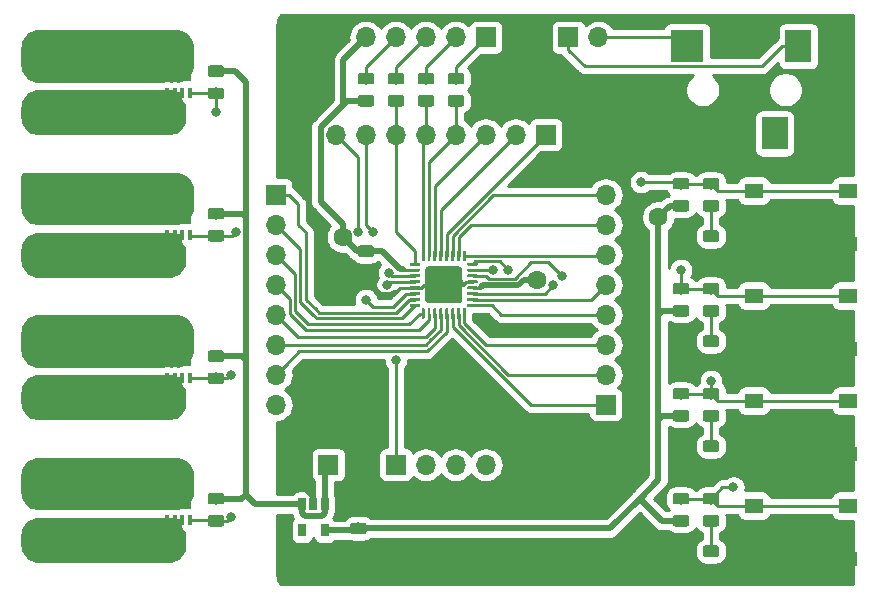
<source format=gbr>
G04 #@! TF.GenerationSoftware,KiCad,Pcbnew,(5.1.0-rc1-103-gc65c7d3de)*
G04 #@! TF.CreationDate,2019-08-30T11:30:51+02:00
G04 #@! TF.ProjectId,pinballControlUnit,70696e62-616c-46c4-936f-6e74726f6c55,rev?*
G04 #@! TF.SameCoordinates,Original*
G04 #@! TF.FileFunction,Copper,L1,Top*
G04 #@! TF.FilePolarity,Positive*
%FSLAX46Y46*%
G04 Gerber Fmt 4.6, Leading zero omitted, Abs format (unit mm)*
G04 Created by KiCad (PCBNEW (5.1.0-rc1-103-gc65c7d3de)) date 2019-08-30 11:30:51*
%MOMM*%
%LPD*%
G04 APERTURE LIST*
%ADD10O,1.700000X1.700000*%
%ADD11R,1.700000X1.700000*%
%ADD12C,0.100000*%
%ADD13C,0.250000*%
%ADD14C,3.100000*%
%ADD15R,1.550000X1.300000*%
%ADD16C,0.975000*%
%ADD17R,0.400000X0.830000*%
%ADD18R,0.400000X0.750000*%
%ADD19R,2.250000X1.850000*%
%ADD20R,2.800000X2.800000*%
%ADD21R,2.200000X2.800000*%
%ADD22C,2.800000*%
%ADD23R,0.650000X1.060000*%
%ADD24C,0.800000*%
%ADD25C,1.600000*%
%ADD26C,0.250000*%
%ADD27C,0.500000*%
%ADD28C,0.254000*%
G04 APERTURE END LIST*
D10*
X115570000Y-78105000D03*
X115570000Y-80645000D03*
X115570000Y-83185000D03*
X115570000Y-85725000D03*
X115570000Y-88265000D03*
X115570000Y-90805000D03*
X115570000Y-93345000D03*
D11*
X115570000Y-95885000D03*
D10*
X114935000Y-64770000D03*
D11*
X112395000Y-64770000D03*
D10*
X87630000Y-95885000D03*
X87630000Y-93345000D03*
X87630000Y-90805000D03*
X87630000Y-88265000D03*
X87630000Y-85725000D03*
X87630000Y-83185000D03*
X87630000Y-80645000D03*
D11*
X87630000Y-78105000D03*
D10*
X92710000Y-64770000D03*
X95250000Y-64770000D03*
X97790000Y-64770000D03*
X100330000Y-64770000D03*
X102870000Y-64770000D03*
D11*
X105410000Y-64770000D03*
D10*
X92710000Y-73025000D03*
X95250000Y-73025000D03*
X97790000Y-73025000D03*
X100330000Y-73025000D03*
X102870000Y-73025000D03*
X105410000Y-73025000D03*
X107950000Y-73025000D03*
D11*
X110490000Y-73025000D03*
D10*
X89535000Y-100965000D03*
D11*
X92075000Y-100965000D03*
D12*
G36*
X103658626Y-87725301D02*
G01*
X103664693Y-87726201D01*
X103670643Y-87727691D01*
X103676418Y-87729758D01*
X103681962Y-87732380D01*
X103687223Y-87735533D01*
X103692150Y-87739187D01*
X103696694Y-87743306D01*
X103700813Y-87747850D01*
X103704467Y-87752777D01*
X103707620Y-87758038D01*
X103710242Y-87763582D01*
X103712309Y-87769357D01*
X103713799Y-87775307D01*
X103714699Y-87781374D01*
X103715000Y-87787500D01*
X103715000Y-88537500D01*
X103714699Y-88543626D01*
X103713799Y-88549693D01*
X103712309Y-88555643D01*
X103710242Y-88561418D01*
X103707620Y-88566962D01*
X103704467Y-88572223D01*
X103700813Y-88577150D01*
X103696694Y-88581694D01*
X103692150Y-88585813D01*
X103687223Y-88589467D01*
X103681962Y-88592620D01*
X103676418Y-88595242D01*
X103670643Y-88597309D01*
X103664693Y-88598799D01*
X103658626Y-88599699D01*
X103652500Y-88600000D01*
X103527500Y-88600000D01*
X103521374Y-88599699D01*
X103515307Y-88598799D01*
X103509357Y-88597309D01*
X103503582Y-88595242D01*
X103498038Y-88592620D01*
X103492777Y-88589467D01*
X103487850Y-88585813D01*
X103483306Y-88581694D01*
X103479187Y-88577150D01*
X103475533Y-88572223D01*
X103472380Y-88566962D01*
X103469758Y-88561418D01*
X103467691Y-88555643D01*
X103466201Y-88549693D01*
X103465301Y-88543626D01*
X103465000Y-88537500D01*
X103465000Y-87787500D01*
X103465301Y-87781374D01*
X103466201Y-87775307D01*
X103467691Y-87769357D01*
X103469758Y-87763582D01*
X103472380Y-87758038D01*
X103475533Y-87752777D01*
X103479187Y-87747850D01*
X103483306Y-87743306D01*
X103487850Y-87739187D01*
X103492777Y-87735533D01*
X103498038Y-87732380D01*
X103503582Y-87729758D01*
X103509357Y-87727691D01*
X103515307Y-87726201D01*
X103521374Y-87725301D01*
X103527500Y-87725000D01*
X103652500Y-87725000D01*
X103658626Y-87725301D01*
X103658626Y-87725301D01*
G37*
D13*
X103590000Y-88162500D03*
D12*
G36*
X103158626Y-87725301D02*
G01*
X103164693Y-87726201D01*
X103170643Y-87727691D01*
X103176418Y-87729758D01*
X103181962Y-87732380D01*
X103187223Y-87735533D01*
X103192150Y-87739187D01*
X103196694Y-87743306D01*
X103200813Y-87747850D01*
X103204467Y-87752777D01*
X103207620Y-87758038D01*
X103210242Y-87763582D01*
X103212309Y-87769357D01*
X103213799Y-87775307D01*
X103214699Y-87781374D01*
X103215000Y-87787500D01*
X103215000Y-88537500D01*
X103214699Y-88543626D01*
X103213799Y-88549693D01*
X103212309Y-88555643D01*
X103210242Y-88561418D01*
X103207620Y-88566962D01*
X103204467Y-88572223D01*
X103200813Y-88577150D01*
X103196694Y-88581694D01*
X103192150Y-88585813D01*
X103187223Y-88589467D01*
X103181962Y-88592620D01*
X103176418Y-88595242D01*
X103170643Y-88597309D01*
X103164693Y-88598799D01*
X103158626Y-88599699D01*
X103152500Y-88600000D01*
X103027500Y-88600000D01*
X103021374Y-88599699D01*
X103015307Y-88598799D01*
X103009357Y-88597309D01*
X103003582Y-88595242D01*
X102998038Y-88592620D01*
X102992777Y-88589467D01*
X102987850Y-88585813D01*
X102983306Y-88581694D01*
X102979187Y-88577150D01*
X102975533Y-88572223D01*
X102972380Y-88566962D01*
X102969758Y-88561418D01*
X102967691Y-88555643D01*
X102966201Y-88549693D01*
X102965301Y-88543626D01*
X102965000Y-88537500D01*
X102965000Y-87787500D01*
X102965301Y-87781374D01*
X102966201Y-87775307D01*
X102967691Y-87769357D01*
X102969758Y-87763582D01*
X102972380Y-87758038D01*
X102975533Y-87752777D01*
X102979187Y-87747850D01*
X102983306Y-87743306D01*
X102987850Y-87739187D01*
X102992777Y-87735533D01*
X102998038Y-87732380D01*
X103003582Y-87729758D01*
X103009357Y-87727691D01*
X103015307Y-87726201D01*
X103021374Y-87725301D01*
X103027500Y-87725000D01*
X103152500Y-87725000D01*
X103158626Y-87725301D01*
X103158626Y-87725301D01*
G37*
D13*
X103090000Y-88162500D03*
D12*
G36*
X102658626Y-87725301D02*
G01*
X102664693Y-87726201D01*
X102670643Y-87727691D01*
X102676418Y-87729758D01*
X102681962Y-87732380D01*
X102687223Y-87735533D01*
X102692150Y-87739187D01*
X102696694Y-87743306D01*
X102700813Y-87747850D01*
X102704467Y-87752777D01*
X102707620Y-87758038D01*
X102710242Y-87763582D01*
X102712309Y-87769357D01*
X102713799Y-87775307D01*
X102714699Y-87781374D01*
X102715000Y-87787500D01*
X102715000Y-88537500D01*
X102714699Y-88543626D01*
X102713799Y-88549693D01*
X102712309Y-88555643D01*
X102710242Y-88561418D01*
X102707620Y-88566962D01*
X102704467Y-88572223D01*
X102700813Y-88577150D01*
X102696694Y-88581694D01*
X102692150Y-88585813D01*
X102687223Y-88589467D01*
X102681962Y-88592620D01*
X102676418Y-88595242D01*
X102670643Y-88597309D01*
X102664693Y-88598799D01*
X102658626Y-88599699D01*
X102652500Y-88600000D01*
X102527500Y-88600000D01*
X102521374Y-88599699D01*
X102515307Y-88598799D01*
X102509357Y-88597309D01*
X102503582Y-88595242D01*
X102498038Y-88592620D01*
X102492777Y-88589467D01*
X102487850Y-88585813D01*
X102483306Y-88581694D01*
X102479187Y-88577150D01*
X102475533Y-88572223D01*
X102472380Y-88566962D01*
X102469758Y-88561418D01*
X102467691Y-88555643D01*
X102466201Y-88549693D01*
X102465301Y-88543626D01*
X102465000Y-88537500D01*
X102465000Y-87787500D01*
X102465301Y-87781374D01*
X102466201Y-87775307D01*
X102467691Y-87769357D01*
X102469758Y-87763582D01*
X102472380Y-87758038D01*
X102475533Y-87752777D01*
X102479187Y-87747850D01*
X102483306Y-87743306D01*
X102487850Y-87739187D01*
X102492777Y-87735533D01*
X102498038Y-87732380D01*
X102503582Y-87729758D01*
X102509357Y-87727691D01*
X102515307Y-87726201D01*
X102521374Y-87725301D01*
X102527500Y-87725000D01*
X102652500Y-87725000D01*
X102658626Y-87725301D01*
X102658626Y-87725301D01*
G37*
D13*
X102590000Y-88162500D03*
D12*
G36*
X102158626Y-87725301D02*
G01*
X102164693Y-87726201D01*
X102170643Y-87727691D01*
X102176418Y-87729758D01*
X102181962Y-87732380D01*
X102187223Y-87735533D01*
X102192150Y-87739187D01*
X102196694Y-87743306D01*
X102200813Y-87747850D01*
X102204467Y-87752777D01*
X102207620Y-87758038D01*
X102210242Y-87763582D01*
X102212309Y-87769357D01*
X102213799Y-87775307D01*
X102214699Y-87781374D01*
X102215000Y-87787500D01*
X102215000Y-88537500D01*
X102214699Y-88543626D01*
X102213799Y-88549693D01*
X102212309Y-88555643D01*
X102210242Y-88561418D01*
X102207620Y-88566962D01*
X102204467Y-88572223D01*
X102200813Y-88577150D01*
X102196694Y-88581694D01*
X102192150Y-88585813D01*
X102187223Y-88589467D01*
X102181962Y-88592620D01*
X102176418Y-88595242D01*
X102170643Y-88597309D01*
X102164693Y-88598799D01*
X102158626Y-88599699D01*
X102152500Y-88600000D01*
X102027500Y-88600000D01*
X102021374Y-88599699D01*
X102015307Y-88598799D01*
X102009357Y-88597309D01*
X102003582Y-88595242D01*
X101998038Y-88592620D01*
X101992777Y-88589467D01*
X101987850Y-88585813D01*
X101983306Y-88581694D01*
X101979187Y-88577150D01*
X101975533Y-88572223D01*
X101972380Y-88566962D01*
X101969758Y-88561418D01*
X101967691Y-88555643D01*
X101966201Y-88549693D01*
X101965301Y-88543626D01*
X101965000Y-88537500D01*
X101965000Y-87787500D01*
X101965301Y-87781374D01*
X101966201Y-87775307D01*
X101967691Y-87769357D01*
X101969758Y-87763582D01*
X101972380Y-87758038D01*
X101975533Y-87752777D01*
X101979187Y-87747850D01*
X101983306Y-87743306D01*
X101987850Y-87739187D01*
X101992777Y-87735533D01*
X101998038Y-87732380D01*
X102003582Y-87729758D01*
X102009357Y-87727691D01*
X102015307Y-87726201D01*
X102021374Y-87725301D01*
X102027500Y-87725000D01*
X102152500Y-87725000D01*
X102158626Y-87725301D01*
X102158626Y-87725301D01*
G37*
D13*
X102090000Y-88162500D03*
D12*
G36*
X101658626Y-87725301D02*
G01*
X101664693Y-87726201D01*
X101670643Y-87727691D01*
X101676418Y-87729758D01*
X101681962Y-87732380D01*
X101687223Y-87735533D01*
X101692150Y-87739187D01*
X101696694Y-87743306D01*
X101700813Y-87747850D01*
X101704467Y-87752777D01*
X101707620Y-87758038D01*
X101710242Y-87763582D01*
X101712309Y-87769357D01*
X101713799Y-87775307D01*
X101714699Y-87781374D01*
X101715000Y-87787500D01*
X101715000Y-88537500D01*
X101714699Y-88543626D01*
X101713799Y-88549693D01*
X101712309Y-88555643D01*
X101710242Y-88561418D01*
X101707620Y-88566962D01*
X101704467Y-88572223D01*
X101700813Y-88577150D01*
X101696694Y-88581694D01*
X101692150Y-88585813D01*
X101687223Y-88589467D01*
X101681962Y-88592620D01*
X101676418Y-88595242D01*
X101670643Y-88597309D01*
X101664693Y-88598799D01*
X101658626Y-88599699D01*
X101652500Y-88600000D01*
X101527500Y-88600000D01*
X101521374Y-88599699D01*
X101515307Y-88598799D01*
X101509357Y-88597309D01*
X101503582Y-88595242D01*
X101498038Y-88592620D01*
X101492777Y-88589467D01*
X101487850Y-88585813D01*
X101483306Y-88581694D01*
X101479187Y-88577150D01*
X101475533Y-88572223D01*
X101472380Y-88566962D01*
X101469758Y-88561418D01*
X101467691Y-88555643D01*
X101466201Y-88549693D01*
X101465301Y-88543626D01*
X101465000Y-88537500D01*
X101465000Y-87787500D01*
X101465301Y-87781374D01*
X101466201Y-87775307D01*
X101467691Y-87769357D01*
X101469758Y-87763582D01*
X101472380Y-87758038D01*
X101475533Y-87752777D01*
X101479187Y-87747850D01*
X101483306Y-87743306D01*
X101487850Y-87739187D01*
X101492777Y-87735533D01*
X101498038Y-87732380D01*
X101503582Y-87729758D01*
X101509357Y-87727691D01*
X101515307Y-87726201D01*
X101521374Y-87725301D01*
X101527500Y-87725000D01*
X101652500Y-87725000D01*
X101658626Y-87725301D01*
X101658626Y-87725301D01*
G37*
D13*
X101590000Y-88162500D03*
D12*
G36*
X101158626Y-87725301D02*
G01*
X101164693Y-87726201D01*
X101170643Y-87727691D01*
X101176418Y-87729758D01*
X101181962Y-87732380D01*
X101187223Y-87735533D01*
X101192150Y-87739187D01*
X101196694Y-87743306D01*
X101200813Y-87747850D01*
X101204467Y-87752777D01*
X101207620Y-87758038D01*
X101210242Y-87763582D01*
X101212309Y-87769357D01*
X101213799Y-87775307D01*
X101214699Y-87781374D01*
X101215000Y-87787500D01*
X101215000Y-88537500D01*
X101214699Y-88543626D01*
X101213799Y-88549693D01*
X101212309Y-88555643D01*
X101210242Y-88561418D01*
X101207620Y-88566962D01*
X101204467Y-88572223D01*
X101200813Y-88577150D01*
X101196694Y-88581694D01*
X101192150Y-88585813D01*
X101187223Y-88589467D01*
X101181962Y-88592620D01*
X101176418Y-88595242D01*
X101170643Y-88597309D01*
X101164693Y-88598799D01*
X101158626Y-88599699D01*
X101152500Y-88600000D01*
X101027500Y-88600000D01*
X101021374Y-88599699D01*
X101015307Y-88598799D01*
X101009357Y-88597309D01*
X101003582Y-88595242D01*
X100998038Y-88592620D01*
X100992777Y-88589467D01*
X100987850Y-88585813D01*
X100983306Y-88581694D01*
X100979187Y-88577150D01*
X100975533Y-88572223D01*
X100972380Y-88566962D01*
X100969758Y-88561418D01*
X100967691Y-88555643D01*
X100966201Y-88549693D01*
X100965301Y-88543626D01*
X100965000Y-88537500D01*
X100965000Y-87787500D01*
X100965301Y-87781374D01*
X100966201Y-87775307D01*
X100967691Y-87769357D01*
X100969758Y-87763582D01*
X100972380Y-87758038D01*
X100975533Y-87752777D01*
X100979187Y-87747850D01*
X100983306Y-87743306D01*
X100987850Y-87739187D01*
X100992777Y-87735533D01*
X100998038Y-87732380D01*
X101003582Y-87729758D01*
X101009357Y-87727691D01*
X101015307Y-87726201D01*
X101021374Y-87725301D01*
X101027500Y-87725000D01*
X101152500Y-87725000D01*
X101158626Y-87725301D01*
X101158626Y-87725301D01*
G37*
D13*
X101090000Y-88162500D03*
D12*
G36*
X100658626Y-87725301D02*
G01*
X100664693Y-87726201D01*
X100670643Y-87727691D01*
X100676418Y-87729758D01*
X100681962Y-87732380D01*
X100687223Y-87735533D01*
X100692150Y-87739187D01*
X100696694Y-87743306D01*
X100700813Y-87747850D01*
X100704467Y-87752777D01*
X100707620Y-87758038D01*
X100710242Y-87763582D01*
X100712309Y-87769357D01*
X100713799Y-87775307D01*
X100714699Y-87781374D01*
X100715000Y-87787500D01*
X100715000Y-88537500D01*
X100714699Y-88543626D01*
X100713799Y-88549693D01*
X100712309Y-88555643D01*
X100710242Y-88561418D01*
X100707620Y-88566962D01*
X100704467Y-88572223D01*
X100700813Y-88577150D01*
X100696694Y-88581694D01*
X100692150Y-88585813D01*
X100687223Y-88589467D01*
X100681962Y-88592620D01*
X100676418Y-88595242D01*
X100670643Y-88597309D01*
X100664693Y-88598799D01*
X100658626Y-88599699D01*
X100652500Y-88600000D01*
X100527500Y-88600000D01*
X100521374Y-88599699D01*
X100515307Y-88598799D01*
X100509357Y-88597309D01*
X100503582Y-88595242D01*
X100498038Y-88592620D01*
X100492777Y-88589467D01*
X100487850Y-88585813D01*
X100483306Y-88581694D01*
X100479187Y-88577150D01*
X100475533Y-88572223D01*
X100472380Y-88566962D01*
X100469758Y-88561418D01*
X100467691Y-88555643D01*
X100466201Y-88549693D01*
X100465301Y-88543626D01*
X100465000Y-88537500D01*
X100465000Y-87787500D01*
X100465301Y-87781374D01*
X100466201Y-87775307D01*
X100467691Y-87769357D01*
X100469758Y-87763582D01*
X100472380Y-87758038D01*
X100475533Y-87752777D01*
X100479187Y-87747850D01*
X100483306Y-87743306D01*
X100487850Y-87739187D01*
X100492777Y-87735533D01*
X100498038Y-87732380D01*
X100503582Y-87729758D01*
X100509357Y-87727691D01*
X100515307Y-87726201D01*
X100521374Y-87725301D01*
X100527500Y-87725000D01*
X100652500Y-87725000D01*
X100658626Y-87725301D01*
X100658626Y-87725301D01*
G37*
D13*
X100590000Y-88162500D03*
D12*
G36*
X100158626Y-87725301D02*
G01*
X100164693Y-87726201D01*
X100170643Y-87727691D01*
X100176418Y-87729758D01*
X100181962Y-87732380D01*
X100187223Y-87735533D01*
X100192150Y-87739187D01*
X100196694Y-87743306D01*
X100200813Y-87747850D01*
X100204467Y-87752777D01*
X100207620Y-87758038D01*
X100210242Y-87763582D01*
X100212309Y-87769357D01*
X100213799Y-87775307D01*
X100214699Y-87781374D01*
X100215000Y-87787500D01*
X100215000Y-88537500D01*
X100214699Y-88543626D01*
X100213799Y-88549693D01*
X100212309Y-88555643D01*
X100210242Y-88561418D01*
X100207620Y-88566962D01*
X100204467Y-88572223D01*
X100200813Y-88577150D01*
X100196694Y-88581694D01*
X100192150Y-88585813D01*
X100187223Y-88589467D01*
X100181962Y-88592620D01*
X100176418Y-88595242D01*
X100170643Y-88597309D01*
X100164693Y-88598799D01*
X100158626Y-88599699D01*
X100152500Y-88600000D01*
X100027500Y-88600000D01*
X100021374Y-88599699D01*
X100015307Y-88598799D01*
X100009357Y-88597309D01*
X100003582Y-88595242D01*
X99998038Y-88592620D01*
X99992777Y-88589467D01*
X99987850Y-88585813D01*
X99983306Y-88581694D01*
X99979187Y-88577150D01*
X99975533Y-88572223D01*
X99972380Y-88566962D01*
X99969758Y-88561418D01*
X99967691Y-88555643D01*
X99966201Y-88549693D01*
X99965301Y-88543626D01*
X99965000Y-88537500D01*
X99965000Y-87787500D01*
X99965301Y-87781374D01*
X99966201Y-87775307D01*
X99967691Y-87769357D01*
X99969758Y-87763582D01*
X99972380Y-87758038D01*
X99975533Y-87752777D01*
X99979187Y-87747850D01*
X99983306Y-87743306D01*
X99987850Y-87739187D01*
X99992777Y-87735533D01*
X99998038Y-87732380D01*
X100003582Y-87729758D01*
X100009357Y-87727691D01*
X100015307Y-87726201D01*
X100021374Y-87725301D01*
X100027500Y-87725000D01*
X100152500Y-87725000D01*
X100158626Y-87725301D01*
X100158626Y-87725301D01*
G37*
D13*
X100090000Y-88162500D03*
D12*
G36*
X99783626Y-87350301D02*
G01*
X99789693Y-87351201D01*
X99795643Y-87352691D01*
X99801418Y-87354758D01*
X99806962Y-87357380D01*
X99812223Y-87360533D01*
X99817150Y-87364187D01*
X99821694Y-87368306D01*
X99825813Y-87372850D01*
X99829467Y-87377777D01*
X99832620Y-87383038D01*
X99835242Y-87388582D01*
X99837309Y-87394357D01*
X99838799Y-87400307D01*
X99839699Y-87406374D01*
X99840000Y-87412500D01*
X99840000Y-87537500D01*
X99839699Y-87543626D01*
X99838799Y-87549693D01*
X99837309Y-87555643D01*
X99835242Y-87561418D01*
X99832620Y-87566962D01*
X99829467Y-87572223D01*
X99825813Y-87577150D01*
X99821694Y-87581694D01*
X99817150Y-87585813D01*
X99812223Y-87589467D01*
X99806962Y-87592620D01*
X99801418Y-87595242D01*
X99795643Y-87597309D01*
X99789693Y-87598799D01*
X99783626Y-87599699D01*
X99777500Y-87600000D01*
X99027500Y-87600000D01*
X99021374Y-87599699D01*
X99015307Y-87598799D01*
X99009357Y-87597309D01*
X99003582Y-87595242D01*
X98998038Y-87592620D01*
X98992777Y-87589467D01*
X98987850Y-87585813D01*
X98983306Y-87581694D01*
X98979187Y-87577150D01*
X98975533Y-87572223D01*
X98972380Y-87566962D01*
X98969758Y-87561418D01*
X98967691Y-87555643D01*
X98966201Y-87549693D01*
X98965301Y-87543626D01*
X98965000Y-87537500D01*
X98965000Y-87412500D01*
X98965301Y-87406374D01*
X98966201Y-87400307D01*
X98967691Y-87394357D01*
X98969758Y-87388582D01*
X98972380Y-87383038D01*
X98975533Y-87377777D01*
X98979187Y-87372850D01*
X98983306Y-87368306D01*
X98987850Y-87364187D01*
X98992777Y-87360533D01*
X98998038Y-87357380D01*
X99003582Y-87354758D01*
X99009357Y-87352691D01*
X99015307Y-87351201D01*
X99021374Y-87350301D01*
X99027500Y-87350000D01*
X99777500Y-87350000D01*
X99783626Y-87350301D01*
X99783626Y-87350301D01*
G37*
D13*
X99402500Y-87475000D03*
D12*
G36*
X99783626Y-86850301D02*
G01*
X99789693Y-86851201D01*
X99795643Y-86852691D01*
X99801418Y-86854758D01*
X99806962Y-86857380D01*
X99812223Y-86860533D01*
X99817150Y-86864187D01*
X99821694Y-86868306D01*
X99825813Y-86872850D01*
X99829467Y-86877777D01*
X99832620Y-86883038D01*
X99835242Y-86888582D01*
X99837309Y-86894357D01*
X99838799Y-86900307D01*
X99839699Y-86906374D01*
X99840000Y-86912500D01*
X99840000Y-87037500D01*
X99839699Y-87043626D01*
X99838799Y-87049693D01*
X99837309Y-87055643D01*
X99835242Y-87061418D01*
X99832620Y-87066962D01*
X99829467Y-87072223D01*
X99825813Y-87077150D01*
X99821694Y-87081694D01*
X99817150Y-87085813D01*
X99812223Y-87089467D01*
X99806962Y-87092620D01*
X99801418Y-87095242D01*
X99795643Y-87097309D01*
X99789693Y-87098799D01*
X99783626Y-87099699D01*
X99777500Y-87100000D01*
X99027500Y-87100000D01*
X99021374Y-87099699D01*
X99015307Y-87098799D01*
X99009357Y-87097309D01*
X99003582Y-87095242D01*
X98998038Y-87092620D01*
X98992777Y-87089467D01*
X98987850Y-87085813D01*
X98983306Y-87081694D01*
X98979187Y-87077150D01*
X98975533Y-87072223D01*
X98972380Y-87066962D01*
X98969758Y-87061418D01*
X98967691Y-87055643D01*
X98966201Y-87049693D01*
X98965301Y-87043626D01*
X98965000Y-87037500D01*
X98965000Y-86912500D01*
X98965301Y-86906374D01*
X98966201Y-86900307D01*
X98967691Y-86894357D01*
X98969758Y-86888582D01*
X98972380Y-86883038D01*
X98975533Y-86877777D01*
X98979187Y-86872850D01*
X98983306Y-86868306D01*
X98987850Y-86864187D01*
X98992777Y-86860533D01*
X98998038Y-86857380D01*
X99003582Y-86854758D01*
X99009357Y-86852691D01*
X99015307Y-86851201D01*
X99021374Y-86850301D01*
X99027500Y-86850000D01*
X99777500Y-86850000D01*
X99783626Y-86850301D01*
X99783626Y-86850301D01*
G37*
D13*
X99402500Y-86975000D03*
D12*
G36*
X99783626Y-86350301D02*
G01*
X99789693Y-86351201D01*
X99795643Y-86352691D01*
X99801418Y-86354758D01*
X99806962Y-86357380D01*
X99812223Y-86360533D01*
X99817150Y-86364187D01*
X99821694Y-86368306D01*
X99825813Y-86372850D01*
X99829467Y-86377777D01*
X99832620Y-86383038D01*
X99835242Y-86388582D01*
X99837309Y-86394357D01*
X99838799Y-86400307D01*
X99839699Y-86406374D01*
X99840000Y-86412500D01*
X99840000Y-86537500D01*
X99839699Y-86543626D01*
X99838799Y-86549693D01*
X99837309Y-86555643D01*
X99835242Y-86561418D01*
X99832620Y-86566962D01*
X99829467Y-86572223D01*
X99825813Y-86577150D01*
X99821694Y-86581694D01*
X99817150Y-86585813D01*
X99812223Y-86589467D01*
X99806962Y-86592620D01*
X99801418Y-86595242D01*
X99795643Y-86597309D01*
X99789693Y-86598799D01*
X99783626Y-86599699D01*
X99777500Y-86600000D01*
X99027500Y-86600000D01*
X99021374Y-86599699D01*
X99015307Y-86598799D01*
X99009357Y-86597309D01*
X99003582Y-86595242D01*
X98998038Y-86592620D01*
X98992777Y-86589467D01*
X98987850Y-86585813D01*
X98983306Y-86581694D01*
X98979187Y-86577150D01*
X98975533Y-86572223D01*
X98972380Y-86566962D01*
X98969758Y-86561418D01*
X98967691Y-86555643D01*
X98966201Y-86549693D01*
X98965301Y-86543626D01*
X98965000Y-86537500D01*
X98965000Y-86412500D01*
X98965301Y-86406374D01*
X98966201Y-86400307D01*
X98967691Y-86394357D01*
X98969758Y-86388582D01*
X98972380Y-86383038D01*
X98975533Y-86377777D01*
X98979187Y-86372850D01*
X98983306Y-86368306D01*
X98987850Y-86364187D01*
X98992777Y-86360533D01*
X98998038Y-86357380D01*
X99003582Y-86354758D01*
X99009357Y-86352691D01*
X99015307Y-86351201D01*
X99021374Y-86350301D01*
X99027500Y-86350000D01*
X99777500Y-86350000D01*
X99783626Y-86350301D01*
X99783626Y-86350301D01*
G37*
D13*
X99402500Y-86475000D03*
D12*
G36*
X99783626Y-85850301D02*
G01*
X99789693Y-85851201D01*
X99795643Y-85852691D01*
X99801418Y-85854758D01*
X99806962Y-85857380D01*
X99812223Y-85860533D01*
X99817150Y-85864187D01*
X99821694Y-85868306D01*
X99825813Y-85872850D01*
X99829467Y-85877777D01*
X99832620Y-85883038D01*
X99835242Y-85888582D01*
X99837309Y-85894357D01*
X99838799Y-85900307D01*
X99839699Y-85906374D01*
X99840000Y-85912500D01*
X99840000Y-86037500D01*
X99839699Y-86043626D01*
X99838799Y-86049693D01*
X99837309Y-86055643D01*
X99835242Y-86061418D01*
X99832620Y-86066962D01*
X99829467Y-86072223D01*
X99825813Y-86077150D01*
X99821694Y-86081694D01*
X99817150Y-86085813D01*
X99812223Y-86089467D01*
X99806962Y-86092620D01*
X99801418Y-86095242D01*
X99795643Y-86097309D01*
X99789693Y-86098799D01*
X99783626Y-86099699D01*
X99777500Y-86100000D01*
X99027500Y-86100000D01*
X99021374Y-86099699D01*
X99015307Y-86098799D01*
X99009357Y-86097309D01*
X99003582Y-86095242D01*
X98998038Y-86092620D01*
X98992777Y-86089467D01*
X98987850Y-86085813D01*
X98983306Y-86081694D01*
X98979187Y-86077150D01*
X98975533Y-86072223D01*
X98972380Y-86066962D01*
X98969758Y-86061418D01*
X98967691Y-86055643D01*
X98966201Y-86049693D01*
X98965301Y-86043626D01*
X98965000Y-86037500D01*
X98965000Y-85912500D01*
X98965301Y-85906374D01*
X98966201Y-85900307D01*
X98967691Y-85894357D01*
X98969758Y-85888582D01*
X98972380Y-85883038D01*
X98975533Y-85877777D01*
X98979187Y-85872850D01*
X98983306Y-85868306D01*
X98987850Y-85864187D01*
X98992777Y-85860533D01*
X98998038Y-85857380D01*
X99003582Y-85854758D01*
X99009357Y-85852691D01*
X99015307Y-85851201D01*
X99021374Y-85850301D01*
X99027500Y-85850000D01*
X99777500Y-85850000D01*
X99783626Y-85850301D01*
X99783626Y-85850301D01*
G37*
D13*
X99402500Y-85975000D03*
D12*
G36*
X99783626Y-85350301D02*
G01*
X99789693Y-85351201D01*
X99795643Y-85352691D01*
X99801418Y-85354758D01*
X99806962Y-85357380D01*
X99812223Y-85360533D01*
X99817150Y-85364187D01*
X99821694Y-85368306D01*
X99825813Y-85372850D01*
X99829467Y-85377777D01*
X99832620Y-85383038D01*
X99835242Y-85388582D01*
X99837309Y-85394357D01*
X99838799Y-85400307D01*
X99839699Y-85406374D01*
X99840000Y-85412500D01*
X99840000Y-85537500D01*
X99839699Y-85543626D01*
X99838799Y-85549693D01*
X99837309Y-85555643D01*
X99835242Y-85561418D01*
X99832620Y-85566962D01*
X99829467Y-85572223D01*
X99825813Y-85577150D01*
X99821694Y-85581694D01*
X99817150Y-85585813D01*
X99812223Y-85589467D01*
X99806962Y-85592620D01*
X99801418Y-85595242D01*
X99795643Y-85597309D01*
X99789693Y-85598799D01*
X99783626Y-85599699D01*
X99777500Y-85600000D01*
X99027500Y-85600000D01*
X99021374Y-85599699D01*
X99015307Y-85598799D01*
X99009357Y-85597309D01*
X99003582Y-85595242D01*
X98998038Y-85592620D01*
X98992777Y-85589467D01*
X98987850Y-85585813D01*
X98983306Y-85581694D01*
X98979187Y-85577150D01*
X98975533Y-85572223D01*
X98972380Y-85566962D01*
X98969758Y-85561418D01*
X98967691Y-85555643D01*
X98966201Y-85549693D01*
X98965301Y-85543626D01*
X98965000Y-85537500D01*
X98965000Y-85412500D01*
X98965301Y-85406374D01*
X98966201Y-85400307D01*
X98967691Y-85394357D01*
X98969758Y-85388582D01*
X98972380Y-85383038D01*
X98975533Y-85377777D01*
X98979187Y-85372850D01*
X98983306Y-85368306D01*
X98987850Y-85364187D01*
X98992777Y-85360533D01*
X98998038Y-85357380D01*
X99003582Y-85354758D01*
X99009357Y-85352691D01*
X99015307Y-85351201D01*
X99021374Y-85350301D01*
X99027500Y-85350000D01*
X99777500Y-85350000D01*
X99783626Y-85350301D01*
X99783626Y-85350301D01*
G37*
D13*
X99402500Y-85475000D03*
D12*
G36*
X99783626Y-84850301D02*
G01*
X99789693Y-84851201D01*
X99795643Y-84852691D01*
X99801418Y-84854758D01*
X99806962Y-84857380D01*
X99812223Y-84860533D01*
X99817150Y-84864187D01*
X99821694Y-84868306D01*
X99825813Y-84872850D01*
X99829467Y-84877777D01*
X99832620Y-84883038D01*
X99835242Y-84888582D01*
X99837309Y-84894357D01*
X99838799Y-84900307D01*
X99839699Y-84906374D01*
X99840000Y-84912500D01*
X99840000Y-85037500D01*
X99839699Y-85043626D01*
X99838799Y-85049693D01*
X99837309Y-85055643D01*
X99835242Y-85061418D01*
X99832620Y-85066962D01*
X99829467Y-85072223D01*
X99825813Y-85077150D01*
X99821694Y-85081694D01*
X99817150Y-85085813D01*
X99812223Y-85089467D01*
X99806962Y-85092620D01*
X99801418Y-85095242D01*
X99795643Y-85097309D01*
X99789693Y-85098799D01*
X99783626Y-85099699D01*
X99777500Y-85100000D01*
X99027500Y-85100000D01*
X99021374Y-85099699D01*
X99015307Y-85098799D01*
X99009357Y-85097309D01*
X99003582Y-85095242D01*
X98998038Y-85092620D01*
X98992777Y-85089467D01*
X98987850Y-85085813D01*
X98983306Y-85081694D01*
X98979187Y-85077150D01*
X98975533Y-85072223D01*
X98972380Y-85066962D01*
X98969758Y-85061418D01*
X98967691Y-85055643D01*
X98966201Y-85049693D01*
X98965301Y-85043626D01*
X98965000Y-85037500D01*
X98965000Y-84912500D01*
X98965301Y-84906374D01*
X98966201Y-84900307D01*
X98967691Y-84894357D01*
X98969758Y-84888582D01*
X98972380Y-84883038D01*
X98975533Y-84877777D01*
X98979187Y-84872850D01*
X98983306Y-84868306D01*
X98987850Y-84864187D01*
X98992777Y-84860533D01*
X98998038Y-84857380D01*
X99003582Y-84854758D01*
X99009357Y-84852691D01*
X99015307Y-84851201D01*
X99021374Y-84850301D01*
X99027500Y-84850000D01*
X99777500Y-84850000D01*
X99783626Y-84850301D01*
X99783626Y-84850301D01*
G37*
D13*
X99402500Y-84975000D03*
D12*
G36*
X99783626Y-84350301D02*
G01*
X99789693Y-84351201D01*
X99795643Y-84352691D01*
X99801418Y-84354758D01*
X99806962Y-84357380D01*
X99812223Y-84360533D01*
X99817150Y-84364187D01*
X99821694Y-84368306D01*
X99825813Y-84372850D01*
X99829467Y-84377777D01*
X99832620Y-84383038D01*
X99835242Y-84388582D01*
X99837309Y-84394357D01*
X99838799Y-84400307D01*
X99839699Y-84406374D01*
X99840000Y-84412500D01*
X99840000Y-84537500D01*
X99839699Y-84543626D01*
X99838799Y-84549693D01*
X99837309Y-84555643D01*
X99835242Y-84561418D01*
X99832620Y-84566962D01*
X99829467Y-84572223D01*
X99825813Y-84577150D01*
X99821694Y-84581694D01*
X99817150Y-84585813D01*
X99812223Y-84589467D01*
X99806962Y-84592620D01*
X99801418Y-84595242D01*
X99795643Y-84597309D01*
X99789693Y-84598799D01*
X99783626Y-84599699D01*
X99777500Y-84600000D01*
X99027500Y-84600000D01*
X99021374Y-84599699D01*
X99015307Y-84598799D01*
X99009357Y-84597309D01*
X99003582Y-84595242D01*
X98998038Y-84592620D01*
X98992777Y-84589467D01*
X98987850Y-84585813D01*
X98983306Y-84581694D01*
X98979187Y-84577150D01*
X98975533Y-84572223D01*
X98972380Y-84566962D01*
X98969758Y-84561418D01*
X98967691Y-84555643D01*
X98966201Y-84549693D01*
X98965301Y-84543626D01*
X98965000Y-84537500D01*
X98965000Y-84412500D01*
X98965301Y-84406374D01*
X98966201Y-84400307D01*
X98967691Y-84394357D01*
X98969758Y-84388582D01*
X98972380Y-84383038D01*
X98975533Y-84377777D01*
X98979187Y-84372850D01*
X98983306Y-84368306D01*
X98987850Y-84364187D01*
X98992777Y-84360533D01*
X98998038Y-84357380D01*
X99003582Y-84354758D01*
X99009357Y-84352691D01*
X99015307Y-84351201D01*
X99021374Y-84350301D01*
X99027500Y-84350000D01*
X99777500Y-84350000D01*
X99783626Y-84350301D01*
X99783626Y-84350301D01*
G37*
D13*
X99402500Y-84475000D03*
D12*
G36*
X99783626Y-83850301D02*
G01*
X99789693Y-83851201D01*
X99795643Y-83852691D01*
X99801418Y-83854758D01*
X99806962Y-83857380D01*
X99812223Y-83860533D01*
X99817150Y-83864187D01*
X99821694Y-83868306D01*
X99825813Y-83872850D01*
X99829467Y-83877777D01*
X99832620Y-83883038D01*
X99835242Y-83888582D01*
X99837309Y-83894357D01*
X99838799Y-83900307D01*
X99839699Y-83906374D01*
X99840000Y-83912500D01*
X99840000Y-84037500D01*
X99839699Y-84043626D01*
X99838799Y-84049693D01*
X99837309Y-84055643D01*
X99835242Y-84061418D01*
X99832620Y-84066962D01*
X99829467Y-84072223D01*
X99825813Y-84077150D01*
X99821694Y-84081694D01*
X99817150Y-84085813D01*
X99812223Y-84089467D01*
X99806962Y-84092620D01*
X99801418Y-84095242D01*
X99795643Y-84097309D01*
X99789693Y-84098799D01*
X99783626Y-84099699D01*
X99777500Y-84100000D01*
X99027500Y-84100000D01*
X99021374Y-84099699D01*
X99015307Y-84098799D01*
X99009357Y-84097309D01*
X99003582Y-84095242D01*
X98998038Y-84092620D01*
X98992777Y-84089467D01*
X98987850Y-84085813D01*
X98983306Y-84081694D01*
X98979187Y-84077150D01*
X98975533Y-84072223D01*
X98972380Y-84066962D01*
X98969758Y-84061418D01*
X98967691Y-84055643D01*
X98966201Y-84049693D01*
X98965301Y-84043626D01*
X98965000Y-84037500D01*
X98965000Y-83912500D01*
X98965301Y-83906374D01*
X98966201Y-83900307D01*
X98967691Y-83894357D01*
X98969758Y-83888582D01*
X98972380Y-83883038D01*
X98975533Y-83877777D01*
X98979187Y-83872850D01*
X98983306Y-83868306D01*
X98987850Y-83864187D01*
X98992777Y-83860533D01*
X98998038Y-83857380D01*
X99003582Y-83854758D01*
X99009357Y-83852691D01*
X99015307Y-83851201D01*
X99021374Y-83850301D01*
X99027500Y-83850000D01*
X99777500Y-83850000D01*
X99783626Y-83850301D01*
X99783626Y-83850301D01*
G37*
D13*
X99402500Y-83975000D03*
D12*
G36*
X100158626Y-82850301D02*
G01*
X100164693Y-82851201D01*
X100170643Y-82852691D01*
X100176418Y-82854758D01*
X100181962Y-82857380D01*
X100187223Y-82860533D01*
X100192150Y-82864187D01*
X100196694Y-82868306D01*
X100200813Y-82872850D01*
X100204467Y-82877777D01*
X100207620Y-82883038D01*
X100210242Y-82888582D01*
X100212309Y-82894357D01*
X100213799Y-82900307D01*
X100214699Y-82906374D01*
X100215000Y-82912500D01*
X100215000Y-83662500D01*
X100214699Y-83668626D01*
X100213799Y-83674693D01*
X100212309Y-83680643D01*
X100210242Y-83686418D01*
X100207620Y-83691962D01*
X100204467Y-83697223D01*
X100200813Y-83702150D01*
X100196694Y-83706694D01*
X100192150Y-83710813D01*
X100187223Y-83714467D01*
X100181962Y-83717620D01*
X100176418Y-83720242D01*
X100170643Y-83722309D01*
X100164693Y-83723799D01*
X100158626Y-83724699D01*
X100152500Y-83725000D01*
X100027500Y-83725000D01*
X100021374Y-83724699D01*
X100015307Y-83723799D01*
X100009357Y-83722309D01*
X100003582Y-83720242D01*
X99998038Y-83717620D01*
X99992777Y-83714467D01*
X99987850Y-83710813D01*
X99983306Y-83706694D01*
X99979187Y-83702150D01*
X99975533Y-83697223D01*
X99972380Y-83691962D01*
X99969758Y-83686418D01*
X99967691Y-83680643D01*
X99966201Y-83674693D01*
X99965301Y-83668626D01*
X99965000Y-83662500D01*
X99965000Y-82912500D01*
X99965301Y-82906374D01*
X99966201Y-82900307D01*
X99967691Y-82894357D01*
X99969758Y-82888582D01*
X99972380Y-82883038D01*
X99975533Y-82877777D01*
X99979187Y-82872850D01*
X99983306Y-82868306D01*
X99987850Y-82864187D01*
X99992777Y-82860533D01*
X99998038Y-82857380D01*
X100003582Y-82854758D01*
X100009357Y-82852691D01*
X100015307Y-82851201D01*
X100021374Y-82850301D01*
X100027500Y-82850000D01*
X100152500Y-82850000D01*
X100158626Y-82850301D01*
X100158626Y-82850301D01*
G37*
D13*
X100090000Y-83287500D03*
D12*
G36*
X100658626Y-82850301D02*
G01*
X100664693Y-82851201D01*
X100670643Y-82852691D01*
X100676418Y-82854758D01*
X100681962Y-82857380D01*
X100687223Y-82860533D01*
X100692150Y-82864187D01*
X100696694Y-82868306D01*
X100700813Y-82872850D01*
X100704467Y-82877777D01*
X100707620Y-82883038D01*
X100710242Y-82888582D01*
X100712309Y-82894357D01*
X100713799Y-82900307D01*
X100714699Y-82906374D01*
X100715000Y-82912500D01*
X100715000Y-83662500D01*
X100714699Y-83668626D01*
X100713799Y-83674693D01*
X100712309Y-83680643D01*
X100710242Y-83686418D01*
X100707620Y-83691962D01*
X100704467Y-83697223D01*
X100700813Y-83702150D01*
X100696694Y-83706694D01*
X100692150Y-83710813D01*
X100687223Y-83714467D01*
X100681962Y-83717620D01*
X100676418Y-83720242D01*
X100670643Y-83722309D01*
X100664693Y-83723799D01*
X100658626Y-83724699D01*
X100652500Y-83725000D01*
X100527500Y-83725000D01*
X100521374Y-83724699D01*
X100515307Y-83723799D01*
X100509357Y-83722309D01*
X100503582Y-83720242D01*
X100498038Y-83717620D01*
X100492777Y-83714467D01*
X100487850Y-83710813D01*
X100483306Y-83706694D01*
X100479187Y-83702150D01*
X100475533Y-83697223D01*
X100472380Y-83691962D01*
X100469758Y-83686418D01*
X100467691Y-83680643D01*
X100466201Y-83674693D01*
X100465301Y-83668626D01*
X100465000Y-83662500D01*
X100465000Y-82912500D01*
X100465301Y-82906374D01*
X100466201Y-82900307D01*
X100467691Y-82894357D01*
X100469758Y-82888582D01*
X100472380Y-82883038D01*
X100475533Y-82877777D01*
X100479187Y-82872850D01*
X100483306Y-82868306D01*
X100487850Y-82864187D01*
X100492777Y-82860533D01*
X100498038Y-82857380D01*
X100503582Y-82854758D01*
X100509357Y-82852691D01*
X100515307Y-82851201D01*
X100521374Y-82850301D01*
X100527500Y-82850000D01*
X100652500Y-82850000D01*
X100658626Y-82850301D01*
X100658626Y-82850301D01*
G37*
D13*
X100590000Y-83287500D03*
D12*
G36*
X101158626Y-82850301D02*
G01*
X101164693Y-82851201D01*
X101170643Y-82852691D01*
X101176418Y-82854758D01*
X101181962Y-82857380D01*
X101187223Y-82860533D01*
X101192150Y-82864187D01*
X101196694Y-82868306D01*
X101200813Y-82872850D01*
X101204467Y-82877777D01*
X101207620Y-82883038D01*
X101210242Y-82888582D01*
X101212309Y-82894357D01*
X101213799Y-82900307D01*
X101214699Y-82906374D01*
X101215000Y-82912500D01*
X101215000Y-83662500D01*
X101214699Y-83668626D01*
X101213799Y-83674693D01*
X101212309Y-83680643D01*
X101210242Y-83686418D01*
X101207620Y-83691962D01*
X101204467Y-83697223D01*
X101200813Y-83702150D01*
X101196694Y-83706694D01*
X101192150Y-83710813D01*
X101187223Y-83714467D01*
X101181962Y-83717620D01*
X101176418Y-83720242D01*
X101170643Y-83722309D01*
X101164693Y-83723799D01*
X101158626Y-83724699D01*
X101152500Y-83725000D01*
X101027500Y-83725000D01*
X101021374Y-83724699D01*
X101015307Y-83723799D01*
X101009357Y-83722309D01*
X101003582Y-83720242D01*
X100998038Y-83717620D01*
X100992777Y-83714467D01*
X100987850Y-83710813D01*
X100983306Y-83706694D01*
X100979187Y-83702150D01*
X100975533Y-83697223D01*
X100972380Y-83691962D01*
X100969758Y-83686418D01*
X100967691Y-83680643D01*
X100966201Y-83674693D01*
X100965301Y-83668626D01*
X100965000Y-83662500D01*
X100965000Y-82912500D01*
X100965301Y-82906374D01*
X100966201Y-82900307D01*
X100967691Y-82894357D01*
X100969758Y-82888582D01*
X100972380Y-82883038D01*
X100975533Y-82877777D01*
X100979187Y-82872850D01*
X100983306Y-82868306D01*
X100987850Y-82864187D01*
X100992777Y-82860533D01*
X100998038Y-82857380D01*
X101003582Y-82854758D01*
X101009357Y-82852691D01*
X101015307Y-82851201D01*
X101021374Y-82850301D01*
X101027500Y-82850000D01*
X101152500Y-82850000D01*
X101158626Y-82850301D01*
X101158626Y-82850301D01*
G37*
D13*
X101090000Y-83287500D03*
D12*
G36*
X101658626Y-82850301D02*
G01*
X101664693Y-82851201D01*
X101670643Y-82852691D01*
X101676418Y-82854758D01*
X101681962Y-82857380D01*
X101687223Y-82860533D01*
X101692150Y-82864187D01*
X101696694Y-82868306D01*
X101700813Y-82872850D01*
X101704467Y-82877777D01*
X101707620Y-82883038D01*
X101710242Y-82888582D01*
X101712309Y-82894357D01*
X101713799Y-82900307D01*
X101714699Y-82906374D01*
X101715000Y-82912500D01*
X101715000Y-83662500D01*
X101714699Y-83668626D01*
X101713799Y-83674693D01*
X101712309Y-83680643D01*
X101710242Y-83686418D01*
X101707620Y-83691962D01*
X101704467Y-83697223D01*
X101700813Y-83702150D01*
X101696694Y-83706694D01*
X101692150Y-83710813D01*
X101687223Y-83714467D01*
X101681962Y-83717620D01*
X101676418Y-83720242D01*
X101670643Y-83722309D01*
X101664693Y-83723799D01*
X101658626Y-83724699D01*
X101652500Y-83725000D01*
X101527500Y-83725000D01*
X101521374Y-83724699D01*
X101515307Y-83723799D01*
X101509357Y-83722309D01*
X101503582Y-83720242D01*
X101498038Y-83717620D01*
X101492777Y-83714467D01*
X101487850Y-83710813D01*
X101483306Y-83706694D01*
X101479187Y-83702150D01*
X101475533Y-83697223D01*
X101472380Y-83691962D01*
X101469758Y-83686418D01*
X101467691Y-83680643D01*
X101466201Y-83674693D01*
X101465301Y-83668626D01*
X101465000Y-83662500D01*
X101465000Y-82912500D01*
X101465301Y-82906374D01*
X101466201Y-82900307D01*
X101467691Y-82894357D01*
X101469758Y-82888582D01*
X101472380Y-82883038D01*
X101475533Y-82877777D01*
X101479187Y-82872850D01*
X101483306Y-82868306D01*
X101487850Y-82864187D01*
X101492777Y-82860533D01*
X101498038Y-82857380D01*
X101503582Y-82854758D01*
X101509357Y-82852691D01*
X101515307Y-82851201D01*
X101521374Y-82850301D01*
X101527500Y-82850000D01*
X101652500Y-82850000D01*
X101658626Y-82850301D01*
X101658626Y-82850301D01*
G37*
D13*
X101590000Y-83287500D03*
D12*
G36*
X102158626Y-82850301D02*
G01*
X102164693Y-82851201D01*
X102170643Y-82852691D01*
X102176418Y-82854758D01*
X102181962Y-82857380D01*
X102187223Y-82860533D01*
X102192150Y-82864187D01*
X102196694Y-82868306D01*
X102200813Y-82872850D01*
X102204467Y-82877777D01*
X102207620Y-82883038D01*
X102210242Y-82888582D01*
X102212309Y-82894357D01*
X102213799Y-82900307D01*
X102214699Y-82906374D01*
X102215000Y-82912500D01*
X102215000Y-83662500D01*
X102214699Y-83668626D01*
X102213799Y-83674693D01*
X102212309Y-83680643D01*
X102210242Y-83686418D01*
X102207620Y-83691962D01*
X102204467Y-83697223D01*
X102200813Y-83702150D01*
X102196694Y-83706694D01*
X102192150Y-83710813D01*
X102187223Y-83714467D01*
X102181962Y-83717620D01*
X102176418Y-83720242D01*
X102170643Y-83722309D01*
X102164693Y-83723799D01*
X102158626Y-83724699D01*
X102152500Y-83725000D01*
X102027500Y-83725000D01*
X102021374Y-83724699D01*
X102015307Y-83723799D01*
X102009357Y-83722309D01*
X102003582Y-83720242D01*
X101998038Y-83717620D01*
X101992777Y-83714467D01*
X101987850Y-83710813D01*
X101983306Y-83706694D01*
X101979187Y-83702150D01*
X101975533Y-83697223D01*
X101972380Y-83691962D01*
X101969758Y-83686418D01*
X101967691Y-83680643D01*
X101966201Y-83674693D01*
X101965301Y-83668626D01*
X101965000Y-83662500D01*
X101965000Y-82912500D01*
X101965301Y-82906374D01*
X101966201Y-82900307D01*
X101967691Y-82894357D01*
X101969758Y-82888582D01*
X101972380Y-82883038D01*
X101975533Y-82877777D01*
X101979187Y-82872850D01*
X101983306Y-82868306D01*
X101987850Y-82864187D01*
X101992777Y-82860533D01*
X101998038Y-82857380D01*
X102003582Y-82854758D01*
X102009357Y-82852691D01*
X102015307Y-82851201D01*
X102021374Y-82850301D01*
X102027500Y-82850000D01*
X102152500Y-82850000D01*
X102158626Y-82850301D01*
X102158626Y-82850301D01*
G37*
D13*
X102090000Y-83287500D03*
D12*
G36*
X102658626Y-82850301D02*
G01*
X102664693Y-82851201D01*
X102670643Y-82852691D01*
X102676418Y-82854758D01*
X102681962Y-82857380D01*
X102687223Y-82860533D01*
X102692150Y-82864187D01*
X102696694Y-82868306D01*
X102700813Y-82872850D01*
X102704467Y-82877777D01*
X102707620Y-82883038D01*
X102710242Y-82888582D01*
X102712309Y-82894357D01*
X102713799Y-82900307D01*
X102714699Y-82906374D01*
X102715000Y-82912500D01*
X102715000Y-83662500D01*
X102714699Y-83668626D01*
X102713799Y-83674693D01*
X102712309Y-83680643D01*
X102710242Y-83686418D01*
X102707620Y-83691962D01*
X102704467Y-83697223D01*
X102700813Y-83702150D01*
X102696694Y-83706694D01*
X102692150Y-83710813D01*
X102687223Y-83714467D01*
X102681962Y-83717620D01*
X102676418Y-83720242D01*
X102670643Y-83722309D01*
X102664693Y-83723799D01*
X102658626Y-83724699D01*
X102652500Y-83725000D01*
X102527500Y-83725000D01*
X102521374Y-83724699D01*
X102515307Y-83723799D01*
X102509357Y-83722309D01*
X102503582Y-83720242D01*
X102498038Y-83717620D01*
X102492777Y-83714467D01*
X102487850Y-83710813D01*
X102483306Y-83706694D01*
X102479187Y-83702150D01*
X102475533Y-83697223D01*
X102472380Y-83691962D01*
X102469758Y-83686418D01*
X102467691Y-83680643D01*
X102466201Y-83674693D01*
X102465301Y-83668626D01*
X102465000Y-83662500D01*
X102465000Y-82912500D01*
X102465301Y-82906374D01*
X102466201Y-82900307D01*
X102467691Y-82894357D01*
X102469758Y-82888582D01*
X102472380Y-82883038D01*
X102475533Y-82877777D01*
X102479187Y-82872850D01*
X102483306Y-82868306D01*
X102487850Y-82864187D01*
X102492777Y-82860533D01*
X102498038Y-82857380D01*
X102503582Y-82854758D01*
X102509357Y-82852691D01*
X102515307Y-82851201D01*
X102521374Y-82850301D01*
X102527500Y-82850000D01*
X102652500Y-82850000D01*
X102658626Y-82850301D01*
X102658626Y-82850301D01*
G37*
D13*
X102590000Y-83287500D03*
D12*
G36*
X103158626Y-82850301D02*
G01*
X103164693Y-82851201D01*
X103170643Y-82852691D01*
X103176418Y-82854758D01*
X103181962Y-82857380D01*
X103187223Y-82860533D01*
X103192150Y-82864187D01*
X103196694Y-82868306D01*
X103200813Y-82872850D01*
X103204467Y-82877777D01*
X103207620Y-82883038D01*
X103210242Y-82888582D01*
X103212309Y-82894357D01*
X103213799Y-82900307D01*
X103214699Y-82906374D01*
X103215000Y-82912500D01*
X103215000Y-83662500D01*
X103214699Y-83668626D01*
X103213799Y-83674693D01*
X103212309Y-83680643D01*
X103210242Y-83686418D01*
X103207620Y-83691962D01*
X103204467Y-83697223D01*
X103200813Y-83702150D01*
X103196694Y-83706694D01*
X103192150Y-83710813D01*
X103187223Y-83714467D01*
X103181962Y-83717620D01*
X103176418Y-83720242D01*
X103170643Y-83722309D01*
X103164693Y-83723799D01*
X103158626Y-83724699D01*
X103152500Y-83725000D01*
X103027500Y-83725000D01*
X103021374Y-83724699D01*
X103015307Y-83723799D01*
X103009357Y-83722309D01*
X103003582Y-83720242D01*
X102998038Y-83717620D01*
X102992777Y-83714467D01*
X102987850Y-83710813D01*
X102983306Y-83706694D01*
X102979187Y-83702150D01*
X102975533Y-83697223D01*
X102972380Y-83691962D01*
X102969758Y-83686418D01*
X102967691Y-83680643D01*
X102966201Y-83674693D01*
X102965301Y-83668626D01*
X102965000Y-83662500D01*
X102965000Y-82912500D01*
X102965301Y-82906374D01*
X102966201Y-82900307D01*
X102967691Y-82894357D01*
X102969758Y-82888582D01*
X102972380Y-82883038D01*
X102975533Y-82877777D01*
X102979187Y-82872850D01*
X102983306Y-82868306D01*
X102987850Y-82864187D01*
X102992777Y-82860533D01*
X102998038Y-82857380D01*
X103003582Y-82854758D01*
X103009357Y-82852691D01*
X103015307Y-82851201D01*
X103021374Y-82850301D01*
X103027500Y-82850000D01*
X103152500Y-82850000D01*
X103158626Y-82850301D01*
X103158626Y-82850301D01*
G37*
D13*
X103090000Y-83287500D03*
D12*
G36*
X103658626Y-82850301D02*
G01*
X103664693Y-82851201D01*
X103670643Y-82852691D01*
X103676418Y-82854758D01*
X103681962Y-82857380D01*
X103687223Y-82860533D01*
X103692150Y-82864187D01*
X103696694Y-82868306D01*
X103700813Y-82872850D01*
X103704467Y-82877777D01*
X103707620Y-82883038D01*
X103710242Y-82888582D01*
X103712309Y-82894357D01*
X103713799Y-82900307D01*
X103714699Y-82906374D01*
X103715000Y-82912500D01*
X103715000Y-83662500D01*
X103714699Y-83668626D01*
X103713799Y-83674693D01*
X103712309Y-83680643D01*
X103710242Y-83686418D01*
X103707620Y-83691962D01*
X103704467Y-83697223D01*
X103700813Y-83702150D01*
X103696694Y-83706694D01*
X103692150Y-83710813D01*
X103687223Y-83714467D01*
X103681962Y-83717620D01*
X103676418Y-83720242D01*
X103670643Y-83722309D01*
X103664693Y-83723799D01*
X103658626Y-83724699D01*
X103652500Y-83725000D01*
X103527500Y-83725000D01*
X103521374Y-83724699D01*
X103515307Y-83723799D01*
X103509357Y-83722309D01*
X103503582Y-83720242D01*
X103498038Y-83717620D01*
X103492777Y-83714467D01*
X103487850Y-83710813D01*
X103483306Y-83706694D01*
X103479187Y-83702150D01*
X103475533Y-83697223D01*
X103472380Y-83691962D01*
X103469758Y-83686418D01*
X103467691Y-83680643D01*
X103466201Y-83674693D01*
X103465301Y-83668626D01*
X103465000Y-83662500D01*
X103465000Y-82912500D01*
X103465301Y-82906374D01*
X103466201Y-82900307D01*
X103467691Y-82894357D01*
X103469758Y-82888582D01*
X103472380Y-82883038D01*
X103475533Y-82877777D01*
X103479187Y-82872850D01*
X103483306Y-82868306D01*
X103487850Y-82864187D01*
X103492777Y-82860533D01*
X103498038Y-82857380D01*
X103503582Y-82854758D01*
X103509357Y-82852691D01*
X103515307Y-82851201D01*
X103521374Y-82850301D01*
X103527500Y-82850000D01*
X103652500Y-82850000D01*
X103658626Y-82850301D01*
X103658626Y-82850301D01*
G37*
D13*
X103590000Y-83287500D03*
D12*
G36*
X104658626Y-83850301D02*
G01*
X104664693Y-83851201D01*
X104670643Y-83852691D01*
X104676418Y-83854758D01*
X104681962Y-83857380D01*
X104687223Y-83860533D01*
X104692150Y-83864187D01*
X104696694Y-83868306D01*
X104700813Y-83872850D01*
X104704467Y-83877777D01*
X104707620Y-83883038D01*
X104710242Y-83888582D01*
X104712309Y-83894357D01*
X104713799Y-83900307D01*
X104714699Y-83906374D01*
X104715000Y-83912500D01*
X104715000Y-84037500D01*
X104714699Y-84043626D01*
X104713799Y-84049693D01*
X104712309Y-84055643D01*
X104710242Y-84061418D01*
X104707620Y-84066962D01*
X104704467Y-84072223D01*
X104700813Y-84077150D01*
X104696694Y-84081694D01*
X104692150Y-84085813D01*
X104687223Y-84089467D01*
X104681962Y-84092620D01*
X104676418Y-84095242D01*
X104670643Y-84097309D01*
X104664693Y-84098799D01*
X104658626Y-84099699D01*
X104652500Y-84100000D01*
X103902500Y-84100000D01*
X103896374Y-84099699D01*
X103890307Y-84098799D01*
X103884357Y-84097309D01*
X103878582Y-84095242D01*
X103873038Y-84092620D01*
X103867777Y-84089467D01*
X103862850Y-84085813D01*
X103858306Y-84081694D01*
X103854187Y-84077150D01*
X103850533Y-84072223D01*
X103847380Y-84066962D01*
X103844758Y-84061418D01*
X103842691Y-84055643D01*
X103841201Y-84049693D01*
X103840301Y-84043626D01*
X103840000Y-84037500D01*
X103840000Y-83912500D01*
X103840301Y-83906374D01*
X103841201Y-83900307D01*
X103842691Y-83894357D01*
X103844758Y-83888582D01*
X103847380Y-83883038D01*
X103850533Y-83877777D01*
X103854187Y-83872850D01*
X103858306Y-83868306D01*
X103862850Y-83864187D01*
X103867777Y-83860533D01*
X103873038Y-83857380D01*
X103878582Y-83854758D01*
X103884357Y-83852691D01*
X103890307Y-83851201D01*
X103896374Y-83850301D01*
X103902500Y-83850000D01*
X104652500Y-83850000D01*
X104658626Y-83850301D01*
X104658626Y-83850301D01*
G37*
D13*
X104277500Y-83975000D03*
D12*
G36*
X104658626Y-84350301D02*
G01*
X104664693Y-84351201D01*
X104670643Y-84352691D01*
X104676418Y-84354758D01*
X104681962Y-84357380D01*
X104687223Y-84360533D01*
X104692150Y-84364187D01*
X104696694Y-84368306D01*
X104700813Y-84372850D01*
X104704467Y-84377777D01*
X104707620Y-84383038D01*
X104710242Y-84388582D01*
X104712309Y-84394357D01*
X104713799Y-84400307D01*
X104714699Y-84406374D01*
X104715000Y-84412500D01*
X104715000Y-84537500D01*
X104714699Y-84543626D01*
X104713799Y-84549693D01*
X104712309Y-84555643D01*
X104710242Y-84561418D01*
X104707620Y-84566962D01*
X104704467Y-84572223D01*
X104700813Y-84577150D01*
X104696694Y-84581694D01*
X104692150Y-84585813D01*
X104687223Y-84589467D01*
X104681962Y-84592620D01*
X104676418Y-84595242D01*
X104670643Y-84597309D01*
X104664693Y-84598799D01*
X104658626Y-84599699D01*
X104652500Y-84600000D01*
X103902500Y-84600000D01*
X103896374Y-84599699D01*
X103890307Y-84598799D01*
X103884357Y-84597309D01*
X103878582Y-84595242D01*
X103873038Y-84592620D01*
X103867777Y-84589467D01*
X103862850Y-84585813D01*
X103858306Y-84581694D01*
X103854187Y-84577150D01*
X103850533Y-84572223D01*
X103847380Y-84566962D01*
X103844758Y-84561418D01*
X103842691Y-84555643D01*
X103841201Y-84549693D01*
X103840301Y-84543626D01*
X103840000Y-84537500D01*
X103840000Y-84412500D01*
X103840301Y-84406374D01*
X103841201Y-84400307D01*
X103842691Y-84394357D01*
X103844758Y-84388582D01*
X103847380Y-84383038D01*
X103850533Y-84377777D01*
X103854187Y-84372850D01*
X103858306Y-84368306D01*
X103862850Y-84364187D01*
X103867777Y-84360533D01*
X103873038Y-84357380D01*
X103878582Y-84354758D01*
X103884357Y-84352691D01*
X103890307Y-84351201D01*
X103896374Y-84350301D01*
X103902500Y-84350000D01*
X104652500Y-84350000D01*
X104658626Y-84350301D01*
X104658626Y-84350301D01*
G37*
D13*
X104277500Y-84475000D03*
D12*
G36*
X104658626Y-84850301D02*
G01*
X104664693Y-84851201D01*
X104670643Y-84852691D01*
X104676418Y-84854758D01*
X104681962Y-84857380D01*
X104687223Y-84860533D01*
X104692150Y-84864187D01*
X104696694Y-84868306D01*
X104700813Y-84872850D01*
X104704467Y-84877777D01*
X104707620Y-84883038D01*
X104710242Y-84888582D01*
X104712309Y-84894357D01*
X104713799Y-84900307D01*
X104714699Y-84906374D01*
X104715000Y-84912500D01*
X104715000Y-85037500D01*
X104714699Y-85043626D01*
X104713799Y-85049693D01*
X104712309Y-85055643D01*
X104710242Y-85061418D01*
X104707620Y-85066962D01*
X104704467Y-85072223D01*
X104700813Y-85077150D01*
X104696694Y-85081694D01*
X104692150Y-85085813D01*
X104687223Y-85089467D01*
X104681962Y-85092620D01*
X104676418Y-85095242D01*
X104670643Y-85097309D01*
X104664693Y-85098799D01*
X104658626Y-85099699D01*
X104652500Y-85100000D01*
X103902500Y-85100000D01*
X103896374Y-85099699D01*
X103890307Y-85098799D01*
X103884357Y-85097309D01*
X103878582Y-85095242D01*
X103873038Y-85092620D01*
X103867777Y-85089467D01*
X103862850Y-85085813D01*
X103858306Y-85081694D01*
X103854187Y-85077150D01*
X103850533Y-85072223D01*
X103847380Y-85066962D01*
X103844758Y-85061418D01*
X103842691Y-85055643D01*
X103841201Y-85049693D01*
X103840301Y-85043626D01*
X103840000Y-85037500D01*
X103840000Y-84912500D01*
X103840301Y-84906374D01*
X103841201Y-84900307D01*
X103842691Y-84894357D01*
X103844758Y-84888582D01*
X103847380Y-84883038D01*
X103850533Y-84877777D01*
X103854187Y-84872850D01*
X103858306Y-84868306D01*
X103862850Y-84864187D01*
X103867777Y-84860533D01*
X103873038Y-84857380D01*
X103878582Y-84854758D01*
X103884357Y-84852691D01*
X103890307Y-84851201D01*
X103896374Y-84850301D01*
X103902500Y-84850000D01*
X104652500Y-84850000D01*
X104658626Y-84850301D01*
X104658626Y-84850301D01*
G37*
D13*
X104277500Y-84975000D03*
D12*
G36*
X104658626Y-85350301D02*
G01*
X104664693Y-85351201D01*
X104670643Y-85352691D01*
X104676418Y-85354758D01*
X104681962Y-85357380D01*
X104687223Y-85360533D01*
X104692150Y-85364187D01*
X104696694Y-85368306D01*
X104700813Y-85372850D01*
X104704467Y-85377777D01*
X104707620Y-85383038D01*
X104710242Y-85388582D01*
X104712309Y-85394357D01*
X104713799Y-85400307D01*
X104714699Y-85406374D01*
X104715000Y-85412500D01*
X104715000Y-85537500D01*
X104714699Y-85543626D01*
X104713799Y-85549693D01*
X104712309Y-85555643D01*
X104710242Y-85561418D01*
X104707620Y-85566962D01*
X104704467Y-85572223D01*
X104700813Y-85577150D01*
X104696694Y-85581694D01*
X104692150Y-85585813D01*
X104687223Y-85589467D01*
X104681962Y-85592620D01*
X104676418Y-85595242D01*
X104670643Y-85597309D01*
X104664693Y-85598799D01*
X104658626Y-85599699D01*
X104652500Y-85600000D01*
X103902500Y-85600000D01*
X103896374Y-85599699D01*
X103890307Y-85598799D01*
X103884357Y-85597309D01*
X103878582Y-85595242D01*
X103873038Y-85592620D01*
X103867777Y-85589467D01*
X103862850Y-85585813D01*
X103858306Y-85581694D01*
X103854187Y-85577150D01*
X103850533Y-85572223D01*
X103847380Y-85566962D01*
X103844758Y-85561418D01*
X103842691Y-85555643D01*
X103841201Y-85549693D01*
X103840301Y-85543626D01*
X103840000Y-85537500D01*
X103840000Y-85412500D01*
X103840301Y-85406374D01*
X103841201Y-85400307D01*
X103842691Y-85394357D01*
X103844758Y-85388582D01*
X103847380Y-85383038D01*
X103850533Y-85377777D01*
X103854187Y-85372850D01*
X103858306Y-85368306D01*
X103862850Y-85364187D01*
X103867777Y-85360533D01*
X103873038Y-85357380D01*
X103878582Y-85354758D01*
X103884357Y-85352691D01*
X103890307Y-85351201D01*
X103896374Y-85350301D01*
X103902500Y-85350000D01*
X104652500Y-85350000D01*
X104658626Y-85350301D01*
X104658626Y-85350301D01*
G37*
D13*
X104277500Y-85475000D03*
D12*
G36*
X104658626Y-85850301D02*
G01*
X104664693Y-85851201D01*
X104670643Y-85852691D01*
X104676418Y-85854758D01*
X104681962Y-85857380D01*
X104687223Y-85860533D01*
X104692150Y-85864187D01*
X104696694Y-85868306D01*
X104700813Y-85872850D01*
X104704467Y-85877777D01*
X104707620Y-85883038D01*
X104710242Y-85888582D01*
X104712309Y-85894357D01*
X104713799Y-85900307D01*
X104714699Y-85906374D01*
X104715000Y-85912500D01*
X104715000Y-86037500D01*
X104714699Y-86043626D01*
X104713799Y-86049693D01*
X104712309Y-86055643D01*
X104710242Y-86061418D01*
X104707620Y-86066962D01*
X104704467Y-86072223D01*
X104700813Y-86077150D01*
X104696694Y-86081694D01*
X104692150Y-86085813D01*
X104687223Y-86089467D01*
X104681962Y-86092620D01*
X104676418Y-86095242D01*
X104670643Y-86097309D01*
X104664693Y-86098799D01*
X104658626Y-86099699D01*
X104652500Y-86100000D01*
X103902500Y-86100000D01*
X103896374Y-86099699D01*
X103890307Y-86098799D01*
X103884357Y-86097309D01*
X103878582Y-86095242D01*
X103873038Y-86092620D01*
X103867777Y-86089467D01*
X103862850Y-86085813D01*
X103858306Y-86081694D01*
X103854187Y-86077150D01*
X103850533Y-86072223D01*
X103847380Y-86066962D01*
X103844758Y-86061418D01*
X103842691Y-86055643D01*
X103841201Y-86049693D01*
X103840301Y-86043626D01*
X103840000Y-86037500D01*
X103840000Y-85912500D01*
X103840301Y-85906374D01*
X103841201Y-85900307D01*
X103842691Y-85894357D01*
X103844758Y-85888582D01*
X103847380Y-85883038D01*
X103850533Y-85877777D01*
X103854187Y-85872850D01*
X103858306Y-85868306D01*
X103862850Y-85864187D01*
X103867777Y-85860533D01*
X103873038Y-85857380D01*
X103878582Y-85854758D01*
X103884357Y-85852691D01*
X103890307Y-85851201D01*
X103896374Y-85850301D01*
X103902500Y-85850000D01*
X104652500Y-85850000D01*
X104658626Y-85850301D01*
X104658626Y-85850301D01*
G37*
D13*
X104277500Y-85975000D03*
D12*
G36*
X104658626Y-86350301D02*
G01*
X104664693Y-86351201D01*
X104670643Y-86352691D01*
X104676418Y-86354758D01*
X104681962Y-86357380D01*
X104687223Y-86360533D01*
X104692150Y-86364187D01*
X104696694Y-86368306D01*
X104700813Y-86372850D01*
X104704467Y-86377777D01*
X104707620Y-86383038D01*
X104710242Y-86388582D01*
X104712309Y-86394357D01*
X104713799Y-86400307D01*
X104714699Y-86406374D01*
X104715000Y-86412500D01*
X104715000Y-86537500D01*
X104714699Y-86543626D01*
X104713799Y-86549693D01*
X104712309Y-86555643D01*
X104710242Y-86561418D01*
X104707620Y-86566962D01*
X104704467Y-86572223D01*
X104700813Y-86577150D01*
X104696694Y-86581694D01*
X104692150Y-86585813D01*
X104687223Y-86589467D01*
X104681962Y-86592620D01*
X104676418Y-86595242D01*
X104670643Y-86597309D01*
X104664693Y-86598799D01*
X104658626Y-86599699D01*
X104652500Y-86600000D01*
X103902500Y-86600000D01*
X103896374Y-86599699D01*
X103890307Y-86598799D01*
X103884357Y-86597309D01*
X103878582Y-86595242D01*
X103873038Y-86592620D01*
X103867777Y-86589467D01*
X103862850Y-86585813D01*
X103858306Y-86581694D01*
X103854187Y-86577150D01*
X103850533Y-86572223D01*
X103847380Y-86566962D01*
X103844758Y-86561418D01*
X103842691Y-86555643D01*
X103841201Y-86549693D01*
X103840301Y-86543626D01*
X103840000Y-86537500D01*
X103840000Y-86412500D01*
X103840301Y-86406374D01*
X103841201Y-86400307D01*
X103842691Y-86394357D01*
X103844758Y-86388582D01*
X103847380Y-86383038D01*
X103850533Y-86377777D01*
X103854187Y-86372850D01*
X103858306Y-86368306D01*
X103862850Y-86364187D01*
X103867777Y-86360533D01*
X103873038Y-86357380D01*
X103878582Y-86354758D01*
X103884357Y-86352691D01*
X103890307Y-86351201D01*
X103896374Y-86350301D01*
X103902500Y-86350000D01*
X104652500Y-86350000D01*
X104658626Y-86350301D01*
X104658626Y-86350301D01*
G37*
D13*
X104277500Y-86475000D03*
D12*
G36*
X104658626Y-86850301D02*
G01*
X104664693Y-86851201D01*
X104670643Y-86852691D01*
X104676418Y-86854758D01*
X104681962Y-86857380D01*
X104687223Y-86860533D01*
X104692150Y-86864187D01*
X104696694Y-86868306D01*
X104700813Y-86872850D01*
X104704467Y-86877777D01*
X104707620Y-86883038D01*
X104710242Y-86888582D01*
X104712309Y-86894357D01*
X104713799Y-86900307D01*
X104714699Y-86906374D01*
X104715000Y-86912500D01*
X104715000Y-87037500D01*
X104714699Y-87043626D01*
X104713799Y-87049693D01*
X104712309Y-87055643D01*
X104710242Y-87061418D01*
X104707620Y-87066962D01*
X104704467Y-87072223D01*
X104700813Y-87077150D01*
X104696694Y-87081694D01*
X104692150Y-87085813D01*
X104687223Y-87089467D01*
X104681962Y-87092620D01*
X104676418Y-87095242D01*
X104670643Y-87097309D01*
X104664693Y-87098799D01*
X104658626Y-87099699D01*
X104652500Y-87100000D01*
X103902500Y-87100000D01*
X103896374Y-87099699D01*
X103890307Y-87098799D01*
X103884357Y-87097309D01*
X103878582Y-87095242D01*
X103873038Y-87092620D01*
X103867777Y-87089467D01*
X103862850Y-87085813D01*
X103858306Y-87081694D01*
X103854187Y-87077150D01*
X103850533Y-87072223D01*
X103847380Y-87066962D01*
X103844758Y-87061418D01*
X103842691Y-87055643D01*
X103841201Y-87049693D01*
X103840301Y-87043626D01*
X103840000Y-87037500D01*
X103840000Y-86912500D01*
X103840301Y-86906374D01*
X103841201Y-86900307D01*
X103842691Y-86894357D01*
X103844758Y-86888582D01*
X103847380Y-86883038D01*
X103850533Y-86877777D01*
X103854187Y-86872850D01*
X103858306Y-86868306D01*
X103862850Y-86864187D01*
X103867777Y-86860533D01*
X103873038Y-86857380D01*
X103878582Y-86854758D01*
X103884357Y-86852691D01*
X103890307Y-86851201D01*
X103896374Y-86850301D01*
X103902500Y-86850000D01*
X104652500Y-86850000D01*
X104658626Y-86850301D01*
X104658626Y-86850301D01*
G37*
D13*
X104277500Y-86975000D03*
D12*
G36*
X104658626Y-87350301D02*
G01*
X104664693Y-87351201D01*
X104670643Y-87352691D01*
X104676418Y-87354758D01*
X104681962Y-87357380D01*
X104687223Y-87360533D01*
X104692150Y-87364187D01*
X104696694Y-87368306D01*
X104700813Y-87372850D01*
X104704467Y-87377777D01*
X104707620Y-87383038D01*
X104710242Y-87388582D01*
X104712309Y-87394357D01*
X104713799Y-87400307D01*
X104714699Y-87406374D01*
X104715000Y-87412500D01*
X104715000Y-87537500D01*
X104714699Y-87543626D01*
X104713799Y-87549693D01*
X104712309Y-87555643D01*
X104710242Y-87561418D01*
X104707620Y-87566962D01*
X104704467Y-87572223D01*
X104700813Y-87577150D01*
X104696694Y-87581694D01*
X104692150Y-87585813D01*
X104687223Y-87589467D01*
X104681962Y-87592620D01*
X104676418Y-87595242D01*
X104670643Y-87597309D01*
X104664693Y-87598799D01*
X104658626Y-87599699D01*
X104652500Y-87600000D01*
X103902500Y-87600000D01*
X103896374Y-87599699D01*
X103890307Y-87598799D01*
X103884357Y-87597309D01*
X103878582Y-87595242D01*
X103873038Y-87592620D01*
X103867777Y-87589467D01*
X103862850Y-87585813D01*
X103858306Y-87581694D01*
X103854187Y-87577150D01*
X103850533Y-87572223D01*
X103847380Y-87566962D01*
X103844758Y-87561418D01*
X103842691Y-87555643D01*
X103841201Y-87549693D01*
X103840301Y-87543626D01*
X103840000Y-87537500D01*
X103840000Y-87412500D01*
X103840301Y-87406374D01*
X103841201Y-87400307D01*
X103842691Y-87394357D01*
X103844758Y-87388582D01*
X103847380Y-87383038D01*
X103850533Y-87377777D01*
X103854187Y-87372850D01*
X103858306Y-87368306D01*
X103862850Y-87364187D01*
X103867777Y-87360533D01*
X103873038Y-87357380D01*
X103878582Y-87354758D01*
X103884357Y-87352691D01*
X103890307Y-87351201D01*
X103896374Y-87350301D01*
X103902500Y-87350000D01*
X104652500Y-87350000D01*
X104658626Y-87350301D01*
X104658626Y-87350301D01*
G37*
D13*
X104277500Y-87475000D03*
D12*
G36*
X103164505Y-84176204D02*
G01*
X103188773Y-84179804D01*
X103212572Y-84185765D01*
X103235671Y-84194030D01*
X103257850Y-84204520D01*
X103278893Y-84217132D01*
X103298599Y-84231747D01*
X103316777Y-84248223D01*
X103333253Y-84266401D01*
X103347868Y-84286107D01*
X103360480Y-84307150D01*
X103370970Y-84329329D01*
X103379235Y-84352428D01*
X103385196Y-84376227D01*
X103388796Y-84400495D01*
X103390000Y-84424999D01*
X103390000Y-87025001D01*
X103388796Y-87049505D01*
X103385196Y-87073773D01*
X103379235Y-87097572D01*
X103370970Y-87120671D01*
X103360480Y-87142850D01*
X103347868Y-87163893D01*
X103333253Y-87183599D01*
X103316777Y-87201777D01*
X103298599Y-87218253D01*
X103278893Y-87232868D01*
X103257850Y-87245480D01*
X103235671Y-87255970D01*
X103212572Y-87264235D01*
X103188773Y-87270196D01*
X103164505Y-87273796D01*
X103140001Y-87275000D01*
X100539999Y-87275000D01*
X100515495Y-87273796D01*
X100491227Y-87270196D01*
X100467428Y-87264235D01*
X100444329Y-87255970D01*
X100422150Y-87245480D01*
X100401107Y-87232868D01*
X100381401Y-87218253D01*
X100363223Y-87201777D01*
X100346747Y-87183599D01*
X100332132Y-87163893D01*
X100319520Y-87142850D01*
X100309030Y-87120671D01*
X100300765Y-87097572D01*
X100294804Y-87073773D01*
X100291204Y-87049505D01*
X100290000Y-87025001D01*
X100290000Y-84424999D01*
X100291204Y-84400495D01*
X100294804Y-84376227D01*
X100300765Y-84352428D01*
X100309030Y-84329329D01*
X100319520Y-84307150D01*
X100332132Y-84286107D01*
X100346747Y-84266401D01*
X100363223Y-84248223D01*
X100381401Y-84231747D01*
X100401107Y-84217132D01*
X100422150Y-84204520D01*
X100444329Y-84194030D01*
X100467428Y-84185765D01*
X100491227Y-84179804D01*
X100515495Y-84176204D01*
X100539999Y-84175000D01*
X103140001Y-84175000D01*
X103164505Y-84176204D01*
X103164505Y-84176204D01*
G37*
D14*
X101840000Y-85725000D03*
D15*
X136055000Y-82260000D03*
X128105000Y-82260000D03*
X136055000Y-77760000D03*
X128105000Y-77760000D03*
X136055000Y-91150000D03*
X128105000Y-91150000D03*
X136055000Y-86650000D03*
X128105000Y-86650000D03*
X136055000Y-100040000D03*
X128105000Y-100040000D03*
X136055000Y-95540000D03*
X128105000Y-95540000D03*
X136055000Y-108930000D03*
X128105000Y-108930000D03*
X136055000Y-104430000D03*
X128105000Y-104430000D03*
D12*
G36*
X83030142Y-105226174D02*
G01*
X83053803Y-105229684D01*
X83077007Y-105235496D01*
X83099529Y-105243554D01*
X83121153Y-105253782D01*
X83141670Y-105266079D01*
X83160883Y-105280329D01*
X83178607Y-105296393D01*
X83194671Y-105314117D01*
X83208921Y-105333330D01*
X83221218Y-105353847D01*
X83231446Y-105375471D01*
X83239504Y-105397993D01*
X83245316Y-105421197D01*
X83248826Y-105444858D01*
X83250000Y-105468750D01*
X83250000Y-105956250D01*
X83248826Y-105980142D01*
X83245316Y-106003803D01*
X83239504Y-106027007D01*
X83231446Y-106049529D01*
X83221218Y-106071153D01*
X83208921Y-106091670D01*
X83194671Y-106110883D01*
X83178607Y-106128607D01*
X83160883Y-106144671D01*
X83141670Y-106158921D01*
X83121153Y-106171218D01*
X83099529Y-106181446D01*
X83077007Y-106189504D01*
X83053803Y-106195316D01*
X83030142Y-106198826D01*
X83006250Y-106200000D01*
X82093750Y-106200000D01*
X82069858Y-106198826D01*
X82046197Y-106195316D01*
X82022993Y-106189504D01*
X82000471Y-106181446D01*
X81978847Y-106171218D01*
X81958330Y-106158921D01*
X81939117Y-106144671D01*
X81921393Y-106128607D01*
X81905329Y-106110883D01*
X81891079Y-106091670D01*
X81878782Y-106071153D01*
X81868554Y-106049529D01*
X81860496Y-106027007D01*
X81854684Y-106003803D01*
X81851174Y-105980142D01*
X81850000Y-105956250D01*
X81850000Y-105468750D01*
X81851174Y-105444858D01*
X81854684Y-105421197D01*
X81860496Y-105397993D01*
X81868554Y-105375471D01*
X81878782Y-105353847D01*
X81891079Y-105333330D01*
X81905329Y-105314117D01*
X81921393Y-105296393D01*
X81939117Y-105280329D01*
X81958330Y-105266079D01*
X81978847Y-105253782D01*
X82000471Y-105243554D01*
X82022993Y-105235496D01*
X82046197Y-105229684D01*
X82069858Y-105226174D01*
X82093750Y-105225000D01*
X83006250Y-105225000D01*
X83030142Y-105226174D01*
X83030142Y-105226174D01*
G37*
D16*
X82550000Y-105712500D03*
D12*
G36*
X83030142Y-103351174D02*
G01*
X83053803Y-103354684D01*
X83077007Y-103360496D01*
X83099529Y-103368554D01*
X83121153Y-103378782D01*
X83141670Y-103391079D01*
X83160883Y-103405329D01*
X83178607Y-103421393D01*
X83194671Y-103439117D01*
X83208921Y-103458330D01*
X83221218Y-103478847D01*
X83231446Y-103500471D01*
X83239504Y-103522993D01*
X83245316Y-103546197D01*
X83248826Y-103569858D01*
X83250000Y-103593750D01*
X83250000Y-104081250D01*
X83248826Y-104105142D01*
X83245316Y-104128803D01*
X83239504Y-104152007D01*
X83231446Y-104174529D01*
X83221218Y-104196153D01*
X83208921Y-104216670D01*
X83194671Y-104235883D01*
X83178607Y-104253607D01*
X83160883Y-104269671D01*
X83141670Y-104283921D01*
X83121153Y-104296218D01*
X83099529Y-104306446D01*
X83077007Y-104314504D01*
X83053803Y-104320316D01*
X83030142Y-104323826D01*
X83006250Y-104325000D01*
X82093750Y-104325000D01*
X82069858Y-104323826D01*
X82046197Y-104320316D01*
X82022993Y-104314504D01*
X82000471Y-104306446D01*
X81978847Y-104296218D01*
X81958330Y-104283921D01*
X81939117Y-104269671D01*
X81921393Y-104253607D01*
X81905329Y-104235883D01*
X81891079Y-104216670D01*
X81878782Y-104196153D01*
X81868554Y-104174529D01*
X81860496Y-104152007D01*
X81854684Y-104128803D01*
X81851174Y-104105142D01*
X81850000Y-104081250D01*
X81850000Y-103593750D01*
X81851174Y-103569858D01*
X81854684Y-103546197D01*
X81860496Y-103522993D01*
X81868554Y-103500471D01*
X81878782Y-103478847D01*
X81891079Y-103458330D01*
X81905329Y-103439117D01*
X81921393Y-103421393D01*
X81939117Y-103405329D01*
X81958330Y-103391079D01*
X81978847Y-103378782D01*
X82000471Y-103368554D01*
X82022993Y-103360496D01*
X82046197Y-103354684D01*
X82069858Y-103351174D01*
X82093750Y-103350000D01*
X83006250Y-103350000D01*
X83030142Y-103351174D01*
X83030142Y-103351174D01*
G37*
D16*
X82550000Y-103837500D03*
D12*
G36*
X83030142Y-93161174D02*
G01*
X83053803Y-93164684D01*
X83077007Y-93170496D01*
X83099529Y-93178554D01*
X83121153Y-93188782D01*
X83141670Y-93201079D01*
X83160883Y-93215329D01*
X83178607Y-93231393D01*
X83194671Y-93249117D01*
X83208921Y-93268330D01*
X83221218Y-93288847D01*
X83231446Y-93310471D01*
X83239504Y-93332993D01*
X83245316Y-93356197D01*
X83248826Y-93379858D01*
X83250000Y-93403750D01*
X83250000Y-93891250D01*
X83248826Y-93915142D01*
X83245316Y-93938803D01*
X83239504Y-93962007D01*
X83231446Y-93984529D01*
X83221218Y-94006153D01*
X83208921Y-94026670D01*
X83194671Y-94045883D01*
X83178607Y-94063607D01*
X83160883Y-94079671D01*
X83141670Y-94093921D01*
X83121153Y-94106218D01*
X83099529Y-94116446D01*
X83077007Y-94124504D01*
X83053803Y-94130316D01*
X83030142Y-94133826D01*
X83006250Y-94135000D01*
X82093750Y-94135000D01*
X82069858Y-94133826D01*
X82046197Y-94130316D01*
X82022993Y-94124504D01*
X82000471Y-94116446D01*
X81978847Y-94106218D01*
X81958330Y-94093921D01*
X81939117Y-94079671D01*
X81921393Y-94063607D01*
X81905329Y-94045883D01*
X81891079Y-94026670D01*
X81878782Y-94006153D01*
X81868554Y-93984529D01*
X81860496Y-93962007D01*
X81854684Y-93938803D01*
X81851174Y-93915142D01*
X81850000Y-93891250D01*
X81850000Y-93403750D01*
X81851174Y-93379858D01*
X81854684Y-93356197D01*
X81860496Y-93332993D01*
X81868554Y-93310471D01*
X81878782Y-93288847D01*
X81891079Y-93268330D01*
X81905329Y-93249117D01*
X81921393Y-93231393D01*
X81939117Y-93215329D01*
X81958330Y-93201079D01*
X81978847Y-93188782D01*
X82000471Y-93178554D01*
X82022993Y-93170496D01*
X82046197Y-93164684D01*
X82069858Y-93161174D01*
X82093750Y-93160000D01*
X83006250Y-93160000D01*
X83030142Y-93161174D01*
X83030142Y-93161174D01*
G37*
D16*
X82550000Y-93647500D03*
D12*
G36*
X83030142Y-91286174D02*
G01*
X83053803Y-91289684D01*
X83077007Y-91295496D01*
X83099529Y-91303554D01*
X83121153Y-91313782D01*
X83141670Y-91326079D01*
X83160883Y-91340329D01*
X83178607Y-91356393D01*
X83194671Y-91374117D01*
X83208921Y-91393330D01*
X83221218Y-91413847D01*
X83231446Y-91435471D01*
X83239504Y-91457993D01*
X83245316Y-91481197D01*
X83248826Y-91504858D01*
X83250000Y-91528750D01*
X83250000Y-92016250D01*
X83248826Y-92040142D01*
X83245316Y-92063803D01*
X83239504Y-92087007D01*
X83231446Y-92109529D01*
X83221218Y-92131153D01*
X83208921Y-92151670D01*
X83194671Y-92170883D01*
X83178607Y-92188607D01*
X83160883Y-92204671D01*
X83141670Y-92218921D01*
X83121153Y-92231218D01*
X83099529Y-92241446D01*
X83077007Y-92249504D01*
X83053803Y-92255316D01*
X83030142Y-92258826D01*
X83006250Y-92260000D01*
X82093750Y-92260000D01*
X82069858Y-92258826D01*
X82046197Y-92255316D01*
X82022993Y-92249504D01*
X82000471Y-92241446D01*
X81978847Y-92231218D01*
X81958330Y-92218921D01*
X81939117Y-92204671D01*
X81921393Y-92188607D01*
X81905329Y-92170883D01*
X81891079Y-92151670D01*
X81878782Y-92131153D01*
X81868554Y-92109529D01*
X81860496Y-92087007D01*
X81854684Y-92063803D01*
X81851174Y-92040142D01*
X81850000Y-92016250D01*
X81850000Y-91528750D01*
X81851174Y-91504858D01*
X81854684Y-91481197D01*
X81860496Y-91457993D01*
X81868554Y-91435471D01*
X81878782Y-91413847D01*
X81891079Y-91393330D01*
X81905329Y-91374117D01*
X81921393Y-91356393D01*
X81939117Y-91340329D01*
X81958330Y-91326079D01*
X81978847Y-91313782D01*
X82000471Y-91303554D01*
X82022993Y-91295496D01*
X82046197Y-91289684D01*
X82069858Y-91286174D01*
X82093750Y-91285000D01*
X83006250Y-91285000D01*
X83030142Y-91286174D01*
X83030142Y-91286174D01*
G37*
D16*
X82550000Y-91772500D03*
D12*
G36*
X124940142Y-78556174D02*
G01*
X124963803Y-78559684D01*
X124987007Y-78565496D01*
X125009529Y-78573554D01*
X125031153Y-78583782D01*
X125051670Y-78596079D01*
X125070883Y-78610329D01*
X125088607Y-78626393D01*
X125104671Y-78644117D01*
X125118921Y-78663330D01*
X125131218Y-78683847D01*
X125141446Y-78705471D01*
X125149504Y-78727993D01*
X125155316Y-78751197D01*
X125158826Y-78774858D01*
X125160000Y-78798750D01*
X125160000Y-79286250D01*
X125158826Y-79310142D01*
X125155316Y-79333803D01*
X125149504Y-79357007D01*
X125141446Y-79379529D01*
X125131218Y-79401153D01*
X125118921Y-79421670D01*
X125104671Y-79440883D01*
X125088607Y-79458607D01*
X125070883Y-79474671D01*
X125051670Y-79488921D01*
X125031153Y-79501218D01*
X125009529Y-79511446D01*
X124987007Y-79519504D01*
X124963803Y-79525316D01*
X124940142Y-79528826D01*
X124916250Y-79530000D01*
X124003750Y-79530000D01*
X123979858Y-79528826D01*
X123956197Y-79525316D01*
X123932993Y-79519504D01*
X123910471Y-79511446D01*
X123888847Y-79501218D01*
X123868330Y-79488921D01*
X123849117Y-79474671D01*
X123831393Y-79458607D01*
X123815329Y-79440883D01*
X123801079Y-79421670D01*
X123788782Y-79401153D01*
X123778554Y-79379529D01*
X123770496Y-79357007D01*
X123764684Y-79333803D01*
X123761174Y-79310142D01*
X123760000Y-79286250D01*
X123760000Y-78798750D01*
X123761174Y-78774858D01*
X123764684Y-78751197D01*
X123770496Y-78727993D01*
X123778554Y-78705471D01*
X123788782Y-78683847D01*
X123801079Y-78663330D01*
X123815329Y-78644117D01*
X123831393Y-78626393D01*
X123849117Y-78610329D01*
X123868330Y-78596079D01*
X123888847Y-78583782D01*
X123910471Y-78573554D01*
X123932993Y-78565496D01*
X123956197Y-78559684D01*
X123979858Y-78556174D01*
X124003750Y-78555000D01*
X124916250Y-78555000D01*
X124940142Y-78556174D01*
X124940142Y-78556174D01*
G37*
D16*
X124460000Y-79042500D03*
D12*
G36*
X124940142Y-76681174D02*
G01*
X124963803Y-76684684D01*
X124987007Y-76690496D01*
X125009529Y-76698554D01*
X125031153Y-76708782D01*
X125051670Y-76721079D01*
X125070883Y-76735329D01*
X125088607Y-76751393D01*
X125104671Y-76769117D01*
X125118921Y-76788330D01*
X125131218Y-76808847D01*
X125141446Y-76830471D01*
X125149504Y-76852993D01*
X125155316Y-76876197D01*
X125158826Y-76899858D01*
X125160000Y-76923750D01*
X125160000Y-77411250D01*
X125158826Y-77435142D01*
X125155316Y-77458803D01*
X125149504Y-77482007D01*
X125141446Y-77504529D01*
X125131218Y-77526153D01*
X125118921Y-77546670D01*
X125104671Y-77565883D01*
X125088607Y-77583607D01*
X125070883Y-77599671D01*
X125051670Y-77613921D01*
X125031153Y-77626218D01*
X125009529Y-77636446D01*
X124987007Y-77644504D01*
X124963803Y-77650316D01*
X124940142Y-77653826D01*
X124916250Y-77655000D01*
X124003750Y-77655000D01*
X123979858Y-77653826D01*
X123956197Y-77650316D01*
X123932993Y-77644504D01*
X123910471Y-77636446D01*
X123888847Y-77626218D01*
X123868330Y-77613921D01*
X123849117Y-77599671D01*
X123831393Y-77583607D01*
X123815329Y-77565883D01*
X123801079Y-77546670D01*
X123788782Y-77526153D01*
X123778554Y-77504529D01*
X123770496Y-77482007D01*
X123764684Y-77458803D01*
X123761174Y-77435142D01*
X123760000Y-77411250D01*
X123760000Y-76923750D01*
X123761174Y-76899858D01*
X123764684Y-76876197D01*
X123770496Y-76852993D01*
X123778554Y-76830471D01*
X123788782Y-76808847D01*
X123801079Y-76788330D01*
X123815329Y-76769117D01*
X123831393Y-76751393D01*
X123849117Y-76735329D01*
X123868330Y-76721079D01*
X123888847Y-76708782D01*
X123910471Y-76698554D01*
X123932993Y-76690496D01*
X123956197Y-76684684D01*
X123979858Y-76681174D01*
X124003750Y-76680000D01*
X124916250Y-76680000D01*
X124940142Y-76681174D01*
X124940142Y-76681174D01*
G37*
D16*
X124460000Y-77167500D03*
D12*
G36*
X122400142Y-76681174D02*
G01*
X122423803Y-76684684D01*
X122447007Y-76690496D01*
X122469529Y-76698554D01*
X122491153Y-76708782D01*
X122511670Y-76721079D01*
X122530883Y-76735329D01*
X122548607Y-76751393D01*
X122564671Y-76769117D01*
X122578921Y-76788330D01*
X122591218Y-76808847D01*
X122601446Y-76830471D01*
X122609504Y-76852993D01*
X122615316Y-76876197D01*
X122618826Y-76899858D01*
X122620000Y-76923750D01*
X122620000Y-77411250D01*
X122618826Y-77435142D01*
X122615316Y-77458803D01*
X122609504Y-77482007D01*
X122601446Y-77504529D01*
X122591218Y-77526153D01*
X122578921Y-77546670D01*
X122564671Y-77565883D01*
X122548607Y-77583607D01*
X122530883Y-77599671D01*
X122511670Y-77613921D01*
X122491153Y-77626218D01*
X122469529Y-77636446D01*
X122447007Y-77644504D01*
X122423803Y-77650316D01*
X122400142Y-77653826D01*
X122376250Y-77655000D01*
X121463750Y-77655000D01*
X121439858Y-77653826D01*
X121416197Y-77650316D01*
X121392993Y-77644504D01*
X121370471Y-77636446D01*
X121348847Y-77626218D01*
X121328330Y-77613921D01*
X121309117Y-77599671D01*
X121291393Y-77583607D01*
X121275329Y-77565883D01*
X121261079Y-77546670D01*
X121248782Y-77526153D01*
X121238554Y-77504529D01*
X121230496Y-77482007D01*
X121224684Y-77458803D01*
X121221174Y-77435142D01*
X121220000Y-77411250D01*
X121220000Y-76923750D01*
X121221174Y-76899858D01*
X121224684Y-76876197D01*
X121230496Y-76852993D01*
X121238554Y-76830471D01*
X121248782Y-76808847D01*
X121261079Y-76788330D01*
X121275329Y-76769117D01*
X121291393Y-76751393D01*
X121309117Y-76735329D01*
X121328330Y-76721079D01*
X121348847Y-76708782D01*
X121370471Y-76698554D01*
X121392993Y-76690496D01*
X121416197Y-76684684D01*
X121439858Y-76681174D01*
X121463750Y-76680000D01*
X122376250Y-76680000D01*
X122400142Y-76681174D01*
X122400142Y-76681174D01*
G37*
D16*
X121920000Y-77167500D03*
D12*
G36*
X122400142Y-78556174D02*
G01*
X122423803Y-78559684D01*
X122447007Y-78565496D01*
X122469529Y-78573554D01*
X122491153Y-78583782D01*
X122511670Y-78596079D01*
X122530883Y-78610329D01*
X122548607Y-78626393D01*
X122564671Y-78644117D01*
X122578921Y-78663330D01*
X122591218Y-78683847D01*
X122601446Y-78705471D01*
X122609504Y-78727993D01*
X122615316Y-78751197D01*
X122618826Y-78774858D01*
X122620000Y-78798750D01*
X122620000Y-79286250D01*
X122618826Y-79310142D01*
X122615316Y-79333803D01*
X122609504Y-79357007D01*
X122601446Y-79379529D01*
X122591218Y-79401153D01*
X122578921Y-79421670D01*
X122564671Y-79440883D01*
X122548607Y-79458607D01*
X122530883Y-79474671D01*
X122511670Y-79488921D01*
X122491153Y-79501218D01*
X122469529Y-79511446D01*
X122447007Y-79519504D01*
X122423803Y-79525316D01*
X122400142Y-79528826D01*
X122376250Y-79530000D01*
X121463750Y-79530000D01*
X121439858Y-79528826D01*
X121416197Y-79525316D01*
X121392993Y-79519504D01*
X121370471Y-79511446D01*
X121348847Y-79501218D01*
X121328330Y-79488921D01*
X121309117Y-79474671D01*
X121291393Y-79458607D01*
X121275329Y-79440883D01*
X121261079Y-79421670D01*
X121248782Y-79401153D01*
X121238554Y-79379529D01*
X121230496Y-79357007D01*
X121224684Y-79333803D01*
X121221174Y-79310142D01*
X121220000Y-79286250D01*
X121220000Y-78798750D01*
X121221174Y-78774858D01*
X121224684Y-78751197D01*
X121230496Y-78727993D01*
X121238554Y-78705471D01*
X121248782Y-78683847D01*
X121261079Y-78663330D01*
X121275329Y-78644117D01*
X121291393Y-78626393D01*
X121309117Y-78610329D01*
X121328330Y-78596079D01*
X121348847Y-78583782D01*
X121370471Y-78573554D01*
X121392993Y-78565496D01*
X121416197Y-78559684D01*
X121439858Y-78556174D01*
X121463750Y-78555000D01*
X122376250Y-78555000D01*
X122400142Y-78556174D01*
X122400142Y-78556174D01*
G37*
D16*
X121920000Y-79042500D03*
D12*
G36*
X124940142Y-87446174D02*
G01*
X124963803Y-87449684D01*
X124987007Y-87455496D01*
X125009529Y-87463554D01*
X125031153Y-87473782D01*
X125051670Y-87486079D01*
X125070883Y-87500329D01*
X125088607Y-87516393D01*
X125104671Y-87534117D01*
X125118921Y-87553330D01*
X125131218Y-87573847D01*
X125141446Y-87595471D01*
X125149504Y-87617993D01*
X125155316Y-87641197D01*
X125158826Y-87664858D01*
X125160000Y-87688750D01*
X125160000Y-88176250D01*
X125158826Y-88200142D01*
X125155316Y-88223803D01*
X125149504Y-88247007D01*
X125141446Y-88269529D01*
X125131218Y-88291153D01*
X125118921Y-88311670D01*
X125104671Y-88330883D01*
X125088607Y-88348607D01*
X125070883Y-88364671D01*
X125051670Y-88378921D01*
X125031153Y-88391218D01*
X125009529Y-88401446D01*
X124987007Y-88409504D01*
X124963803Y-88415316D01*
X124940142Y-88418826D01*
X124916250Y-88420000D01*
X124003750Y-88420000D01*
X123979858Y-88418826D01*
X123956197Y-88415316D01*
X123932993Y-88409504D01*
X123910471Y-88401446D01*
X123888847Y-88391218D01*
X123868330Y-88378921D01*
X123849117Y-88364671D01*
X123831393Y-88348607D01*
X123815329Y-88330883D01*
X123801079Y-88311670D01*
X123788782Y-88291153D01*
X123778554Y-88269529D01*
X123770496Y-88247007D01*
X123764684Y-88223803D01*
X123761174Y-88200142D01*
X123760000Y-88176250D01*
X123760000Y-87688750D01*
X123761174Y-87664858D01*
X123764684Y-87641197D01*
X123770496Y-87617993D01*
X123778554Y-87595471D01*
X123788782Y-87573847D01*
X123801079Y-87553330D01*
X123815329Y-87534117D01*
X123831393Y-87516393D01*
X123849117Y-87500329D01*
X123868330Y-87486079D01*
X123888847Y-87473782D01*
X123910471Y-87463554D01*
X123932993Y-87455496D01*
X123956197Y-87449684D01*
X123979858Y-87446174D01*
X124003750Y-87445000D01*
X124916250Y-87445000D01*
X124940142Y-87446174D01*
X124940142Y-87446174D01*
G37*
D16*
X124460000Y-87932500D03*
D12*
G36*
X124940142Y-85571174D02*
G01*
X124963803Y-85574684D01*
X124987007Y-85580496D01*
X125009529Y-85588554D01*
X125031153Y-85598782D01*
X125051670Y-85611079D01*
X125070883Y-85625329D01*
X125088607Y-85641393D01*
X125104671Y-85659117D01*
X125118921Y-85678330D01*
X125131218Y-85698847D01*
X125141446Y-85720471D01*
X125149504Y-85742993D01*
X125155316Y-85766197D01*
X125158826Y-85789858D01*
X125160000Y-85813750D01*
X125160000Y-86301250D01*
X125158826Y-86325142D01*
X125155316Y-86348803D01*
X125149504Y-86372007D01*
X125141446Y-86394529D01*
X125131218Y-86416153D01*
X125118921Y-86436670D01*
X125104671Y-86455883D01*
X125088607Y-86473607D01*
X125070883Y-86489671D01*
X125051670Y-86503921D01*
X125031153Y-86516218D01*
X125009529Y-86526446D01*
X124987007Y-86534504D01*
X124963803Y-86540316D01*
X124940142Y-86543826D01*
X124916250Y-86545000D01*
X124003750Y-86545000D01*
X123979858Y-86543826D01*
X123956197Y-86540316D01*
X123932993Y-86534504D01*
X123910471Y-86526446D01*
X123888847Y-86516218D01*
X123868330Y-86503921D01*
X123849117Y-86489671D01*
X123831393Y-86473607D01*
X123815329Y-86455883D01*
X123801079Y-86436670D01*
X123788782Y-86416153D01*
X123778554Y-86394529D01*
X123770496Y-86372007D01*
X123764684Y-86348803D01*
X123761174Y-86325142D01*
X123760000Y-86301250D01*
X123760000Y-85813750D01*
X123761174Y-85789858D01*
X123764684Y-85766197D01*
X123770496Y-85742993D01*
X123778554Y-85720471D01*
X123788782Y-85698847D01*
X123801079Y-85678330D01*
X123815329Y-85659117D01*
X123831393Y-85641393D01*
X123849117Y-85625329D01*
X123868330Y-85611079D01*
X123888847Y-85598782D01*
X123910471Y-85588554D01*
X123932993Y-85580496D01*
X123956197Y-85574684D01*
X123979858Y-85571174D01*
X124003750Y-85570000D01*
X124916250Y-85570000D01*
X124940142Y-85571174D01*
X124940142Y-85571174D01*
G37*
D16*
X124460000Y-86057500D03*
D12*
G36*
X122400142Y-85571174D02*
G01*
X122423803Y-85574684D01*
X122447007Y-85580496D01*
X122469529Y-85588554D01*
X122491153Y-85598782D01*
X122511670Y-85611079D01*
X122530883Y-85625329D01*
X122548607Y-85641393D01*
X122564671Y-85659117D01*
X122578921Y-85678330D01*
X122591218Y-85698847D01*
X122601446Y-85720471D01*
X122609504Y-85742993D01*
X122615316Y-85766197D01*
X122618826Y-85789858D01*
X122620000Y-85813750D01*
X122620000Y-86301250D01*
X122618826Y-86325142D01*
X122615316Y-86348803D01*
X122609504Y-86372007D01*
X122601446Y-86394529D01*
X122591218Y-86416153D01*
X122578921Y-86436670D01*
X122564671Y-86455883D01*
X122548607Y-86473607D01*
X122530883Y-86489671D01*
X122511670Y-86503921D01*
X122491153Y-86516218D01*
X122469529Y-86526446D01*
X122447007Y-86534504D01*
X122423803Y-86540316D01*
X122400142Y-86543826D01*
X122376250Y-86545000D01*
X121463750Y-86545000D01*
X121439858Y-86543826D01*
X121416197Y-86540316D01*
X121392993Y-86534504D01*
X121370471Y-86526446D01*
X121348847Y-86516218D01*
X121328330Y-86503921D01*
X121309117Y-86489671D01*
X121291393Y-86473607D01*
X121275329Y-86455883D01*
X121261079Y-86436670D01*
X121248782Y-86416153D01*
X121238554Y-86394529D01*
X121230496Y-86372007D01*
X121224684Y-86348803D01*
X121221174Y-86325142D01*
X121220000Y-86301250D01*
X121220000Y-85813750D01*
X121221174Y-85789858D01*
X121224684Y-85766197D01*
X121230496Y-85742993D01*
X121238554Y-85720471D01*
X121248782Y-85698847D01*
X121261079Y-85678330D01*
X121275329Y-85659117D01*
X121291393Y-85641393D01*
X121309117Y-85625329D01*
X121328330Y-85611079D01*
X121348847Y-85598782D01*
X121370471Y-85588554D01*
X121392993Y-85580496D01*
X121416197Y-85574684D01*
X121439858Y-85571174D01*
X121463750Y-85570000D01*
X122376250Y-85570000D01*
X122400142Y-85571174D01*
X122400142Y-85571174D01*
G37*
D16*
X121920000Y-86057500D03*
D12*
G36*
X122400142Y-87446174D02*
G01*
X122423803Y-87449684D01*
X122447007Y-87455496D01*
X122469529Y-87463554D01*
X122491153Y-87473782D01*
X122511670Y-87486079D01*
X122530883Y-87500329D01*
X122548607Y-87516393D01*
X122564671Y-87534117D01*
X122578921Y-87553330D01*
X122591218Y-87573847D01*
X122601446Y-87595471D01*
X122609504Y-87617993D01*
X122615316Y-87641197D01*
X122618826Y-87664858D01*
X122620000Y-87688750D01*
X122620000Y-88176250D01*
X122618826Y-88200142D01*
X122615316Y-88223803D01*
X122609504Y-88247007D01*
X122601446Y-88269529D01*
X122591218Y-88291153D01*
X122578921Y-88311670D01*
X122564671Y-88330883D01*
X122548607Y-88348607D01*
X122530883Y-88364671D01*
X122511670Y-88378921D01*
X122491153Y-88391218D01*
X122469529Y-88401446D01*
X122447007Y-88409504D01*
X122423803Y-88415316D01*
X122400142Y-88418826D01*
X122376250Y-88420000D01*
X121463750Y-88420000D01*
X121439858Y-88418826D01*
X121416197Y-88415316D01*
X121392993Y-88409504D01*
X121370471Y-88401446D01*
X121348847Y-88391218D01*
X121328330Y-88378921D01*
X121309117Y-88364671D01*
X121291393Y-88348607D01*
X121275329Y-88330883D01*
X121261079Y-88311670D01*
X121248782Y-88291153D01*
X121238554Y-88269529D01*
X121230496Y-88247007D01*
X121224684Y-88223803D01*
X121221174Y-88200142D01*
X121220000Y-88176250D01*
X121220000Y-87688750D01*
X121221174Y-87664858D01*
X121224684Y-87641197D01*
X121230496Y-87617993D01*
X121238554Y-87595471D01*
X121248782Y-87573847D01*
X121261079Y-87553330D01*
X121275329Y-87534117D01*
X121291393Y-87516393D01*
X121309117Y-87500329D01*
X121328330Y-87486079D01*
X121348847Y-87473782D01*
X121370471Y-87463554D01*
X121392993Y-87455496D01*
X121416197Y-87449684D01*
X121439858Y-87446174D01*
X121463750Y-87445000D01*
X122376250Y-87445000D01*
X122400142Y-87446174D01*
X122400142Y-87446174D01*
G37*
D16*
X121920000Y-87932500D03*
D12*
G36*
X124940142Y-96336174D02*
G01*
X124963803Y-96339684D01*
X124987007Y-96345496D01*
X125009529Y-96353554D01*
X125031153Y-96363782D01*
X125051670Y-96376079D01*
X125070883Y-96390329D01*
X125088607Y-96406393D01*
X125104671Y-96424117D01*
X125118921Y-96443330D01*
X125131218Y-96463847D01*
X125141446Y-96485471D01*
X125149504Y-96507993D01*
X125155316Y-96531197D01*
X125158826Y-96554858D01*
X125160000Y-96578750D01*
X125160000Y-97066250D01*
X125158826Y-97090142D01*
X125155316Y-97113803D01*
X125149504Y-97137007D01*
X125141446Y-97159529D01*
X125131218Y-97181153D01*
X125118921Y-97201670D01*
X125104671Y-97220883D01*
X125088607Y-97238607D01*
X125070883Y-97254671D01*
X125051670Y-97268921D01*
X125031153Y-97281218D01*
X125009529Y-97291446D01*
X124987007Y-97299504D01*
X124963803Y-97305316D01*
X124940142Y-97308826D01*
X124916250Y-97310000D01*
X124003750Y-97310000D01*
X123979858Y-97308826D01*
X123956197Y-97305316D01*
X123932993Y-97299504D01*
X123910471Y-97291446D01*
X123888847Y-97281218D01*
X123868330Y-97268921D01*
X123849117Y-97254671D01*
X123831393Y-97238607D01*
X123815329Y-97220883D01*
X123801079Y-97201670D01*
X123788782Y-97181153D01*
X123778554Y-97159529D01*
X123770496Y-97137007D01*
X123764684Y-97113803D01*
X123761174Y-97090142D01*
X123760000Y-97066250D01*
X123760000Y-96578750D01*
X123761174Y-96554858D01*
X123764684Y-96531197D01*
X123770496Y-96507993D01*
X123778554Y-96485471D01*
X123788782Y-96463847D01*
X123801079Y-96443330D01*
X123815329Y-96424117D01*
X123831393Y-96406393D01*
X123849117Y-96390329D01*
X123868330Y-96376079D01*
X123888847Y-96363782D01*
X123910471Y-96353554D01*
X123932993Y-96345496D01*
X123956197Y-96339684D01*
X123979858Y-96336174D01*
X124003750Y-96335000D01*
X124916250Y-96335000D01*
X124940142Y-96336174D01*
X124940142Y-96336174D01*
G37*
D16*
X124460000Y-96822500D03*
D12*
G36*
X124940142Y-94461174D02*
G01*
X124963803Y-94464684D01*
X124987007Y-94470496D01*
X125009529Y-94478554D01*
X125031153Y-94488782D01*
X125051670Y-94501079D01*
X125070883Y-94515329D01*
X125088607Y-94531393D01*
X125104671Y-94549117D01*
X125118921Y-94568330D01*
X125131218Y-94588847D01*
X125141446Y-94610471D01*
X125149504Y-94632993D01*
X125155316Y-94656197D01*
X125158826Y-94679858D01*
X125160000Y-94703750D01*
X125160000Y-95191250D01*
X125158826Y-95215142D01*
X125155316Y-95238803D01*
X125149504Y-95262007D01*
X125141446Y-95284529D01*
X125131218Y-95306153D01*
X125118921Y-95326670D01*
X125104671Y-95345883D01*
X125088607Y-95363607D01*
X125070883Y-95379671D01*
X125051670Y-95393921D01*
X125031153Y-95406218D01*
X125009529Y-95416446D01*
X124987007Y-95424504D01*
X124963803Y-95430316D01*
X124940142Y-95433826D01*
X124916250Y-95435000D01*
X124003750Y-95435000D01*
X123979858Y-95433826D01*
X123956197Y-95430316D01*
X123932993Y-95424504D01*
X123910471Y-95416446D01*
X123888847Y-95406218D01*
X123868330Y-95393921D01*
X123849117Y-95379671D01*
X123831393Y-95363607D01*
X123815329Y-95345883D01*
X123801079Y-95326670D01*
X123788782Y-95306153D01*
X123778554Y-95284529D01*
X123770496Y-95262007D01*
X123764684Y-95238803D01*
X123761174Y-95215142D01*
X123760000Y-95191250D01*
X123760000Y-94703750D01*
X123761174Y-94679858D01*
X123764684Y-94656197D01*
X123770496Y-94632993D01*
X123778554Y-94610471D01*
X123788782Y-94588847D01*
X123801079Y-94568330D01*
X123815329Y-94549117D01*
X123831393Y-94531393D01*
X123849117Y-94515329D01*
X123868330Y-94501079D01*
X123888847Y-94488782D01*
X123910471Y-94478554D01*
X123932993Y-94470496D01*
X123956197Y-94464684D01*
X123979858Y-94461174D01*
X124003750Y-94460000D01*
X124916250Y-94460000D01*
X124940142Y-94461174D01*
X124940142Y-94461174D01*
G37*
D16*
X124460000Y-94947500D03*
D12*
G36*
X122400142Y-94461174D02*
G01*
X122423803Y-94464684D01*
X122447007Y-94470496D01*
X122469529Y-94478554D01*
X122491153Y-94488782D01*
X122511670Y-94501079D01*
X122530883Y-94515329D01*
X122548607Y-94531393D01*
X122564671Y-94549117D01*
X122578921Y-94568330D01*
X122591218Y-94588847D01*
X122601446Y-94610471D01*
X122609504Y-94632993D01*
X122615316Y-94656197D01*
X122618826Y-94679858D01*
X122620000Y-94703750D01*
X122620000Y-95191250D01*
X122618826Y-95215142D01*
X122615316Y-95238803D01*
X122609504Y-95262007D01*
X122601446Y-95284529D01*
X122591218Y-95306153D01*
X122578921Y-95326670D01*
X122564671Y-95345883D01*
X122548607Y-95363607D01*
X122530883Y-95379671D01*
X122511670Y-95393921D01*
X122491153Y-95406218D01*
X122469529Y-95416446D01*
X122447007Y-95424504D01*
X122423803Y-95430316D01*
X122400142Y-95433826D01*
X122376250Y-95435000D01*
X121463750Y-95435000D01*
X121439858Y-95433826D01*
X121416197Y-95430316D01*
X121392993Y-95424504D01*
X121370471Y-95416446D01*
X121348847Y-95406218D01*
X121328330Y-95393921D01*
X121309117Y-95379671D01*
X121291393Y-95363607D01*
X121275329Y-95345883D01*
X121261079Y-95326670D01*
X121248782Y-95306153D01*
X121238554Y-95284529D01*
X121230496Y-95262007D01*
X121224684Y-95238803D01*
X121221174Y-95215142D01*
X121220000Y-95191250D01*
X121220000Y-94703750D01*
X121221174Y-94679858D01*
X121224684Y-94656197D01*
X121230496Y-94632993D01*
X121238554Y-94610471D01*
X121248782Y-94588847D01*
X121261079Y-94568330D01*
X121275329Y-94549117D01*
X121291393Y-94531393D01*
X121309117Y-94515329D01*
X121328330Y-94501079D01*
X121348847Y-94488782D01*
X121370471Y-94478554D01*
X121392993Y-94470496D01*
X121416197Y-94464684D01*
X121439858Y-94461174D01*
X121463750Y-94460000D01*
X122376250Y-94460000D01*
X122400142Y-94461174D01*
X122400142Y-94461174D01*
G37*
D16*
X121920000Y-94947500D03*
D12*
G36*
X122400142Y-96336174D02*
G01*
X122423803Y-96339684D01*
X122447007Y-96345496D01*
X122469529Y-96353554D01*
X122491153Y-96363782D01*
X122511670Y-96376079D01*
X122530883Y-96390329D01*
X122548607Y-96406393D01*
X122564671Y-96424117D01*
X122578921Y-96443330D01*
X122591218Y-96463847D01*
X122601446Y-96485471D01*
X122609504Y-96507993D01*
X122615316Y-96531197D01*
X122618826Y-96554858D01*
X122620000Y-96578750D01*
X122620000Y-97066250D01*
X122618826Y-97090142D01*
X122615316Y-97113803D01*
X122609504Y-97137007D01*
X122601446Y-97159529D01*
X122591218Y-97181153D01*
X122578921Y-97201670D01*
X122564671Y-97220883D01*
X122548607Y-97238607D01*
X122530883Y-97254671D01*
X122511670Y-97268921D01*
X122491153Y-97281218D01*
X122469529Y-97291446D01*
X122447007Y-97299504D01*
X122423803Y-97305316D01*
X122400142Y-97308826D01*
X122376250Y-97310000D01*
X121463750Y-97310000D01*
X121439858Y-97308826D01*
X121416197Y-97305316D01*
X121392993Y-97299504D01*
X121370471Y-97291446D01*
X121348847Y-97281218D01*
X121328330Y-97268921D01*
X121309117Y-97254671D01*
X121291393Y-97238607D01*
X121275329Y-97220883D01*
X121261079Y-97201670D01*
X121248782Y-97181153D01*
X121238554Y-97159529D01*
X121230496Y-97137007D01*
X121224684Y-97113803D01*
X121221174Y-97090142D01*
X121220000Y-97066250D01*
X121220000Y-96578750D01*
X121221174Y-96554858D01*
X121224684Y-96531197D01*
X121230496Y-96507993D01*
X121238554Y-96485471D01*
X121248782Y-96463847D01*
X121261079Y-96443330D01*
X121275329Y-96424117D01*
X121291393Y-96406393D01*
X121309117Y-96390329D01*
X121328330Y-96376079D01*
X121348847Y-96363782D01*
X121370471Y-96353554D01*
X121392993Y-96345496D01*
X121416197Y-96339684D01*
X121439858Y-96336174D01*
X121463750Y-96335000D01*
X122376250Y-96335000D01*
X122400142Y-96336174D01*
X122400142Y-96336174D01*
G37*
D16*
X121920000Y-96822500D03*
D12*
G36*
X124940142Y-105226174D02*
G01*
X124963803Y-105229684D01*
X124987007Y-105235496D01*
X125009529Y-105243554D01*
X125031153Y-105253782D01*
X125051670Y-105266079D01*
X125070883Y-105280329D01*
X125088607Y-105296393D01*
X125104671Y-105314117D01*
X125118921Y-105333330D01*
X125131218Y-105353847D01*
X125141446Y-105375471D01*
X125149504Y-105397993D01*
X125155316Y-105421197D01*
X125158826Y-105444858D01*
X125160000Y-105468750D01*
X125160000Y-105956250D01*
X125158826Y-105980142D01*
X125155316Y-106003803D01*
X125149504Y-106027007D01*
X125141446Y-106049529D01*
X125131218Y-106071153D01*
X125118921Y-106091670D01*
X125104671Y-106110883D01*
X125088607Y-106128607D01*
X125070883Y-106144671D01*
X125051670Y-106158921D01*
X125031153Y-106171218D01*
X125009529Y-106181446D01*
X124987007Y-106189504D01*
X124963803Y-106195316D01*
X124940142Y-106198826D01*
X124916250Y-106200000D01*
X124003750Y-106200000D01*
X123979858Y-106198826D01*
X123956197Y-106195316D01*
X123932993Y-106189504D01*
X123910471Y-106181446D01*
X123888847Y-106171218D01*
X123868330Y-106158921D01*
X123849117Y-106144671D01*
X123831393Y-106128607D01*
X123815329Y-106110883D01*
X123801079Y-106091670D01*
X123788782Y-106071153D01*
X123778554Y-106049529D01*
X123770496Y-106027007D01*
X123764684Y-106003803D01*
X123761174Y-105980142D01*
X123760000Y-105956250D01*
X123760000Y-105468750D01*
X123761174Y-105444858D01*
X123764684Y-105421197D01*
X123770496Y-105397993D01*
X123778554Y-105375471D01*
X123788782Y-105353847D01*
X123801079Y-105333330D01*
X123815329Y-105314117D01*
X123831393Y-105296393D01*
X123849117Y-105280329D01*
X123868330Y-105266079D01*
X123888847Y-105253782D01*
X123910471Y-105243554D01*
X123932993Y-105235496D01*
X123956197Y-105229684D01*
X123979858Y-105226174D01*
X124003750Y-105225000D01*
X124916250Y-105225000D01*
X124940142Y-105226174D01*
X124940142Y-105226174D01*
G37*
D16*
X124460000Y-105712500D03*
D12*
G36*
X124940142Y-103351174D02*
G01*
X124963803Y-103354684D01*
X124987007Y-103360496D01*
X125009529Y-103368554D01*
X125031153Y-103378782D01*
X125051670Y-103391079D01*
X125070883Y-103405329D01*
X125088607Y-103421393D01*
X125104671Y-103439117D01*
X125118921Y-103458330D01*
X125131218Y-103478847D01*
X125141446Y-103500471D01*
X125149504Y-103522993D01*
X125155316Y-103546197D01*
X125158826Y-103569858D01*
X125160000Y-103593750D01*
X125160000Y-104081250D01*
X125158826Y-104105142D01*
X125155316Y-104128803D01*
X125149504Y-104152007D01*
X125141446Y-104174529D01*
X125131218Y-104196153D01*
X125118921Y-104216670D01*
X125104671Y-104235883D01*
X125088607Y-104253607D01*
X125070883Y-104269671D01*
X125051670Y-104283921D01*
X125031153Y-104296218D01*
X125009529Y-104306446D01*
X124987007Y-104314504D01*
X124963803Y-104320316D01*
X124940142Y-104323826D01*
X124916250Y-104325000D01*
X124003750Y-104325000D01*
X123979858Y-104323826D01*
X123956197Y-104320316D01*
X123932993Y-104314504D01*
X123910471Y-104306446D01*
X123888847Y-104296218D01*
X123868330Y-104283921D01*
X123849117Y-104269671D01*
X123831393Y-104253607D01*
X123815329Y-104235883D01*
X123801079Y-104216670D01*
X123788782Y-104196153D01*
X123778554Y-104174529D01*
X123770496Y-104152007D01*
X123764684Y-104128803D01*
X123761174Y-104105142D01*
X123760000Y-104081250D01*
X123760000Y-103593750D01*
X123761174Y-103569858D01*
X123764684Y-103546197D01*
X123770496Y-103522993D01*
X123778554Y-103500471D01*
X123788782Y-103478847D01*
X123801079Y-103458330D01*
X123815329Y-103439117D01*
X123831393Y-103421393D01*
X123849117Y-103405329D01*
X123868330Y-103391079D01*
X123888847Y-103378782D01*
X123910471Y-103368554D01*
X123932993Y-103360496D01*
X123956197Y-103354684D01*
X123979858Y-103351174D01*
X124003750Y-103350000D01*
X124916250Y-103350000D01*
X124940142Y-103351174D01*
X124940142Y-103351174D01*
G37*
D16*
X124460000Y-103837500D03*
D12*
G36*
X122400142Y-103351174D02*
G01*
X122423803Y-103354684D01*
X122447007Y-103360496D01*
X122469529Y-103368554D01*
X122491153Y-103378782D01*
X122511670Y-103391079D01*
X122530883Y-103405329D01*
X122548607Y-103421393D01*
X122564671Y-103439117D01*
X122578921Y-103458330D01*
X122591218Y-103478847D01*
X122601446Y-103500471D01*
X122609504Y-103522993D01*
X122615316Y-103546197D01*
X122618826Y-103569858D01*
X122620000Y-103593750D01*
X122620000Y-104081250D01*
X122618826Y-104105142D01*
X122615316Y-104128803D01*
X122609504Y-104152007D01*
X122601446Y-104174529D01*
X122591218Y-104196153D01*
X122578921Y-104216670D01*
X122564671Y-104235883D01*
X122548607Y-104253607D01*
X122530883Y-104269671D01*
X122511670Y-104283921D01*
X122491153Y-104296218D01*
X122469529Y-104306446D01*
X122447007Y-104314504D01*
X122423803Y-104320316D01*
X122400142Y-104323826D01*
X122376250Y-104325000D01*
X121463750Y-104325000D01*
X121439858Y-104323826D01*
X121416197Y-104320316D01*
X121392993Y-104314504D01*
X121370471Y-104306446D01*
X121348847Y-104296218D01*
X121328330Y-104283921D01*
X121309117Y-104269671D01*
X121291393Y-104253607D01*
X121275329Y-104235883D01*
X121261079Y-104216670D01*
X121248782Y-104196153D01*
X121238554Y-104174529D01*
X121230496Y-104152007D01*
X121224684Y-104128803D01*
X121221174Y-104105142D01*
X121220000Y-104081250D01*
X121220000Y-103593750D01*
X121221174Y-103569858D01*
X121224684Y-103546197D01*
X121230496Y-103522993D01*
X121238554Y-103500471D01*
X121248782Y-103478847D01*
X121261079Y-103458330D01*
X121275329Y-103439117D01*
X121291393Y-103421393D01*
X121309117Y-103405329D01*
X121328330Y-103391079D01*
X121348847Y-103378782D01*
X121370471Y-103368554D01*
X121392993Y-103360496D01*
X121416197Y-103354684D01*
X121439858Y-103351174D01*
X121463750Y-103350000D01*
X122376250Y-103350000D01*
X122400142Y-103351174D01*
X122400142Y-103351174D01*
G37*
D16*
X121920000Y-103837500D03*
D12*
G36*
X122400142Y-105226174D02*
G01*
X122423803Y-105229684D01*
X122447007Y-105235496D01*
X122469529Y-105243554D01*
X122491153Y-105253782D01*
X122511670Y-105266079D01*
X122530883Y-105280329D01*
X122548607Y-105296393D01*
X122564671Y-105314117D01*
X122578921Y-105333330D01*
X122591218Y-105353847D01*
X122601446Y-105375471D01*
X122609504Y-105397993D01*
X122615316Y-105421197D01*
X122618826Y-105444858D01*
X122620000Y-105468750D01*
X122620000Y-105956250D01*
X122618826Y-105980142D01*
X122615316Y-106003803D01*
X122609504Y-106027007D01*
X122601446Y-106049529D01*
X122591218Y-106071153D01*
X122578921Y-106091670D01*
X122564671Y-106110883D01*
X122548607Y-106128607D01*
X122530883Y-106144671D01*
X122511670Y-106158921D01*
X122491153Y-106171218D01*
X122469529Y-106181446D01*
X122447007Y-106189504D01*
X122423803Y-106195316D01*
X122400142Y-106198826D01*
X122376250Y-106200000D01*
X121463750Y-106200000D01*
X121439858Y-106198826D01*
X121416197Y-106195316D01*
X121392993Y-106189504D01*
X121370471Y-106181446D01*
X121348847Y-106171218D01*
X121328330Y-106158921D01*
X121309117Y-106144671D01*
X121291393Y-106128607D01*
X121275329Y-106110883D01*
X121261079Y-106091670D01*
X121248782Y-106071153D01*
X121238554Y-106049529D01*
X121230496Y-106027007D01*
X121224684Y-106003803D01*
X121221174Y-105980142D01*
X121220000Y-105956250D01*
X121220000Y-105468750D01*
X121221174Y-105444858D01*
X121224684Y-105421197D01*
X121230496Y-105397993D01*
X121238554Y-105375471D01*
X121248782Y-105353847D01*
X121261079Y-105333330D01*
X121275329Y-105314117D01*
X121291393Y-105296393D01*
X121309117Y-105280329D01*
X121328330Y-105266079D01*
X121348847Y-105253782D01*
X121370471Y-105243554D01*
X121392993Y-105235496D01*
X121416197Y-105229684D01*
X121439858Y-105226174D01*
X121463750Y-105225000D01*
X122376250Y-105225000D01*
X122400142Y-105226174D01*
X122400142Y-105226174D01*
G37*
D16*
X121920000Y-105712500D03*
D12*
G36*
X98270142Y-69666174D02*
G01*
X98293803Y-69669684D01*
X98317007Y-69675496D01*
X98339529Y-69683554D01*
X98361153Y-69693782D01*
X98381670Y-69706079D01*
X98400883Y-69720329D01*
X98418607Y-69736393D01*
X98434671Y-69754117D01*
X98448921Y-69773330D01*
X98461218Y-69793847D01*
X98471446Y-69815471D01*
X98479504Y-69837993D01*
X98485316Y-69861197D01*
X98488826Y-69884858D01*
X98490000Y-69908750D01*
X98490000Y-70396250D01*
X98488826Y-70420142D01*
X98485316Y-70443803D01*
X98479504Y-70467007D01*
X98471446Y-70489529D01*
X98461218Y-70511153D01*
X98448921Y-70531670D01*
X98434671Y-70550883D01*
X98418607Y-70568607D01*
X98400883Y-70584671D01*
X98381670Y-70598921D01*
X98361153Y-70611218D01*
X98339529Y-70621446D01*
X98317007Y-70629504D01*
X98293803Y-70635316D01*
X98270142Y-70638826D01*
X98246250Y-70640000D01*
X97333750Y-70640000D01*
X97309858Y-70638826D01*
X97286197Y-70635316D01*
X97262993Y-70629504D01*
X97240471Y-70621446D01*
X97218847Y-70611218D01*
X97198330Y-70598921D01*
X97179117Y-70584671D01*
X97161393Y-70568607D01*
X97145329Y-70550883D01*
X97131079Y-70531670D01*
X97118782Y-70511153D01*
X97108554Y-70489529D01*
X97100496Y-70467007D01*
X97094684Y-70443803D01*
X97091174Y-70420142D01*
X97090000Y-70396250D01*
X97090000Y-69908750D01*
X97091174Y-69884858D01*
X97094684Y-69861197D01*
X97100496Y-69837993D01*
X97108554Y-69815471D01*
X97118782Y-69793847D01*
X97131079Y-69773330D01*
X97145329Y-69754117D01*
X97161393Y-69736393D01*
X97179117Y-69720329D01*
X97198330Y-69706079D01*
X97218847Y-69693782D01*
X97240471Y-69683554D01*
X97262993Y-69675496D01*
X97286197Y-69669684D01*
X97309858Y-69666174D01*
X97333750Y-69665000D01*
X98246250Y-69665000D01*
X98270142Y-69666174D01*
X98270142Y-69666174D01*
G37*
D16*
X97790000Y-70152500D03*
D12*
G36*
X98270142Y-67791174D02*
G01*
X98293803Y-67794684D01*
X98317007Y-67800496D01*
X98339529Y-67808554D01*
X98361153Y-67818782D01*
X98381670Y-67831079D01*
X98400883Y-67845329D01*
X98418607Y-67861393D01*
X98434671Y-67879117D01*
X98448921Y-67898330D01*
X98461218Y-67918847D01*
X98471446Y-67940471D01*
X98479504Y-67962993D01*
X98485316Y-67986197D01*
X98488826Y-68009858D01*
X98490000Y-68033750D01*
X98490000Y-68521250D01*
X98488826Y-68545142D01*
X98485316Y-68568803D01*
X98479504Y-68592007D01*
X98471446Y-68614529D01*
X98461218Y-68636153D01*
X98448921Y-68656670D01*
X98434671Y-68675883D01*
X98418607Y-68693607D01*
X98400883Y-68709671D01*
X98381670Y-68723921D01*
X98361153Y-68736218D01*
X98339529Y-68746446D01*
X98317007Y-68754504D01*
X98293803Y-68760316D01*
X98270142Y-68763826D01*
X98246250Y-68765000D01*
X97333750Y-68765000D01*
X97309858Y-68763826D01*
X97286197Y-68760316D01*
X97262993Y-68754504D01*
X97240471Y-68746446D01*
X97218847Y-68736218D01*
X97198330Y-68723921D01*
X97179117Y-68709671D01*
X97161393Y-68693607D01*
X97145329Y-68675883D01*
X97131079Y-68656670D01*
X97118782Y-68636153D01*
X97108554Y-68614529D01*
X97100496Y-68592007D01*
X97094684Y-68568803D01*
X97091174Y-68545142D01*
X97090000Y-68521250D01*
X97090000Y-68033750D01*
X97091174Y-68009858D01*
X97094684Y-67986197D01*
X97100496Y-67962993D01*
X97108554Y-67940471D01*
X97118782Y-67918847D01*
X97131079Y-67898330D01*
X97145329Y-67879117D01*
X97161393Y-67861393D01*
X97179117Y-67845329D01*
X97198330Y-67831079D01*
X97218847Y-67818782D01*
X97240471Y-67808554D01*
X97262993Y-67800496D01*
X97286197Y-67794684D01*
X97309858Y-67791174D01*
X97333750Y-67790000D01*
X98246250Y-67790000D01*
X98270142Y-67791174D01*
X98270142Y-67791174D01*
G37*
D16*
X97790000Y-68277500D03*
D12*
G36*
X100810142Y-69666174D02*
G01*
X100833803Y-69669684D01*
X100857007Y-69675496D01*
X100879529Y-69683554D01*
X100901153Y-69693782D01*
X100921670Y-69706079D01*
X100940883Y-69720329D01*
X100958607Y-69736393D01*
X100974671Y-69754117D01*
X100988921Y-69773330D01*
X101001218Y-69793847D01*
X101011446Y-69815471D01*
X101019504Y-69837993D01*
X101025316Y-69861197D01*
X101028826Y-69884858D01*
X101030000Y-69908750D01*
X101030000Y-70396250D01*
X101028826Y-70420142D01*
X101025316Y-70443803D01*
X101019504Y-70467007D01*
X101011446Y-70489529D01*
X101001218Y-70511153D01*
X100988921Y-70531670D01*
X100974671Y-70550883D01*
X100958607Y-70568607D01*
X100940883Y-70584671D01*
X100921670Y-70598921D01*
X100901153Y-70611218D01*
X100879529Y-70621446D01*
X100857007Y-70629504D01*
X100833803Y-70635316D01*
X100810142Y-70638826D01*
X100786250Y-70640000D01*
X99873750Y-70640000D01*
X99849858Y-70638826D01*
X99826197Y-70635316D01*
X99802993Y-70629504D01*
X99780471Y-70621446D01*
X99758847Y-70611218D01*
X99738330Y-70598921D01*
X99719117Y-70584671D01*
X99701393Y-70568607D01*
X99685329Y-70550883D01*
X99671079Y-70531670D01*
X99658782Y-70511153D01*
X99648554Y-70489529D01*
X99640496Y-70467007D01*
X99634684Y-70443803D01*
X99631174Y-70420142D01*
X99630000Y-70396250D01*
X99630000Y-69908750D01*
X99631174Y-69884858D01*
X99634684Y-69861197D01*
X99640496Y-69837993D01*
X99648554Y-69815471D01*
X99658782Y-69793847D01*
X99671079Y-69773330D01*
X99685329Y-69754117D01*
X99701393Y-69736393D01*
X99719117Y-69720329D01*
X99738330Y-69706079D01*
X99758847Y-69693782D01*
X99780471Y-69683554D01*
X99802993Y-69675496D01*
X99826197Y-69669684D01*
X99849858Y-69666174D01*
X99873750Y-69665000D01*
X100786250Y-69665000D01*
X100810142Y-69666174D01*
X100810142Y-69666174D01*
G37*
D16*
X100330000Y-70152500D03*
D12*
G36*
X100810142Y-67791174D02*
G01*
X100833803Y-67794684D01*
X100857007Y-67800496D01*
X100879529Y-67808554D01*
X100901153Y-67818782D01*
X100921670Y-67831079D01*
X100940883Y-67845329D01*
X100958607Y-67861393D01*
X100974671Y-67879117D01*
X100988921Y-67898330D01*
X101001218Y-67918847D01*
X101011446Y-67940471D01*
X101019504Y-67962993D01*
X101025316Y-67986197D01*
X101028826Y-68009858D01*
X101030000Y-68033750D01*
X101030000Y-68521250D01*
X101028826Y-68545142D01*
X101025316Y-68568803D01*
X101019504Y-68592007D01*
X101011446Y-68614529D01*
X101001218Y-68636153D01*
X100988921Y-68656670D01*
X100974671Y-68675883D01*
X100958607Y-68693607D01*
X100940883Y-68709671D01*
X100921670Y-68723921D01*
X100901153Y-68736218D01*
X100879529Y-68746446D01*
X100857007Y-68754504D01*
X100833803Y-68760316D01*
X100810142Y-68763826D01*
X100786250Y-68765000D01*
X99873750Y-68765000D01*
X99849858Y-68763826D01*
X99826197Y-68760316D01*
X99802993Y-68754504D01*
X99780471Y-68746446D01*
X99758847Y-68736218D01*
X99738330Y-68723921D01*
X99719117Y-68709671D01*
X99701393Y-68693607D01*
X99685329Y-68675883D01*
X99671079Y-68656670D01*
X99658782Y-68636153D01*
X99648554Y-68614529D01*
X99640496Y-68592007D01*
X99634684Y-68568803D01*
X99631174Y-68545142D01*
X99630000Y-68521250D01*
X99630000Y-68033750D01*
X99631174Y-68009858D01*
X99634684Y-67986197D01*
X99640496Y-67962993D01*
X99648554Y-67940471D01*
X99658782Y-67918847D01*
X99671079Y-67898330D01*
X99685329Y-67879117D01*
X99701393Y-67861393D01*
X99719117Y-67845329D01*
X99738330Y-67831079D01*
X99758847Y-67818782D01*
X99780471Y-67808554D01*
X99802993Y-67800496D01*
X99826197Y-67794684D01*
X99849858Y-67791174D01*
X99873750Y-67790000D01*
X100786250Y-67790000D01*
X100810142Y-67791174D01*
X100810142Y-67791174D01*
G37*
D16*
X100330000Y-68277500D03*
D12*
G36*
X103350142Y-69666174D02*
G01*
X103373803Y-69669684D01*
X103397007Y-69675496D01*
X103419529Y-69683554D01*
X103441153Y-69693782D01*
X103461670Y-69706079D01*
X103480883Y-69720329D01*
X103498607Y-69736393D01*
X103514671Y-69754117D01*
X103528921Y-69773330D01*
X103541218Y-69793847D01*
X103551446Y-69815471D01*
X103559504Y-69837993D01*
X103565316Y-69861197D01*
X103568826Y-69884858D01*
X103570000Y-69908750D01*
X103570000Y-70396250D01*
X103568826Y-70420142D01*
X103565316Y-70443803D01*
X103559504Y-70467007D01*
X103551446Y-70489529D01*
X103541218Y-70511153D01*
X103528921Y-70531670D01*
X103514671Y-70550883D01*
X103498607Y-70568607D01*
X103480883Y-70584671D01*
X103461670Y-70598921D01*
X103441153Y-70611218D01*
X103419529Y-70621446D01*
X103397007Y-70629504D01*
X103373803Y-70635316D01*
X103350142Y-70638826D01*
X103326250Y-70640000D01*
X102413750Y-70640000D01*
X102389858Y-70638826D01*
X102366197Y-70635316D01*
X102342993Y-70629504D01*
X102320471Y-70621446D01*
X102298847Y-70611218D01*
X102278330Y-70598921D01*
X102259117Y-70584671D01*
X102241393Y-70568607D01*
X102225329Y-70550883D01*
X102211079Y-70531670D01*
X102198782Y-70511153D01*
X102188554Y-70489529D01*
X102180496Y-70467007D01*
X102174684Y-70443803D01*
X102171174Y-70420142D01*
X102170000Y-70396250D01*
X102170000Y-69908750D01*
X102171174Y-69884858D01*
X102174684Y-69861197D01*
X102180496Y-69837993D01*
X102188554Y-69815471D01*
X102198782Y-69793847D01*
X102211079Y-69773330D01*
X102225329Y-69754117D01*
X102241393Y-69736393D01*
X102259117Y-69720329D01*
X102278330Y-69706079D01*
X102298847Y-69693782D01*
X102320471Y-69683554D01*
X102342993Y-69675496D01*
X102366197Y-69669684D01*
X102389858Y-69666174D01*
X102413750Y-69665000D01*
X103326250Y-69665000D01*
X103350142Y-69666174D01*
X103350142Y-69666174D01*
G37*
D16*
X102870000Y-70152500D03*
D12*
G36*
X103350142Y-67791174D02*
G01*
X103373803Y-67794684D01*
X103397007Y-67800496D01*
X103419529Y-67808554D01*
X103441153Y-67818782D01*
X103461670Y-67831079D01*
X103480883Y-67845329D01*
X103498607Y-67861393D01*
X103514671Y-67879117D01*
X103528921Y-67898330D01*
X103541218Y-67918847D01*
X103551446Y-67940471D01*
X103559504Y-67962993D01*
X103565316Y-67986197D01*
X103568826Y-68009858D01*
X103570000Y-68033750D01*
X103570000Y-68521250D01*
X103568826Y-68545142D01*
X103565316Y-68568803D01*
X103559504Y-68592007D01*
X103551446Y-68614529D01*
X103541218Y-68636153D01*
X103528921Y-68656670D01*
X103514671Y-68675883D01*
X103498607Y-68693607D01*
X103480883Y-68709671D01*
X103461670Y-68723921D01*
X103441153Y-68736218D01*
X103419529Y-68746446D01*
X103397007Y-68754504D01*
X103373803Y-68760316D01*
X103350142Y-68763826D01*
X103326250Y-68765000D01*
X102413750Y-68765000D01*
X102389858Y-68763826D01*
X102366197Y-68760316D01*
X102342993Y-68754504D01*
X102320471Y-68746446D01*
X102298847Y-68736218D01*
X102278330Y-68723921D01*
X102259117Y-68709671D01*
X102241393Y-68693607D01*
X102225329Y-68675883D01*
X102211079Y-68656670D01*
X102198782Y-68636153D01*
X102188554Y-68614529D01*
X102180496Y-68592007D01*
X102174684Y-68568803D01*
X102171174Y-68545142D01*
X102170000Y-68521250D01*
X102170000Y-68033750D01*
X102171174Y-68009858D01*
X102174684Y-67986197D01*
X102180496Y-67962993D01*
X102188554Y-67940471D01*
X102198782Y-67918847D01*
X102211079Y-67898330D01*
X102225329Y-67879117D01*
X102241393Y-67861393D01*
X102259117Y-67845329D01*
X102278330Y-67831079D01*
X102298847Y-67818782D01*
X102320471Y-67808554D01*
X102342993Y-67800496D01*
X102366197Y-67794684D01*
X102389858Y-67791174D01*
X102413750Y-67790000D01*
X103326250Y-67790000D01*
X103350142Y-67791174D01*
X103350142Y-67791174D01*
G37*
D16*
X102870000Y-68277500D03*
D12*
G36*
X95730142Y-67791174D02*
G01*
X95753803Y-67794684D01*
X95777007Y-67800496D01*
X95799529Y-67808554D01*
X95821153Y-67818782D01*
X95841670Y-67831079D01*
X95860883Y-67845329D01*
X95878607Y-67861393D01*
X95894671Y-67879117D01*
X95908921Y-67898330D01*
X95921218Y-67918847D01*
X95931446Y-67940471D01*
X95939504Y-67962993D01*
X95945316Y-67986197D01*
X95948826Y-68009858D01*
X95950000Y-68033750D01*
X95950000Y-68521250D01*
X95948826Y-68545142D01*
X95945316Y-68568803D01*
X95939504Y-68592007D01*
X95931446Y-68614529D01*
X95921218Y-68636153D01*
X95908921Y-68656670D01*
X95894671Y-68675883D01*
X95878607Y-68693607D01*
X95860883Y-68709671D01*
X95841670Y-68723921D01*
X95821153Y-68736218D01*
X95799529Y-68746446D01*
X95777007Y-68754504D01*
X95753803Y-68760316D01*
X95730142Y-68763826D01*
X95706250Y-68765000D01*
X94793750Y-68765000D01*
X94769858Y-68763826D01*
X94746197Y-68760316D01*
X94722993Y-68754504D01*
X94700471Y-68746446D01*
X94678847Y-68736218D01*
X94658330Y-68723921D01*
X94639117Y-68709671D01*
X94621393Y-68693607D01*
X94605329Y-68675883D01*
X94591079Y-68656670D01*
X94578782Y-68636153D01*
X94568554Y-68614529D01*
X94560496Y-68592007D01*
X94554684Y-68568803D01*
X94551174Y-68545142D01*
X94550000Y-68521250D01*
X94550000Y-68033750D01*
X94551174Y-68009858D01*
X94554684Y-67986197D01*
X94560496Y-67962993D01*
X94568554Y-67940471D01*
X94578782Y-67918847D01*
X94591079Y-67898330D01*
X94605329Y-67879117D01*
X94621393Y-67861393D01*
X94639117Y-67845329D01*
X94658330Y-67831079D01*
X94678847Y-67818782D01*
X94700471Y-67808554D01*
X94722993Y-67800496D01*
X94746197Y-67794684D01*
X94769858Y-67791174D01*
X94793750Y-67790000D01*
X95706250Y-67790000D01*
X95730142Y-67791174D01*
X95730142Y-67791174D01*
G37*
D16*
X95250000Y-68277500D03*
D12*
G36*
X95730142Y-69666174D02*
G01*
X95753803Y-69669684D01*
X95777007Y-69675496D01*
X95799529Y-69683554D01*
X95821153Y-69693782D01*
X95841670Y-69706079D01*
X95860883Y-69720329D01*
X95878607Y-69736393D01*
X95894671Y-69754117D01*
X95908921Y-69773330D01*
X95921218Y-69793847D01*
X95931446Y-69815471D01*
X95939504Y-69837993D01*
X95945316Y-69861197D01*
X95948826Y-69884858D01*
X95950000Y-69908750D01*
X95950000Y-70396250D01*
X95948826Y-70420142D01*
X95945316Y-70443803D01*
X95939504Y-70467007D01*
X95931446Y-70489529D01*
X95921218Y-70511153D01*
X95908921Y-70531670D01*
X95894671Y-70550883D01*
X95878607Y-70568607D01*
X95860883Y-70584671D01*
X95841670Y-70598921D01*
X95821153Y-70611218D01*
X95799529Y-70621446D01*
X95777007Y-70629504D01*
X95753803Y-70635316D01*
X95730142Y-70638826D01*
X95706250Y-70640000D01*
X94793750Y-70640000D01*
X94769858Y-70638826D01*
X94746197Y-70635316D01*
X94722993Y-70629504D01*
X94700471Y-70621446D01*
X94678847Y-70611218D01*
X94658330Y-70598921D01*
X94639117Y-70584671D01*
X94621393Y-70568607D01*
X94605329Y-70550883D01*
X94591079Y-70531670D01*
X94578782Y-70511153D01*
X94568554Y-70489529D01*
X94560496Y-70467007D01*
X94554684Y-70443803D01*
X94551174Y-70420142D01*
X94550000Y-70396250D01*
X94550000Y-69908750D01*
X94551174Y-69884858D01*
X94554684Y-69861197D01*
X94560496Y-69837993D01*
X94568554Y-69815471D01*
X94578782Y-69793847D01*
X94591079Y-69773330D01*
X94605329Y-69754117D01*
X94621393Y-69736393D01*
X94639117Y-69720329D01*
X94658330Y-69706079D01*
X94678847Y-69693782D01*
X94700471Y-69683554D01*
X94722993Y-69675496D01*
X94746197Y-69669684D01*
X94769858Y-69666174D01*
X94793750Y-69665000D01*
X95706250Y-69665000D01*
X95730142Y-69666174D01*
X95730142Y-69666174D01*
G37*
D16*
X95250000Y-70152500D03*
D17*
X80350000Y-105675000D03*
D18*
X79700000Y-102565000D03*
D19*
X79375000Y-103735000D03*
D17*
X79700000Y-105675000D03*
X78400000Y-105675000D03*
X79050000Y-105675000D03*
D18*
X79050000Y-102565000D03*
X80350000Y-102565000D03*
X78400000Y-102565000D03*
D17*
X80350000Y-93610000D03*
D18*
X79700000Y-90500000D03*
D19*
X79375000Y-91670000D03*
D17*
X79700000Y-93610000D03*
X78400000Y-93610000D03*
X79050000Y-93610000D03*
D18*
X79050000Y-90500000D03*
X80350000Y-90500000D03*
X78400000Y-90500000D03*
D20*
X122470000Y-65515000D03*
D21*
X131870000Y-65515000D03*
X129870000Y-72915000D03*
D22*
X67945000Y-95170000D03*
D20*
X67945000Y-90170000D03*
D12*
G36*
X124940142Y-81126174D02*
G01*
X124963803Y-81129684D01*
X124987007Y-81135496D01*
X125009529Y-81143554D01*
X125031153Y-81153782D01*
X125051670Y-81166079D01*
X125070883Y-81180329D01*
X125088607Y-81196393D01*
X125104671Y-81214117D01*
X125118921Y-81233330D01*
X125131218Y-81253847D01*
X125141446Y-81275471D01*
X125149504Y-81297993D01*
X125155316Y-81321197D01*
X125158826Y-81344858D01*
X125160000Y-81368750D01*
X125160000Y-81856250D01*
X125158826Y-81880142D01*
X125155316Y-81903803D01*
X125149504Y-81927007D01*
X125141446Y-81949529D01*
X125131218Y-81971153D01*
X125118921Y-81991670D01*
X125104671Y-82010883D01*
X125088607Y-82028607D01*
X125070883Y-82044671D01*
X125051670Y-82058921D01*
X125031153Y-82071218D01*
X125009529Y-82081446D01*
X124987007Y-82089504D01*
X124963803Y-82095316D01*
X124940142Y-82098826D01*
X124916250Y-82100000D01*
X124003750Y-82100000D01*
X123979858Y-82098826D01*
X123956197Y-82095316D01*
X123932993Y-82089504D01*
X123910471Y-82081446D01*
X123888847Y-82071218D01*
X123868330Y-82058921D01*
X123849117Y-82044671D01*
X123831393Y-82028607D01*
X123815329Y-82010883D01*
X123801079Y-81991670D01*
X123788782Y-81971153D01*
X123778554Y-81949529D01*
X123770496Y-81927007D01*
X123764684Y-81903803D01*
X123761174Y-81880142D01*
X123760000Y-81856250D01*
X123760000Y-81368750D01*
X123761174Y-81344858D01*
X123764684Y-81321197D01*
X123770496Y-81297993D01*
X123778554Y-81275471D01*
X123788782Y-81253847D01*
X123801079Y-81233330D01*
X123815329Y-81214117D01*
X123831393Y-81196393D01*
X123849117Y-81180329D01*
X123868330Y-81166079D01*
X123888847Y-81153782D01*
X123910471Y-81143554D01*
X123932993Y-81135496D01*
X123956197Y-81129684D01*
X123979858Y-81126174D01*
X124003750Y-81125000D01*
X124916250Y-81125000D01*
X124940142Y-81126174D01*
X124940142Y-81126174D01*
G37*
D16*
X124460000Y-81612500D03*
D12*
G36*
X124940142Y-83001174D02*
G01*
X124963803Y-83004684D01*
X124987007Y-83010496D01*
X125009529Y-83018554D01*
X125031153Y-83028782D01*
X125051670Y-83041079D01*
X125070883Y-83055329D01*
X125088607Y-83071393D01*
X125104671Y-83089117D01*
X125118921Y-83108330D01*
X125131218Y-83128847D01*
X125141446Y-83150471D01*
X125149504Y-83172993D01*
X125155316Y-83196197D01*
X125158826Y-83219858D01*
X125160000Y-83243750D01*
X125160000Y-83731250D01*
X125158826Y-83755142D01*
X125155316Y-83778803D01*
X125149504Y-83802007D01*
X125141446Y-83824529D01*
X125131218Y-83846153D01*
X125118921Y-83866670D01*
X125104671Y-83885883D01*
X125088607Y-83903607D01*
X125070883Y-83919671D01*
X125051670Y-83933921D01*
X125031153Y-83946218D01*
X125009529Y-83956446D01*
X124987007Y-83964504D01*
X124963803Y-83970316D01*
X124940142Y-83973826D01*
X124916250Y-83975000D01*
X124003750Y-83975000D01*
X123979858Y-83973826D01*
X123956197Y-83970316D01*
X123932993Y-83964504D01*
X123910471Y-83956446D01*
X123888847Y-83946218D01*
X123868330Y-83933921D01*
X123849117Y-83919671D01*
X123831393Y-83903607D01*
X123815329Y-83885883D01*
X123801079Y-83866670D01*
X123788782Y-83846153D01*
X123778554Y-83824529D01*
X123770496Y-83802007D01*
X123764684Y-83778803D01*
X123761174Y-83755142D01*
X123760000Y-83731250D01*
X123760000Y-83243750D01*
X123761174Y-83219858D01*
X123764684Y-83196197D01*
X123770496Y-83172993D01*
X123778554Y-83150471D01*
X123788782Y-83128847D01*
X123801079Y-83108330D01*
X123815329Y-83089117D01*
X123831393Y-83071393D01*
X123849117Y-83055329D01*
X123868330Y-83041079D01*
X123888847Y-83028782D01*
X123910471Y-83018554D01*
X123932993Y-83010496D01*
X123956197Y-83004684D01*
X123979858Y-83001174D01*
X124003750Y-83000000D01*
X124916250Y-83000000D01*
X124940142Y-83001174D01*
X124940142Y-83001174D01*
G37*
D16*
X124460000Y-83487500D03*
D12*
G36*
X124940142Y-90016174D02*
G01*
X124963803Y-90019684D01*
X124987007Y-90025496D01*
X125009529Y-90033554D01*
X125031153Y-90043782D01*
X125051670Y-90056079D01*
X125070883Y-90070329D01*
X125088607Y-90086393D01*
X125104671Y-90104117D01*
X125118921Y-90123330D01*
X125131218Y-90143847D01*
X125141446Y-90165471D01*
X125149504Y-90187993D01*
X125155316Y-90211197D01*
X125158826Y-90234858D01*
X125160000Y-90258750D01*
X125160000Y-90746250D01*
X125158826Y-90770142D01*
X125155316Y-90793803D01*
X125149504Y-90817007D01*
X125141446Y-90839529D01*
X125131218Y-90861153D01*
X125118921Y-90881670D01*
X125104671Y-90900883D01*
X125088607Y-90918607D01*
X125070883Y-90934671D01*
X125051670Y-90948921D01*
X125031153Y-90961218D01*
X125009529Y-90971446D01*
X124987007Y-90979504D01*
X124963803Y-90985316D01*
X124940142Y-90988826D01*
X124916250Y-90990000D01*
X124003750Y-90990000D01*
X123979858Y-90988826D01*
X123956197Y-90985316D01*
X123932993Y-90979504D01*
X123910471Y-90971446D01*
X123888847Y-90961218D01*
X123868330Y-90948921D01*
X123849117Y-90934671D01*
X123831393Y-90918607D01*
X123815329Y-90900883D01*
X123801079Y-90881670D01*
X123788782Y-90861153D01*
X123778554Y-90839529D01*
X123770496Y-90817007D01*
X123764684Y-90793803D01*
X123761174Y-90770142D01*
X123760000Y-90746250D01*
X123760000Y-90258750D01*
X123761174Y-90234858D01*
X123764684Y-90211197D01*
X123770496Y-90187993D01*
X123778554Y-90165471D01*
X123788782Y-90143847D01*
X123801079Y-90123330D01*
X123815329Y-90104117D01*
X123831393Y-90086393D01*
X123849117Y-90070329D01*
X123868330Y-90056079D01*
X123888847Y-90043782D01*
X123910471Y-90033554D01*
X123932993Y-90025496D01*
X123956197Y-90019684D01*
X123979858Y-90016174D01*
X124003750Y-90015000D01*
X124916250Y-90015000D01*
X124940142Y-90016174D01*
X124940142Y-90016174D01*
G37*
D16*
X124460000Y-90502500D03*
D12*
G36*
X124940142Y-91891174D02*
G01*
X124963803Y-91894684D01*
X124987007Y-91900496D01*
X125009529Y-91908554D01*
X125031153Y-91918782D01*
X125051670Y-91931079D01*
X125070883Y-91945329D01*
X125088607Y-91961393D01*
X125104671Y-91979117D01*
X125118921Y-91998330D01*
X125131218Y-92018847D01*
X125141446Y-92040471D01*
X125149504Y-92062993D01*
X125155316Y-92086197D01*
X125158826Y-92109858D01*
X125160000Y-92133750D01*
X125160000Y-92621250D01*
X125158826Y-92645142D01*
X125155316Y-92668803D01*
X125149504Y-92692007D01*
X125141446Y-92714529D01*
X125131218Y-92736153D01*
X125118921Y-92756670D01*
X125104671Y-92775883D01*
X125088607Y-92793607D01*
X125070883Y-92809671D01*
X125051670Y-92823921D01*
X125031153Y-92836218D01*
X125009529Y-92846446D01*
X124987007Y-92854504D01*
X124963803Y-92860316D01*
X124940142Y-92863826D01*
X124916250Y-92865000D01*
X124003750Y-92865000D01*
X123979858Y-92863826D01*
X123956197Y-92860316D01*
X123932993Y-92854504D01*
X123910471Y-92846446D01*
X123888847Y-92836218D01*
X123868330Y-92823921D01*
X123849117Y-92809671D01*
X123831393Y-92793607D01*
X123815329Y-92775883D01*
X123801079Y-92756670D01*
X123788782Y-92736153D01*
X123778554Y-92714529D01*
X123770496Y-92692007D01*
X123764684Y-92668803D01*
X123761174Y-92645142D01*
X123760000Y-92621250D01*
X123760000Y-92133750D01*
X123761174Y-92109858D01*
X123764684Y-92086197D01*
X123770496Y-92062993D01*
X123778554Y-92040471D01*
X123788782Y-92018847D01*
X123801079Y-91998330D01*
X123815329Y-91979117D01*
X123831393Y-91961393D01*
X123849117Y-91945329D01*
X123868330Y-91931079D01*
X123888847Y-91918782D01*
X123910471Y-91908554D01*
X123932993Y-91900496D01*
X123956197Y-91894684D01*
X123979858Y-91891174D01*
X124003750Y-91890000D01*
X124916250Y-91890000D01*
X124940142Y-91891174D01*
X124940142Y-91891174D01*
G37*
D16*
X124460000Y-92377500D03*
D12*
G36*
X124940142Y-98906174D02*
G01*
X124963803Y-98909684D01*
X124987007Y-98915496D01*
X125009529Y-98923554D01*
X125031153Y-98933782D01*
X125051670Y-98946079D01*
X125070883Y-98960329D01*
X125088607Y-98976393D01*
X125104671Y-98994117D01*
X125118921Y-99013330D01*
X125131218Y-99033847D01*
X125141446Y-99055471D01*
X125149504Y-99077993D01*
X125155316Y-99101197D01*
X125158826Y-99124858D01*
X125160000Y-99148750D01*
X125160000Y-99636250D01*
X125158826Y-99660142D01*
X125155316Y-99683803D01*
X125149504Y-99707007D01*
X125141446Y-99729529D01*
X125131218Y-99751153D01*
X125118921Y-99771670D01*
X125104671Y-99790883D01*
X125088607Y-99808607D01*
X125070883Y-99824671D01*
X125051670Y-99838921D01*
X125031153Y-99851218D01*
X125009529Y-99861446D01*
X124987007Y-99869504D01*
X124963803Y-99875316D01*
X124940142Y-99878826D01*
X124916250Y-99880000D01*
X124003750Y-99880000D01*
X123979858Y-99878826D01*
X123956197Y-99875316D01*
X123932993Y-99869504D01*
X123910471Y-99861446D01*
X123888847Y-99851218D01*
X123868330Y-99838921D01*
X123849117Y-99824671D01*
X123831393Y-99808607D01*
X123815329Y-99790883D01*
X123801079Y-99771670D01*
X123788782Y-99751153D01*
X123778554Y-99729529D01*
X123770496Y-99707007D01*
X123764684Y-99683803D01*
X123761174Y-99660142D01*
X123760000Y-99636250D01*
X123760000Y-99148750D01*
X123761174Y-99124858D01*
X123764684Y-99101197D01*
X123770496Y-99077993D01*
X123778554Y-99055471D01*
X123788782Y-99033847D01*
X123801079Y-99013330D01*
X123815329Y-98994117D01*
X123831393Y-98976393D01*
X123849117Y-98960329D01*
X123868330Y-98946079D01*
X123888847Y-98933782D01*
X123910471Y-98923554D01*
X123932993Y-98915496D01*
X123956197Y-98909684D01*
X123979858Y-98906174D01*
X124003750Y-98905000D01*
X124916250Y-98905000D01*
X124940142Y-98906174D01*
X124940142Y-98906174D01*
G37*
D16*
X124460000Y-99392500D03*
D12*
G36*
X124940142Y-100781174D02*
G01*
X124963803Y-100784684D01*
X124987007Y-100790496D01*
X125009529Y-100798554D01*
X125031153Y-100808782D01*
X125051670Y-100821079D01*
X125070883Y-100835329D01*
X125088607Y-100851393D01*
X125104671Y-100869117D01*
X125118921Y-100888330D01*
X125131218Y-100908847D01*
X125141446Y-100930471D01*
X125149504Y-100952993D01*
X125155316Y-100976197D01*
X125158826Y-100999858D01*
X125160000Y-101023750D01*
X125160000Y-101511250D01*
X125158826Y-101535142D01*
X125155316Y-101558803D01*
X125149504Y-101582007D01*
X125141446Y-101604529D01*
X125131218Y-101626153D01*
X125118921Y-101646670D01*
X125104671Y-101665883D01*
X125088607Y-101683607D01*
X125070883Y-101699671D01*
X125051670Y-101713921D01*
X125031153Y-101726218D01*
X125009529Y-101736446D01*
X124987007Y-101744504D01*
X124963803Y-101750316D01*
X124940142Y-101753826D01*
X124916250Y-101755000D01*
X124003750Y-101755000D01*
X123979858Y-101753826D01*
X123956197Y-101750316D01*
X123932993Y-101744504D01*
X123910471Y-101736446D01*
X123888847Y-101726218D01*
X123868330Y-101713921D01*
X123849117Y-101699671D01*
X123831393Y-101683607D01*
X123815329Y-101665883D01*
X123801079Y-101646670D01*
X123788782Y-101626153D01*
X123778554Y-101604529D01*
X123770496Y-101582007D01*
X123764684Y-101558803D01*
X123761174Y-101535142D01*
X123760000Y-101511250D01*
X123760000Y-101023750D01*
X123761174Y-100999858D01*
X123764684Y-100976197D01*
X123770496Y-100952993D01*
X123778554Y-100930471D01*
X123788782Y-100908847D01*
X123801079Y-100888330D01*
X123815329Y-100869117D01*
X123831393Y-100851393D01*
X123849117Y-100835329D01*
X123868330Y-100821079D01*
X123888847Y-100808782D01*
X123910471Y-100798554D01*
X123932993Y-100790496D01*
X123956197Y-100784684D01*
X123979858Y-100781174D01*
X124003750Y-100780000D01*
X124916250Y-100780000D01*
X124940142Y-100781174D01*
X124940142Y-100781174D01*
G37*
D16*
X124460000Y-101267500D03*
D12*
G36*
X124940142Y-107796174D02*
G01*
X124963803Y-107799684D01*
X124987007Y-107805496D01*
X125009529Y-107813554D01*
X125031153Y-107823782D01*
X125051670Y-107836079D01*
X125070883Y-107850329D01*
X125088607Y-107866393D01*
X125104671Y-107884117D01*
X125118921Y-107903330D01*
X125131218Y-107923847D01*
X125141446Y-107945471D01*
X125149504Y-107967993D01*
X125155316Y-107991197D01*
X125158826Y-108014858D01*
X125160000Y-108038750D01*
X125160000Y-108526250D01*
X125158826Y-108550142D01*
X125155316Y-108573803D01*
X125149504Y-108597007D01*
X125141446Y-108619529D01*
X125131218Y-108641153D01*
X125118921Y-108661670D01*
X125104671Y-108680883D01*
X125088607Y-108698607D01*
X125070883Y-108714671D01*
X125051670Y-108728921D01*
X125031153Y-108741218D01*
X125009529Y-108751446D01*
X124987007Y-108759504D01*
X124963803Y-108765316D01*
X124940142Y-108768826D01*
X124916250Y-108770000D01*
X124003750Y-108770000D01*
X123979858Y-108768826D01*
X123956197Y-108765316D01*
X123932993Y-108759504D01*
X123910471Y-108751446D01*
X123888847Y-108741218D01*
X123868330Y-108728921D01*
X123849117Y-108714671D01*
X123831393Y-108698607D01*
X123815329Y-108680883D01*
X123801079Y-108661670D01*
X123788782Y-108641153D01*
X123778554Y-108619529D01*
X123770496Y-108597007D01*
X123764684Y-108573803D01*
X123761174Y-108550142D01*
X123760000Y-108526250D01*
X123760000Y-108038750D01*
X123761174Y-108014858D01*
X123764684Y-107991197D01*
X123770496Y-107967993D01*
X123778554Y-107945471D01*
X123788782Y-107923847D01*
X123801079Y-107903330D01*
X123815329Y-107884117D01*
X123831393Y-107866393D01*
X123849117Y-107850329D01*
X123868330Y-107836079D01*
X123888847Y-107823782D01*
X123910471Y-107813554D01*
X123932993Y-107805496D01*
X123956197Y-107799684D01*
X123979858Y-107796174D01*
X124003750Y-107795000D01*
X124916250Y-107795000D01*
X124940142Y-107796174D01*
X124940142Y-107796174D01*
G37*
D16*
X124460000Y-108282500D03*
D12*
G36*
X124940142Y-109671174D02*
G01*
X124963803Y-109674684D01*
X124987007Y-109680496D01*
X125009529Y-109688554D01*
X125031153Y-109698782D01*
X125051670Y-109711079D01*
X125070883Y-109725329D01*
X125088607Y-109741393D01*
X125104671Y-109759117D01*
X125118921Y-109778330D01*
X125131218Y-109798847D01*
X125141446Y-109820471D01*
X125149504Y-109842993D01*
X125155316Y-109866197D01*
X125158826Y-109889858D01*
X125160000Y-109913750D01*
X125160000Y-110401250D01*
X125158826Y-110425142D01*
X125155316Y-110448803D01*
X125149504Y-110472007D01*
X125141446Y-110494529D01*
X125131218Y-110516153D01*
X125118921Y-110536670D01*
X125104671Y-110555883D01*
X125088607Y-110573607D01*
X125070883Y-110589671D01*
X125051670Y-110603921D01*
X125031153Y-110616218D01*
X125009529Y-110626446D01*
X124987007Y-110634504D01*
X124963803Y-110640316D01*
X124940142Y-110643826D01*
X124916250Y-110645000D01*
X124003750Y-110645000D01*
X123979858Y-110643826D01*
X123956197Y-110640316D01*
X123932993Y-110634504D01*
X123910471Y-110626446D01*
X123888847Y-110616218D01*
X123868330Y-110603921D01*
X123849117Y-110589671D01*
X123831393Y-110573607D01*
X123815329Y-110555883D01*
X123801079Y-110536670D01*
X123788782Y-110516153D01*
X123778554Y-110494529D01*
X123770496Y-110472007D01*
X123764684Y-110448803D01*
X123761174Y-110425142D01*
X123760000Y-110401250D01*
X123760000Y-109913750D01*
X123761174Y-109889858D01*
X123764684Y-109866197D01*
X123770496Y-109842993D01*
X123778554Y-109820471D01*
X123788782Y-109798847D01*
X123801079Y-109778330D01*
X123815329Y-109759117D01*
X123831393Y-109741393D01*
X123849117Y-109725329D01*
X123868330Y-109711079D01*
X123888847Y-109698782D01*
X123910471Y-109688554D01*
X123932993Y-109680496D01*
X123956197Y-109674684D01*
X123979858Y-109671174D01*
X124003750Y-109670000D01*
X124916250Y-109670000D01*
X124940142Y-109671174D01*
X124940142Y-109671174D01*
G37*
D16*
X124460000Y-110157500D03*
D12*
G36*
X95730142Y-84271174D02*
G01*
X95753803Y-84274684D01*
X95777007Y-84280496D01*
X95799529Y-84288554D01*
X95821153Y-84298782D01*
X95841670Y-84311079D01*
X95860883Y-84325329D01*
X95878607Y-84341393D01*
X95894671Y-84359117D01*
X95908921Y-84378330D01*
X95921218Y-84398847D01*
X95931446Y-84420471D01*
X95939504Y-84442993D01*
X95945316Y-84466197D01*
X95948826Y-84489858D01*
X95950000Y-84513750D01*
X95950000Y-85001250D01*
X95948826Y-85025142D01*
X95945316Y-85048803D01*
X95939504Y-85072007D01*
X95931446Y-85094529D01*
X95921218Y-85116153D01*
X95908921Y-85136670D01*
X95894671Y-85155883D01*
X95878607Y-85173607D01*
X95860883Y-85189671D01*
X95841670Y-85203921D01*
X95821153Y-85216218D01*
X95799529Y-85226446D01*
X95777007Y-85234504D01*
X95753803Y-85240316D01*
X95730142Y-85243826D01*
X95706250Y-85245000D01*
X94793750Y-85245000D01*
X94769858Y-85243826D01*
X94746197Y-85240316D01*
X94722993Y-85234504D01*
X94700471Y-85226446D01*
X94678847Y-85216218D01*
X94658330Y-85203921D01*
X94639117Y-85189671D01*
X94621393Y-85173607D01*
X94605329Y-85155883D01*
X94591079Y-85136670D01*
X94578782Y-85116153D01*
X94568554Y-85094529D01*
X94560496Y-85072007D01*
X94554684Y-85048803D01*
X94551174Y-85025142D01*
X94550000Y-85001250D01*
X94550000Y-84513750D01*
X94551174Y-84489858D01*
X94554684Y-84466197D01*
X94560496Y-84442993D01*
X94568554Y-84420471D01*
X94578782Y-84398847D01*
X94591079Y-84378330D01*
X94605329Y-84359117D01*
X94621393Y-84341393D01*
X94639117Y-84325329D01*
X94658330Y-84311079D01*
X94678847Y-84298782D01*
X94700471Y-84288554D01*
X94722993Y-84280496D01*
X94746197Y-84274684D01*
X94769858Y-84271174D01*
X94793750Y-84270000D01*
X95706250Y-84270000D01*
X95730142Y-84271174D01*
X95730142Y-84271174D01*
G37*
D16*
X95250000Y-84757500D03*
D12*
G36*
X95730142Y-82396174D02*
G01*
X95753803Y-82399684D01*
X95777007Y-82405496D01*
X95799529Y-82413554D01*
X95821153Y-82423782D01*
X95841670Y-82436079D01*
X95860883Y-82450329D01*
X95878607Y-82466393D01*
X95894671Y-82484117D01*
X95908921Y-82503330D01*
X95921218Y-82523847D01*
X95931446Y-82545471D01*
X95939504Y-82567993D01*
X95945316Y-82591197D01*
X95948826Y-82614858D01*
X95950000Y-82638750D01*
X95950000Y-83126250D01*
X95948826Y-83150142D01*
X95945316Y-83173803D01*
X95939504Y-83197007D01*
X95931446Y-83219529D01*
X95921218Y-83241153D01*
X95908921Y-83261670D01*
X95894671Y-83280883D01*
X95878607Y-83298607D01*
X95860883Y-83314671D01*
X95841670Y-83328921D01*
X95821153Y-83341218D01*
X95799529Y-83351446D01*
X95777007Y-83359504D01*
X95753803Y-83365316D01*
X95730142Y-83368826D01*
X95706250Y-83370000D01*
X94793750Y-83370000D01*
X94769858Y-83368826D01*
X94746197Y-83365316D01*
X94722993Y-83359504D01*
X94700471Y-83351446D01*
X94678847Y-83341218D01*
X94658330Y-83328921D01*
X94639117Y-83314671D01*
X94621393Y-83298607D01*
X94605329Y-83280883D01*
X94591079Y-83261670D01*
X94578782Y-83241153D01*
X94568554Y-83219529D01*
X94560496Y-83197007D01*
X94554684Y-83173803D01*
X94551174Y-83150142D01*
X94550000Y-83126250D01*
X94550000Y-82638750D01*
X94551174Y-82614858D01*
X94554684Y-82591197D01*
X94560496Y-82567993D01*
X94568554Y-82545471D01*
X94578782Y-82523847D01*
X94591079Y-82503330D01*
X94605329Y-82484117D01*
X94621393Y-82466393D01*
X94639117Y-82450329D01*
X94658330Y-82436079D01*
X94678847Y-82423782D01*
X94700471Y-82413554D01*
X94722993Y-82405496D01*
X94746197Y-82399684D01*
X94769858Y-82396174D01*
X94793750Y-82395000D01*
X95706250Y-82395000D01*
X95730142Y-82396174D01*
X95730142Y-82396174D01*
G37*
D16*
X95250000Y-82882500D03*
D12*
G36*
X95095142Y-105861174D02*
G01*
X95118803Y-105864684D01*
X95142007Y-105870496D01*
X95164529Y-105878554D01*
X95186153Y-105888782D01*
X95206670Y-105901079D01*
X95225883Y-105915329D01*
X95243607Y-105931393D01*
X95259671Y-105949117D01*
X95273921Y-105968330D01*
X95286218Y-105988847D01*
X95296446Y-106010471D01*
X95304504Y-106032993D01*
X95310316Y-106056197D01*
X95313826Y-106079858D01*
X95315000Y-106103750D01*
X95315000Y-106591250D01*
X95313826Y-106615142D01*
X95310316Y-106638803D01*
X95304504Y-106662007D01*
X95296446Y-106684529D01*
X95286218Y-106706153D01*
X95273921Y-106726670D01*
X95259671Y-106745883D01*
X95243607Y-106763607D01*
X95225883Y-106779671D01*
X95206670Y-106793921D01*
X95186153Y-106806218D01*
X95164529Y-106816446D01*
X95142007Y-106824504D01*
X95118803Y-106830316D01*
X95095142Y-106833826D01*
X95071250Y-106835000D01*
X94158750Y-106835000D01*
X94134858Y-106833826D01*
X94111197Y-106830316D01*
X94087993Y-106824504D01*
X94065471Y-106816446D01*
X94043847Y-106806218D01*
X94023330Y-106793921D01*
X94004117Y-106779671D01*
X93986393Y-106763607D01*
X93970329Y-106745883D01*
X93956079Y-106726670D01*
X93943782Y-106706153D01*
X93933554Y-106684529D01*
X93925496Y-106662007D01*
X93919684Y-106638803D01*
X93916174Y-106615142D01*
X93915000Y-106591250D01*
X93915000Y-106103750D01*
X93916174Y-106079858D01*
X93919684Y-106056197D01*
X93925496Y-106032993D01*
X93933554Y-106010471D01*
X93943782Y-105988847D01*
X93956079Y-105968330D01*
X93970329Y-105949117D01*
X93986393Y-105931393D01*
X94004117Y-105915329D01*
X94023330Y-105901079D01*
X94043847Y-105888782D01*
X94065471Y-105878554D01*
X94087993Y-105870496D01*
X94111197Y-105864684D01*
X94134858Y-105861174D01*
X94158750Y-105860000D01*
X95071250Y-105860000D01*
X95095142Y-105861174D01*
X95095142Y-105861174D01*
G37*
D16*
X94615000Y-106347500D03*
D12*
G36*
X95095142Y-103986174D02*
G01*
X95118803Y-103989684D01*
X95142007Y-103995496D01*
X95164529Y-104003554D01*
X95186153Y-104013782D01*
X95206670Y-104026079D01*
X95225883Y-104040329D01*
X95243607Y-104056393D01*
X95259671Y-104074117D01*
X95273921Y-104093330D01*
X95286218Y-104113847D01*
X95296446Y-104135471D01*
X95304504Y-104157993D01*
X95310316Y-104181197D01*
X95313826Y-104204858D01*
X95315000Y-104228750D01*
X95315000Y-104716250D01*
X95313826Y-104740142D01*
X95310316Y-104763803D01*
X95304504Y-104787007D01*
X95296446Y-104809529D01*
X95286218Y-104831153D01*
X95273921Y-104851670D01*
X95259671Y-104870883D01*
X95243607Y-104888607D01*
X95225883Y-104904671D01*
X95206670Y-104918921D01*
X95186153Y-104931218D01*
X95164529Y-104941446D01*
X95142007Y-104949504D01*
X95118803Y-104955316D01*
X95095142Y-104958826D01*
X95071250Y-104960000D01*
X94158750Y-104960000D01*
X94134858Y-104958826D01*
X94111197Y-104955316D01*
X94087993Y-104949504D01*
X94065471Y-104941446D01*
X94043847Y-104931218D01*
X94023330Y-104918921D01*
X94004117Y-104904671D01*
X93986393Y-104888607D01*
X93970329Y-104870883D01*
X93956079Y-104851670D01*
X93943782Y-104831153D01*
X93933554Y-104809529D01*
X93925496Y-104787007D01*
X93919684Y-104763803D01*
X93916174Y-104740142D01*
X93915000Y-104716250D01*
X93915000Y-104228750D01*
X93916174Y-104204858D01*
X93919684Y-104181197D01*
X93925496Y-104157993D01*
X93933554Y-104135471D01*
X93943782Y-104113847D01*
X93956079Y-104093330D01*
X93970329Y-104074117D01*
X93986393Y-104056393D01*
X94004117Y-104040329D01*
X94023330Y-104026079D01*
X94043847Y-104013782D01*
X94065471Y-104003554D01*
X94087993Y-103995496D01*
X94111197Y-103989684D01*
X94134858Y-103986174D01*
X94158750Y-103985000D01*
X95071250Y-103985000D01*
X95095142Y-103986174D01*
X95095142Y-103986174D01*
G37*
D16*
X94615000Y-104472500D03*
D20*
X67945000Y-78105000D03*
D22*
X67945000Y-83105000D03*
D17*
X80350000Y-81545000D03*
D18*
X79700000Y-78435000D03*
D19*
X79375000Y-79605000D03*
D17*
X79700000Y-81545000D03*
X78400000Y-81545000D03*
X79050000Y-81545000D03*
D18*
X79050000Y-78435000D03*
X80350000Y-78435000D03*
X78400000Y-78435000D03*
X78400000Y-66370000D03*
X80350000Y-66370000D03*
X79050000Y-66370000D03*
D17*
X79050000Y-69480000D03*
X78400000Y-69480000D03*
X79700000Y-69480000D03*
D19*
X79375000Y-67540000D03*
D18*
X79700000Y-66370000D03*
D17*
X80350000Y-69480000D03*
D12*
G36*
X83030142Y-79221174D02*
G01*
X83053803Y-79224684D01*
X83077007Y-79230496D01*
X83099529Y-79238554D01*
X83121153Y-79248782D01*
X83141670Y-79261079D01*
X83160883Y-79275329D01*
X83178607Y-79291393D01*
X83194671Y-79309117D01*
X83208921Y-79328330D01*
X83221218Y-79348847D01*
X83231446Y-79370471D01*
X83239504Y-79392993D01*
X83245316Y-79416197D01*
X83248826Y-79439858D01*
X83250000Y-79463750D01*
X83250000Y-79951250D01*
X83248826Y-79975142D01*
X83245316Y-79998803D01*
X83239504Y-80022007D01*
X83231446Y-80044529D01*
X83221218Y-80066153D01*
X83208921Y-80086670D01*
X83194671Y-80105883D01*
X83178607Y-80123607D01*
X83160883Y-80139671D01*
X83141670Y-80153921D01*
X83121153Y-80166218D01*
X83099529Y-80176446D01*
X83077007Y-80184504D01*
X83053803Y-80190316D01*
X83030142Y-80193826D01*
X83006250Y-80195000D01*
X82093750Y-80195000D01*
X82069858Y-80193826D01*
X82046197Y-80190316D01*
X82022993Y-80184504D01*
X82000471Y-80176446D01*
X81978847Y-80166218D01*
X81958330Y-80153921D01*
X81939117Y-80139671D01*
X81921393Y-80123607D01*
X81905329Y-80105883D01*
X81891079Y-80086670D01*
X81878782Y-80066153D01*
X81868554Y-80044529D01*
X81860496Y-80022007D01*
X81854684Y-79998803D01*
X81851174Y-79975142D01*
X81850000Y-79951250D01*
X81850000Y-79463750D01*
X81851174Y-79439858D01*
X81854684Y-79416197D01*
X81860496Y-79392993D01*
X81868554Y-79370471D01*
X81878782Y-79348847D01*
X81891079Y-79328330D01*
X81905329Y-79309117D01*
X81921393Y-79291393D01*
X81939117Y-79275329D01*
X81958330Y-79261079D01*
X81978847Y-79248782D01*
X82000471Y-79238554D01*
X82022993Y-79230496D01*
X82046197Y-79224684D01*
X82069858Y-79221174D01*
X82093750Y-79220000D01*
X83006250Y-79220000D01*
X83030142Y-79221174D01*
X83030142Y-79221174D01*
G37*
D16*
X82550000Y-79707500D03*
D12*
G36*
X83030142Y-81096174D02*
G01*
X83053803Y-81099684D01*
X83077007Y-81105496D01*
X83099529Y-81113554D01*
X83121153Y-81123782D01*
X83141670Y-81136079D01*
X83160883Y-81150329D01*
X83178607Y-81166393D01*
X83194671Y-81184117D01*
X83208921Y-81203330D01*
X83221218Y-81223847D01*
X83231446Y-81245471D01*
X83239504Y-81267993D01*
X83245316Y-81291197D01*
X83248826Y-81314858D01*
X83250000Y-81338750D01*
X83250000Y-81826250D01*
X83248826Y-81850142D01*
X83245316Y-81873803D01*
X83239504Y-81897007D01*
X83231446Y-81919529D01*
X83221218Y-81941153D01*
X83208921Y-81961670D01*
X83194671Y-81980883D01*
X83178607Y-81998607D01*
X83160883Y-82014671D01*
X83141670Y-82028921D01*
X83121153Y-82041218D01*
X83099529Y-82051446D01*
X83077007Y-82059504D01*
X83053803Y-82065316D01*
X83030142Y-82068826D01*
X83006250Y-82070000D01*
X82093750Y-82070000D01*
X82069858Y-82068826D01*
X82046197Y-82065316D01*
X82022993Y-82059504D01*
X82000471Y-82051446D01*
X81978847Y-82041218D01*
X81958330Y-82028921D01*
X81939117Y-82014671D01*
X81921393Y-81998607D01*
X81905329Y-81980883D01*
X81891079Y-81961670D01*
X81878782Y-81941153D01*
X81868554Y-81919529D01*
X81860496Y-81897007D01*
X81854684Y-81873803D01*
X81851174Y-81850142D01*
X81850000Y-81826250D01*
X81850000Y-81338750D01*
X81851174Y-81314858D01*
X81854684Y-81291197D01*
X81860496Y-81267993D01*
X81868554Y-81245471D01*
X81878782Y-81223847D01*
X81891079Y-81203330D01*
X81905329Y-81184117D01*
X81921393Y-81166393D01*
X81939117Y-81150329D01*
X81958330Y-81136079D01*
X81978847Y-81123782D01*
X82000471Y-81113554D01*
X82022993Y-81105496D01*
X82046197Y-81099684D01*
X82069858Y-81096174D01*
X82093750Y-81095000D01*
X83006250Y-81095000D01*
X83030142Y-81096174D01*
X83030142Y-81096174D01*
G37*
D16*
X82550000Y-81582500D03*
D12*
G36*
X83030142Y-69031174D02*
G01*
X83053803Y-69034684D01*
X83077007Y-69040496D01*
X83099529Y-69048554D01*
X83121153Y-69058782D01*
X83141670Y-69071079D01*
X83160883Y-69085329D01*
X83178607Y-69101393D01*
X83194671Y-69119117D01*
X83208921Y-69138330D01*
X83221218Y-69158847D01*
X83231446Y-69180471D01*
X83239504Y-69202993D01*
X83245316Y-69226197D01*
X83248826Y-69249858D01*
X83250000Y-69273750D01*
X83250000Y-69761250D01*
X83248826Y-69785142D01*
X83245316Y-69808803D01*
X83239504Y-69832007D01*
X83231446Y-69854529D01*
X83221218Y-69876153D01*
X83208921Y-69896670D01*
X83194671Y-69915883D01*
X83178607Y-69933607D01*
X83160883Y-69949671D01*
X83141670Y-69963921D01*
X83121153Y-69976218D01*
X83099529Y-69986446D01*
X83077007Y-69994504D01*
X83053803Y-70000316D01*
X83030142Y-70003826D01*
X83006250Y-70005000D01*
X82093750Y-70005000D01*
X82069858Y-70003826D01*
X82046197Y-70000316D01*
X82022993Y-69994504D01*
X82000471Y-69986446D01*
X81978847Y-69976218D01*
X81958330Y-69963921D01*
X81939117Y-69949671D01*
X81921393Y-69933607D01*
X81905329Y-69915883D01*
X81891079Y-69896670D01*
X81878782Y-69876153D01*
X81868554Y-69854529D01*
X81860496Y-69832007D01*
X81854684Y-69808803D01*
X81851174Y-69785142D01*
X81850000Y-69761250D01*
X81850000Y-69273750D01*
X81851174Y-69249858D01*
X81854684Y-69226197D01*
X81860496Y-69202993D01*
X81868554Y-69180471D01*
X81878782Y-69158847D01*
X81891079Y-69138330D01*
X81905329Y-69119117D01*
X81921393Y-69101393D01*
X81939117Y-69085329D01*
X81958330Y-69071079D01*
X81978847Y-69058782D01*
X82000471Y-69048554D01*
X82022993Y-69040496D01*
X82046197Y-69034684D01*
X82069858Y-69031174D01*
X82093750Y-69030000D01*
X83006250Y-69030000D01*
X83030142Y-69031174D01*
X83030142Y-69031174D01*
G37*
D16*
X82550000Y-69517500D03*
D12*
G36*
X83030142Y-67156174D02*
G01*
X83053803Y-67159684D01*
X83077007Y-67165496D01*
X83099529Y-67173554D01*
X83121153Y-67183782D01*
X83141670Y-67196079D01*
X83160883Y-67210329D01*
X83178607Y-67226393D01*
X83194671Y-67244117D01*
X83208921Y-67263330D01*
X83221218Y-67283847D01*
X83231446Y-67305471D01*
X83239504Y-67327993D01*
X83245316Y-67351197D01*
X83248826Y-67374858D01*
X83250000Y-67398750D01*
X83250000Y-67886250D01*
X83248826Y-67910142D01*
X83245316Y-67933803D01*
X83239504Y-67957007D01*
X83231446Y-67979529D01*
X83221218Y-68001153D01*
X83208921Y-68021670D01*
X83194671Y-68040883D01*
X83178607Y-68058607D01*
X83160883Y-68074671D01*
X83141670Y-68088921D01*
X83121153Y-68101218D01*
X83099529Y-68111446D01*
X83077007Y-68119504D01*
X83053803Y-68125316D01*
X83030142Y-68128826D01*
X83006250Y-68130000D01*
X82093750Y-68130000D01*
X82069858Y-68128826D01*
X82046197Y-68125316D01*
X82022993Y-68119504D01*
X82000471Y-68111446D01*
X81978847Y-68101218D01*
X81958330Y-68088921D01*
X81939117Y-68074671D01*
X81921393Y-68058607D01*
X81905329Y-68040883D01*
X81891079Y-68021670D01*
X81878782Y-68001153D01*
X81868554Y-67979529D01*
X81860496Y-67957007D01*
X81854684Y-67933803D01*
X81851174Y-67910142D01*
X81850000Y-67886250D01*
X81850000Y-67398750D01*
X81851174Y-67374858D01*
X81854684Y-67351197D01*
X81860496Y-67327993D01*
X81868554Y-67305471D01*
X81878782Y-67283847D01*
X81891079Y-67263330D01*
X81905329Y-67244117D01*
X81921393Y-67226393D01*
X81939117Y-67210329D01*
X81958330Y-67196079D01*
X81978847Y-67183782D01*
X82000471Y-67173554D01*
X82022993Y-67165496D01*
X82046197Y-67159684D01*
X82069858Y-67156174D01*
X82093750Y-67155000D01*
X83006250Y-67155000D01*
X83030142Y-67156174D01*
X83030142Y-67156174D01*
G37*
D16*
X82550000Y-67642500D03*
D22*
X67945000Y-107235000D03*
D20*
X67945000Y-102235000D03*
X67945000Y-66040000D03*
D22*
X67945000Y-71040000D03*
D11*
X97790000Y-100965000D03*
D10*
X100330000Y-100965000D03*
X102870000Y-100965000D03*
X105410000Y-100965000D03*
D23*
X91755000Y-104310000D03*
X90805000Y-104310000D03*
X89855000Y-104310000D03*
X89855000Y-106510000D03*
X91755000Y-106510000D03*
D24*
X102870000Y-92710000D03*
X113030000Y-89535000D03*
X132080000Y-80645000D03*
X132080000Y-90805000D03*
X132080000Y-99695000D03*
X132080000Y-107950000D03*
X107315000Y-89535000D03*
D25*
X120015000Y-80010000D03*
X109724997Y-85350000D03*
X93271677Y-81674314D03*
D24*
X111832108Y-85017892D03*
X111125000Y-85725000D03*
X95250000Y-86995000D03*
X97790000Y-92075000D03*
X97205330Y-84734893D03*
X107315000Y-84455000D03*
X94615000Y-81280000D03*
X82550000Y-71120000D03*
X106025000Y-84475000D03*
X95885000Y-81280000D03*
X84240000Y-81280000D03*
X97065000Y-85725000D03*
X118549142Y-77030858D03*
X121920000Y-84455000D03*
X124460000Y-93865000D03*
X126365000Y-102870000D03*
X83820000Y-105410000D03*
X83820000Y-93345000D03*
D26*
X99402500Y-85975000D02*
X98175000Y-85975000D01*
X98175000Y-85975000D02*
X97699999Y-86450001D01*
X99940000Y-85975000D02*
X99402500Y-85975000D01*
X100190000Y-85725000D02*
X99940000Y-85975000D01*
X101840000Y-85725000D02*
X100190000Y-85725000D01*
X103740000Y-85475000D02*
X103490000Y-85725000D01*
X103490000Y-85725000D02*
X101840000Y-85725000D01*
X104277500Y-85475000D02*
X103740000Y-85475000D01*
D27*
X96735001Y-86575001D02*
X96480001Y-86575001D01*
X95250000Y-85345000D02*
X95250000Y-84757500D01*
X96480001Y-86575001D02*
X95250000Y-85345000D01*
X97473001Y-86575001D02*
X96480001Y-86575001D01*
X97598001Y-86450001D02*
X97473001Y-86575001D01*
X97699999Y-86450001D02*
X97598001Y-86450001D01*
X90805000Y-103594998D02*
X89535000Y-102324998D01*
X90805000Y-104310000D02*
X90805000Y-103594998D01*
X89535000Y-102324998D02*
X89535000Y-100965000D01*
D26*
X104815000Y-85975000D02*
X104864990Y-86024990D01*
X104277500Y-85975000D02*
X104815000Y-85975000D01*
D27*
X96610939Y-82882500D02*
X98128429Y-84399990D01*
X95250000Y-82882500D02*
X96610939Y-82882500D01*
X98128429Y-84399990D02*
X98425000Y-84399990D01*
X93345000Y-66675000D02*
X93345000Y-70485000D01*
X93677500Y-70152500D02*
X95250000Y-70152500D01*
X93345000Y-70485000D02*
X93677500Y-70152500D01*
X95250000Y-64770000D02*
X93345000Y-66675000D01*
X93325998Y-70485000D02*
X91409999Y-72400999D01*
X93345000Y-70485000D02*
X93325998Y-70485000D01*
X120015000Y-80010000D02*
X120982500Y-79042500D01*
X120982500Y-79042500D02*
X121920000Y-79042500D01*
X94615000Y-106347500D02*
X115902500Y-106347500D01*
X115902500Y-106347500D02*
X118427500Y-103822500D01*
X118427500Y-103822500D02*
X120015000Y-102235000D01*
X120317500Y-105712500D02*
X121920000Y-105712500D01*
X118427500Y-103822500D02*
X120317500Y-105712500D01*
X120347500Y-96822500D02*
X121920000Y-96822500D01*
X120015000Y-97155000D02*
X120347500Y-96822500D01*
X120015000Y-102235000D02*
X120015000Y-97155000D01*
X120347500Y-87932500D02*
X120015000Y-88265000D01*
X121920000Y-87932500D02*
X120347500Y-87932500D01*
X120015000Y-88265000D02*
X120015000Y-80010000D01*
X120015000Y-97155000D02*
X120015000Y-88265000D01*
X105139789Y-85775011D02*
X105014810Y-85899990D01*
X108168616Y-85775011D02*
X105139789Y-85775011D01*
X108593627Y-85350000D02*
X108168616Y-85775011D01*
X109724997Y-85350000D02*
X108593627Y-85350000D01*
D26*
X98500010Y-84475000D02*
X98425000Y-84399990D01*
X99402500Y-84475000D02*
X98500010Y-84475000D01*
D27*
X94479863Y-82882500D02*
X93271677Y-81674314D01*
X95250000Y-82882500D02*
X94479863Y-82882500D01*
X91409999Y-78681266D02*
X91409999Y-72400999D01*
X93271677Y-80542944D02*
X91409999Y-78681266D01*
X93271677Y-81674314D02*
X93271677Y-80542944D01*
X94452500Y-106510000D02*
X94615000Y-106347500D01*
X91755000Y-106510000D02*
X94452500Y-106510000D01*
D26*
X124460000Y-105712500D02*
X124460000Y-108282500D01*
X124460000Y-96822500D02*
X124460000Y-99392500D01*
X124460000Y-87932500D02*
X124460000Y-90502500D01*
X124460000Y-81612500D02*
X124460000Y-79042500D01*
D27*
X84787500Y-103837500D02*
X82550000Y-103837500D01*
X84152500Y-67642500D02*
X85090000Y-68580000D01*
X82550000Y-67642500D02*
X84152500Y-67642500D01*
X84787500Y-91772500D02*
X85090000Y-92075000D01*
X82550000Y-91772500D02*
X84787500Y-91772500D01*
X82550000Y-79707500D02*
X84787500Y-79707500D01*
X84787500Y-79707500D02*
X85090000Y-80010000D01*
X85090000Y-80010000D02*
X85090000Y-92075000D01*
X85090000Y-68580000D02*
X85090000Y-80010000D01*
X84787500Y-103837500D02*
X84787500Y-103807500D01*
X85090000Y-103505000D02*
X85090000Y-92075000D01*
X84787500Y-103807500D02*
X85090000Y-103505000D01*
X85895000Y-104310000D02*
X85090000Y-103505000D01*
X89855000Y-104310000D02*
X85895000Y-104310000D01*
X91490001Y-105290001D02*
X91755000Y-105025002D01*
X90119999Y-105290001D02*
X91490001Y-105290001D01*
X89855000Y-105025002D02*
X90119999Y-105290001D01*
X91755000Y-105025002D02*
X91755000Y-104310000D01*
X89855000Y-104310000D02*
X89855000Y-105025002D01*
X91755000Y-101285000D02*
X92075000Y-100965000D01*
X91755000Y-104310000D02*
X91755000Y-101285000D01*
D26*
X110634216Y-83820000D02*
X111832108Y-85017892D01*
X105676999Y-85200001D02*
X107839999Y-85200001D01*
X109220000Y-83820000D02*
X110634216Y-83820000D01*
X107839999Y-85200001D02*
X109220000Y-83820000D01*
X105451998Y-84975000D02*
X105676999Y-85200001D01*
X104277500Y-84975000D02*
X105451998Y-84975000D01*
X104277500Y-86475000D02*
X110375000Y-86475000D01*
X110375000Y-86475000D02*
X111125000Y-85725000D01*
X99402500Y-86475000D02*
X98865000Y-86475000D01*
X98865000Y-86524990D02*
X98678599Y-86524991D01*
X98865000Y-86475000D02*
X98865000Y-86524990D01*
X98678599Y-86524991D02*
X97573590Y-87630000D01*
X95885000Y-87630000D02*
X95250000Y-86995000D01*
X97573590Y-87630000D02*
X95885000Y-87630000D01*
X99402500Y-84975000D02*
X98310000Y-84975000D01*
X97790000Y-92075000D02*
X97790000Y-100965000D01*
X97445437Y-84975000D02*
X97205330Y-84734893D01*
X98310000Y-84975000D02*
X97445437Y-84975000D01*
X104502501Y-83749999D02*
X106609999Y-83749999D01*
X104277500Y-83975000D02*
X104502501Y-83749999D01*
X106609999Y-83749999D02*
X107315000Y-84455000D01*
X107315000Y-84455000D02*
X107315000Y-84455000D01*
X80387500Y-69517500D02*
X80350000Y-69480000D01*
X82550000Y-69517500D02*
X80387500Y-69517500D01*
X94615000Y-74930000D02*
X94615000Y-81280000D01*
X92710000Y-73025000D02*
X94615000Y-74930000D01*
X82550000Y-69517500D02*
X82550000Y-71120000D01*
X104277500Y-84475000D02*
X106025000Y-84475000D01*
X106025000Y-84475000D02*
X106025000Y-84475000D01*
X80387500Y-81582500D02*
X80350000Y-81545000D01*
X82550000Y-81582500D02*
X80387500Y-81582500D01*
X95250000Y-80645000D02*
X95250000Y-73025000D01*
X95885000Y-81280000D02*
X95250000Y-80645000D01*
X83937500Y-81582500D02*
X84240000Y-81280000D01*
X82550000Y-81582500D02*
X83937500Y-81582500D01*
X97790000Y-70152500D02*
X97790000Y-73025000D01*
X99402500Y-83975000D02*
X99402500Y-82892500D01*
X97790000Y-81280000D02*
X97790000Y-73025000D01*
X99402500Y-82892500D02*
X97790000Y-81280000D01*
X100330000Y-70152500D02*
X100330000Y-73025000D01*
X100090000Y-73265000D02*
X100330000Y-73025000D01*
X100090000Y-83287500D02*
X100090000Y-73265000D01*
X102870000Y-70152500D02*
X102870000Y-73025000D01*
X100590000Y-75305000D02*
X102870000Y-73025000D01*
X100590000Y-83287500D02*
X100590000Y-75305000D01*
X101090000Y-77345000D02*
X105410000Y-73025000D01*
X101090000Y-83287500D02*
X101090000Y-77345000D01*
X130520000Y-65515000D02*
X131870000Y-65515000D01*
X112395000Y-65870000D02*
X113765001Y-67240001D01*
X128794999Y-67240001D02*
X130520000Y-65515000D01*
X113765001Y-67240001D02*
X128794999Y-67240001D01*
X112395000Y-64770000D02*
X112395000Y-65870000D01*
X101590000Y-79385000D02*
X107950000Y-73025000D01*
X101590000Y-83287500D02*
X101590000Y-79385000D01*
X121725000Y-64770000D02*
X122470000Y-65515000D01*
X114935000Y-64770000D02*
X121725000Y-64770000D01*
X102090000Y-81425000D02*
X110490000Y-73025000D01*
X102090000Y-83287500D02*
X102090000Y-81425000D01*
X79700000Y-93610000D02*
X79050000Y-93610000D01*
X79700000Y-105675000D02*
X79050000Y-105675000D01*
X95250000Y-67310000D02*
X95250000Y-68277500D01*
X97790000Y-64770000D02*
X95250000Y-67310000D01*
X89625001Y-91349999D02*
X88479999Y-92495001D01*
X100424231Y-91349999D02*
X89625001Y-91349999D01*
X88479999Y-92495001D02*
X87630000Y-93345000D01*
X102090000Y-89684230D02*
X100424231Y-91349999D01*
X102090000Y-88162500D02*
X102090000Y-89684230D01*
X97790000Y-67310000D02*
X97790000Y-68277500D01*
X100330000Y-64770000D02*
X97790000Y-67310000D01*
X100330000Y-67310000D02*
X102870000Y-64770000D01*
X100330000Y-68277500D02*
X100330000Y-67310000D01*
X102870000Y-67310000D02*
X102870000Y-68277500D01*
X105410000Y-64770000D02*
X102870000Y-67310000D01*
X99402500Y-85475000D02*
X97540000Y-85475000D01*
X97315000Y-85475000D02*
X97065000Y-85725000D01*
X97540000Y-85475000D02*
X97315000Y-85475000D01*
X136055000Y-77760000D02*
X128105000Y-77760000D01*
X125052500Y-77760000D02*
X124460000Y-77167500D01*
X128105000Y-77760000D02*
X125052500Y-77760000D01*
X124460000Y-77167500D02*
X121920000Y-77167500D01*
X121617500Y-77470000D02*
X121920000Y-77167500D01*
X121783358Y-77030858D02*
X121920000Y-77167500D01*
X118549142Y-77030858D02*
X121783358Y-77030858D01*
X88805001Y-86900001D02*
X87630000Y-85725000D01*
X88805001Y-88170001D02*
X88805001Y-86900001D01*
X90170000Y-89535000D02*
X88805001Y-88170001D01*
X99755000Y-89535000D02*
X90170000Y-89535000D01*
X100590000Y-88700000D02*
X99755000Y-89535000D01*
X100590000Y-88162500D02*
X100590000Y-88700000D01*
X136055000Y-86650000D02*
X128105000Y-86650000D01*
X125052500Y-86650000D02*
X124460000Y-86057500D01*
X128105000Y-86650000D02*
X125052500Y-86650000D01*
X124460000Y-86057500D02*
X121920000Y-86057500D01*
X121920000Y-84455000D02*
X121920000Y-86057500D01*
X88479999Y-84034999D02*
X87630000Y-83185000D01*
X89255010Y-87983600D02*
X89255010Y-84810010D01*
X98875010Y-89084990D02*
X90356400Y-89084990D01*
X99797500Y-88162500D02*
X98875010Y-89084990D01*
X89255010Y-84810010D02*
X88479999Y-84034999D01*
X90356400Y-89084990D02*
X89255010Y-87983600D01*
X100090000Y-88162500D02*
X99797500Y-88162500D01*
X136055000Y-95540000D02*
X128105000Y-95540000D01*
X125052500Y-95540000D02*
X124460000Y-94947500D01*
X128105000Y-95540000D02*
X125052500Y-95540000D01*
X124460000Y-94947500D02*
X121920000Y-94947500D01*
X124460000Y-93865000D02*
X124460000Y-94947500D01*
X91071430Y-88530020D02*
X90805705Y-88264295D01*
X99402500Y-87475000D02*
X98347479Y-88530020D01*
X98347479Y-88530020D02*
X91071430Y-88530020D01*
X90805705Y-88264295D02*
X90804295Y-88264295D01*
X90804295Y-88264295D02*
X89705020Y-87165020D01*
X89705020Y-82720020D02*
X87630000Y-80645000D01*
X89705020Y-87165020D02*
X89705020Y-82720020D01*
X136055000Y-104430000D02*
X128105000Y-104430000D01*
X125052500Y-104430000D02*
X124460000Y-103837500D01*
X128105000Y-104430000D02*
X125052500Y-104430000D01*
X124460000Y-103837500D02*
X121920000Y-103837500D01*
X125427500Y-102870000D02*
X124460000Y-103837500D01*
X126365000Y-102870000D02*
X125427500Y-102870000D01*
X98865000Y-86975000D02*
X97759990Y-88080010D01*
X99402500Y-86975000D02*
X98865000Y-86975000D01*
X97759990Y-88080010D02*
X91257830Y-88080010D01*
X90992106Y-87814286D02*
X90990696Y-87814286D01*
X91257830Y-88080010D02*
X90992106Y-87814286D01*
X90990696Y-87814286D02*
X90170705Y-86994295D01*
X90170705Y-86994295D02*
X90170705Y-81280705D01*
X90170705Y-81280705D02*
X89535000Y-80645000D01*
X88730000Y-78105000D02*
X87630000Y-78105000D01*
X89535000Y-78910000D02*
X88730000Y-78105000D01*
X89535000Y-80645000D02*
X89535000Y-78910000D01*
X106046410Y-78105000D02*
X115570000Y-78105000D01*
X102590000Y-81561410D02*
X106046410Y-78105000D01*
X102590000Y-83287500D02*
X102590000Y-81561410D01*
X103090000Y-83287500D02*
X103090000Y-81697820D01*
X104142820Y-80645000D02*
X115570000Y-80645000D01*
X103090000Y-81697820D02*
X104142820Y-80645000D01*
X115467500Y-83287500D02*
X115570000Y-83185000D01*
X103590000Y-83287500D02*
X115467500Y-83287500D01*
X114320000Y-86975000D02*
X115570000Y-85725000D01*
X104277500Y-86975000D02*
X114320000Y-86975000D01*
X104277500Y-87475000D02*
X105890000Y-87475000D01*
X106680000Y-88265000D02*
X115570000Y-88265000D01*
X105890000Y-87475000D02*
X106680000Y-88265000D01*
X103590000Y-88162500D02*
X103590000Y-88985000D01*
X105410000Y-90805000D02*
X115570000Y-90805000D01*
X103590000Y-88985000D02*
X105410000Y-90805000D01*
X107313590Y-93345000D02*
X114367919Y-93345000D01*
X114367919Y-93345000D02*
X115570000Y-93345000D01*
X103090000Y-89121410D02*
X107313590Y-93345000D01*
X103090000Y-88162500D02*
X103090000Y-89121410D01*
X114470000Y-95885000D02*
X115570000Y-95885000D01*
X109217180Y-95885000D02*
X114470000Y-95885000D01*
X102590000Y-89257820D02*
X109217180Y-95885000D01*
X102590000Y-88162500D02*
X102590000Y-89257820D01*
X87630000Y-90805000D02*
X89165020Y-90805000D01*
X101590000Y-89547820D02*
X101590000Y-88162500D01*
X100702800Y-90435020D02*
X101590000Y-89547820D01*
X82512500Y-105675000D02*
X82550000Y-105712500D01*
X80350000Y-105675000D02*
X82512500Y-105675000D01*
X83517500Y-105712500D02*
X83820000Y-105410000D01*
X82550000Y-105712500D02*
X83517500Y-105712500D01*
X100702800Y-90435020D02*
X100699980Y-90435020D01*
X100330000Y-90805000D02*
X87630000Y-90805000D01*
X100699980Y-90435020D02*
X100330000Y-90805000D01*
X80387500Y-93647500D02*
X80350000Y-93610000D01*
X82550000Y-93647500D02*
X80387500Y-93647500D01*
X83517500Y-93647500D02*
X83820000Y-93345000D01*
X82550000Y-93647500D02*
X83517500Y-93647500D01*
X89535000Y-90170000D02*
X88479999Y-89114999D01*
X88479999Y-89114999D02*
X87630000Y-88265000D01*
X100328590Y-90170000D02*
X89535000Y-90170000D01*
X101087180Y-89411410D02*
X100328590Y-90170000D01*
X101090000Y-89411410D02*
X101087180Y-89411410D01*
X101090000Y-88162500D02*
X101090000Y-89411410D01*
X79700000Y-81545000D02*
X79050000Y-81545000D01*
X79700000Y-69480000D02*
X79050000Y-69480000D01*
D28*
G36*
X79359726Y-88409292D02*
G01*
X79569157Y-88459572D01*
X79768152Y-88541999D01*
X79951797Y-88654537D01*
X80115579Y-88794421D01*
X80255463Y-88958203D01*
X80368001Y-89141848D01*
X80450428Y-89340843D01*
X80500708Y-89550274D01*
X80518000Y-89769996D01*
X80518000Y-91205004D01*
X80500708Y-91424726D01*
X80450428Y-91634157D01*
X80368001Y-91833152D01*
X80255463Y-92016797D01*
X80115579Y-92180579D01*
X79951797Y-92320463D01*
X79768152Y-92433001D01*
X79569157Y-92515428D01*
X79359726Y-92565708D01*
X79348288Y-92566608D01*
X79250000Y-92556928D01*
X78850000Y-92556928D01*
X78725518Y-92569188D01*
X78725000Y-92569345D01*
X78724482Y-92569188D01*
X78600000Y-92556928D01*
X78200000Y-92556928D01*
X78075518Y-92569188D01*
X78029986Y-92583000D01*
X67544996Y-92583000D01*
X67325274Y-92565708D01*
X67115843Y-92515428D01*
X66916848Y-92433001D01*
X66733203Y-92320463D01*
X66569421Y-92180579D01*
X66429537Y-92016797D01*
X66316999Y-91833152D01*
X66234572Y-91634157D01*
X66184292Y-91424726D01*
X66167000Y-91205004D01*
X66167000Y-89769996D01*
X66184292Y-89550274D01*
X66234572Y-89340843D01*
X66316999Y-89141848D01*
X66429537Y-88958203D01*
X66569421Y-88794421D01*
X66733203Y-88654537D01*
X66916848Y-88541999D01*
X67115843Y-88459572D01*
X67325274Y-88409292D01*
X67544996Y-88392000D01*
X79140004Y-88392000D01*
X79359726Y-88409292D01*
X79359726Y-88409292D01*
G37*
X79359726Y-88409292D02*
X79569157Y-88459572D01*
X79768152Y-88541999D01*
X79951797Y-88654537D01*
X80115579Y-88794421D01*
X80255463Y-88958203D01*
X80368001Y-89141848D01*
X80450428Y-89340843D01*
X80500708Y-89550274D01*
X80518000Y-89769996D01*
X80518000Y-91205004D01*
X80500708Y-91424726D01*
X80450428Y-91634157D01*
X80368001Y-91833152D01*
X80255463Y-92016797D01*
X80115579Y-92180579D01*
X79951797Y-92320463D01*
X79768152Y-92433001D01*
X79569157Y-92515428D01*
X79359726Y-92565708D01*
X79348288Y-92566608D01*
X79250000Y-92556928D01*
X78850000Y-92556928D01*
X78725518Y-92569188D01*
X78725000Y-92569345D01*
X78724482Y-92569188D01*
X78600000Y-92556928D01*
X78200000Y-92556928D01*
X78075518Y-92569188D01*
X78029986Y-92583000D01*
X67544996Y-92583000D01*
X67325274Y-92565708D01*
X67115843Y-92515428D01*
X66916848Y-92433001D01*
X66733203Y-92320463D01*
X66569421Y-92180579D01*
X66429537Y-92016797D01*
X66316999Y-91833152D01*
X66234572Y-91634157D01*
X66184292Y-91424726D01*
X66167000Y-91205004D01*
X66167000Y-89769996D01*
X66184292Y-89550274D01*
X66234572Y-89340843D01*
X66316999Y-89141848D01*
X66429537Y-88958203D01*
X66569421Y-88794421D01*
X66733203Y-88654537D01*
X66916848Y-88541999D01*
X67115843Y-88459572D01*
X67325274Y-88409292D01*
X67544996Y-88392000D01*
X79140004Y-88392000D01*
X79359726Y-88409292D01*
G36*
X79359726Y-76344292D02*
G01*
X79569157Y-76394572D01*
X79768152Y-76476999D01*
X79951797Y-76589537D01*
X80115579Y-76729421D01*
X80255463Y-76893203D01*
X80368001Y-77076848D01*
X80450428Y-77275843D01*
X80500708Y-77485274D01*
X80518000Y-77704996D01*
X80518000Y-79140004D01*
X80500708Y-79359726D01*
X80450428Y-79569157D01*
X80368001Y-79768152D01*
X80255463Y-79951797D01*
X80115579Y-80115579D01*
X79951797Y-80255463D01*
X79768152Y-80368001D01*
X79569157Y-80450428D01*
X79359726Y-80500708D01*
X79348288Y-80501608D01*
X79250000Y-80491928D01*
X78850000Y-80491928D01*
X78725518Y-80504188D01*
X78725000Y-80504345D01*
X78724482Y-80504188D01*
X78600000Y-80491928D01*
X78200000Y-80491928D01*
X78075518Y-80504188D01*
X78029986Y-80518000D01*
X67544996Y-80518000D01*
X67325274Y-80500708D01*
X67115843Y-80450428D01*
X66916848Y-80368001D01*
X66733203Y-80255463D01*
X66569421Y-80115579D01*
X66429537Y-79951797D01*
X66316999Y-79768152D01*
X66234572Y-79569157D01*
X66184292Y-79359726D01*
X66167000Y-79140004D01*
X66167000Y-76530009D01*
X66183800Y-76445550D01*
X66224556Y-76384556D01*
X66285550Y-76343800D01*
X66370009Y-76327000D01*
X79140004Y-76327000D01*
X79359726Y-76344292D01*
X79359726Y-76344292D01*
G37*
X79359726Y-76344292D02*
X79569157Y-76394572D01*
X79768152Y-76476999D01*
X79951797Y-76589537D01*
X80115579Y-76729421D01*
X80255463Y-76893203D01*
X80368001Y-77076848D01*
X80450428Y-77275843D01*
X80500708Y-77485274D01*
X80518000Y-77704996D01*
X80518000Y-79140004D01*
X80500708Y-79359726D01*
X80450428Y-79569157D01*
X80368001Y-79768152D01*
X80255463Y-79951797D01*
X80115579Y-80115579D01*
X79951797Y-80255463D01*
X79768152Y-80368001D01*
X79569157Y-80450428D01*
X79359726Y-80500708D01*
X79348288Y-80501608D01*
X79250000Y-80491928D01*
X78850000Y-80491928D01*
X78725518Y-80504188D01*
X78725000Y-80504345D01*
X78724482Y-80504188D01*
X78600000Y-80491928D01*
X78200000Y-80491928D01*
X78075518Y-80504188D01*
X78029986Y-80518000D01*
X67544996Y-80518000D01*
X67325274Y-80500708D01*
X67115843Y-80450428D01*
X66916848Y-80368001D01*
X66733203Y-80255463D01*
X66569421Y-80115579D01*
X66429537Y-79951797D01*
X66316999Y-79768152D01*
X66234572Y-79569157D01*
X66184292Y-79359726D01*
X66167000Y-79140004D01*
X66167000Y-76530009D01*
X66183800Y-76445550D01*
X66224556Y-76384556D01*
X66285550Y-76343800D01*
X66370009Y-76327000D01*
X79140004Y-76327000D01*
X79359726Y-76344292D01*
G36*
X79359726Y-64279292D02*
G01*
X79569157Y-64329572D01*
X79768152Y-64411999D01*
X79951797Y-64524537D01*
X80115579Y-64664421D01*
X80255463Y-64828203D01*
X80368001Y-65011848D01*
X80450428Y-65210843D01*
X80500708Y-65420274D01*
X80518000Y-65639996D01*
X80518000Y-67075004D01*
X80500708Y-67294726D01*
X80450428Y-67504157D01*
X80368001Y-67703152D01*
X80255463Y-67886797D01*
X80115579Y-68050579D01*
X79951797Y-68190463D01*
X79768152Y-68303001D01*
X79569157Y-68385428D01*
X79359726Y-68435708D01*
X79348288Y-68436608D01*
X79250000Y-68426928D01*
X78850000Y-68426928D01*
X78725518Y-68439188D01*
X78725000Y-68439345D01*
X78724482Y-68439188D01*
X78600000Y-68426928D01*
X78200000Y-68426928D01*
X78075518Y-68439188D01*
X78029986Y-68453000D01*
X67544996Y-68453000D01*
X67325274Y-68435708D01*
X67115843Y-68385428D01*
X66916848Y-68303001D01*
X66733203Y-68190463D01*
X66569421Y-68050579D01*
X66429537Y-67886797D01*
X66316999Y-67703152D01*
X66234572Y-67504157D01*
X66184292Y-67294726D01*
X66167000Y-67075004D01*
X66167000Y-65639996D01*
X66184292Y-65420274D01*
X66234572Y-65210843D01*
X66316999Y-65011848D01*
X66429537Y-64828203D01*
X66569421Y-64664421D01*
X66733203Y-64524537D01*
X66916848Y-64411999D01*
X67115843Y-64329572D01*
X67325274Y-64279292D01*
X67544996Y-64262000D01*
X79140004Y-64262000D01*
X79359726Y-64279292D01*
X79359726Y-64279292D01*
G37*
X79359726Y-64279292D02*
X79569157Y-64329572D01*
X79768152Y-64411999D01*
X79951797Y-64524537D01*
X80115579Y-64664421D01*
X80255463Y-64828203D01*
X80368001Y-65011848D01*
X80450428Y-65210843D01*
X80500708Y-65420274D01*
X80518000Y-65639996D01*
X80518000Y-67075004D01*
X80500708Y-67294726D01*
X80450428Y-67504157D01*
X80368001Y-67703152D01*
X80255463Y-67886797D01*
X80115579Y-68050579D01*
X79951797Y-68190463D01*
X79768152Y-68303001D01*
X79569157Y-68385428D01*
X79359726Y-68435708D01*
X79348288Y-68436608D01*
X79250000Y-68426928D01*
X78850000Y-68426928D01*
X78725518Y-68439188D01*
X78725000Y-68439345D01*
X78724482Y-68439188D01*
X78600000Y-68426928D01*
X78200000Y-68426928D01*
X78075518Y-68439188D01*
X78029986Y-68453000D01*
X67544996Y-68453000D01*
X67325274Y-68435708D01*
X67115843Y-68385428D01*
X66916848Y-68303001D01*
X66733203Y-68190463D01*
X66569421Y-68050579D01*
X66429537Y-67886797D01*
X66316999Y-67703152D01*
X66234572Y-67504157D01*
X66184292Y-67294726D01*
X66167000Y-67075004D01*
X66167000Y-65639996D01*
X66184292Y-65420274D01*
X66234572Y-65210843D01*
X66316999Y-65011848D01*
X66429537Y-64828203D01*
X66569421Y-64664421D01*
X66733203Y-64524537D01*
X66916848Y-64411999D01*
X67115843Y-64329572D01*
X67325274Y-64279292D01*
X67544996Y-64262000D01*
X79140004Y-64262000D01*
X79359726Y-64279292D01*
G36*
X79359726Y-100474292D02*
G01*
X79569157Y-100524572D01*
X79768152Y-100606999D01*
X79951797Y-100719537D01*
X80115579Y-100859421D01*
X80255463Y-101023203D01*
X80368001Y-101206848D01*
X80450428Y-101405843D01*
X80500708Y-101615274D01*
X80518000Y-101834996D01*
X80518000Y-103270004D01*
X80500708Y-103489726D01*
X80450428Y-103699157D01*
X80368001Y-103898152D01*
X80255463Y-104081797D01*
X80115579Y-104245579D01*
X79951797Y-104385463D01*
X79768152Y-104498001D01*
X79569157Y-104580428D01*
X79359726Y-104630708D01*
X79348288Y-104631608D01*
X79250000Y-104621928D01*
X78850000Y-104621928D01*
X78725518Y-104634188D01*
X78725000Y-104634345D01*
X78724482Y-104634188D01*
X78600000Y-104621928D01*
X78200000Y-104621928D01*
X78075518Y-104634188D01*
X78029986Y-104648000D01*
X67544996Y-104648000D01*
X67325274Y-104630708D01*
X67115843Y-104580428D01*
X66916848Y-104498001D01*
X66733203Y-104385463D01*
X66569421Y-104245579D01*
X66429537Y-104081797D01*
X66316999Y-103898152D01*
X66234572Y-103699157D01*
X66184292Y-103489726D01*
X66167000Y-103270004D01*
X66167000Y-101834996D01*
X66184292Y-101615274D01*
X66234572Y-101405843D01*
X66316999Y-101206848D01*
X66429537Y-101023203D01*
X66569421Y-100859421D01*
X66733203Y-100719537D01*
X66916848Y-100606999D01*
X67115843Y-100524572D01*
X67325274Y-100474292D01*
X67544996Y-100457000D01*
X79140004Y-100457000D01*
X79359726Y-100474292D01*
X79359726Y-100474292D01*
G37*
X79359726Y-100474292D02*
X79569157Y-100524572D01*
X79768152Y-100606999D01*
X79951797Y-100719537D01*
X80115579Y-100859421D01*
X80255463Y-101023203D01*
X80368001Y-101206848D01*
X80450428Y-101405843D01*
X80500708Y-101615274D01*
X80518000Y-101834996D01*
X80518000Y-103270004D01*
X80500708Y-103489726D01*
X80450428Y-103699157D01*
X80368001Y-103898152D01*
X80255463Y-104081797D01*
X80115579Y-104245579D01*
X79951797Y-104385463D01*
X79768152Y-104498001D01*
X79569157Y-104580428D01*
X79359726Y-104630708D01*
X79348288Y-104631608D01*
X79250000Y-104621928D01*
X78850000Y-104621928D01*
X78725518Y-104634188D01*
X78725000Y-104634345D01*
X78724482Y-104634188D01*
X78600000Y-104621928D01*
X78200000Y-104621928D01*
X78075518Y-104634188D01*
X78029986Y-104648000D01*
X67544996Y-104648000D01*
X67325274Y-104630708D01*
X67115843Y-104580428D01*
X66916848Y-104498001D01*
X66733203Y-104385463D01*
X66569421Y-104245579D01*
X66429537Y-104081797D01*
X66316999Y-103898152D01*
X66234572Y-103699157D01*
X66184292Y-103489726D01*
X66167000Y-103270004D01*
X66167000Y-101834996D01*
X66184292Y-101615274D01*
X66234572Y-101405843D01*
X66316999Y-101206848D01*
X66429537Y-101023203D01*
X66569421Y-100859421D01*
X66733203Y-100719537D01*
X66916848Y-100606999D01*
X67115843Y-100524572D01*
X67325274Y-100474292D01*
X67544996Y-100457000D01*
X79140004Y-100457000D01*
X79359726Y-100474292D01*
G36*
X78724726Y-81424292D02*
G01*
X78934157Y-81474572D01*
X79133152Y-81556999D01*
X79316797Y-81669537D01*
X79480579Y-81809421D01*
X79511928Y-81846126D01*
X79511928Y-81960000D01*
X79524188Y-82084482D01*
X79560498Y-82204180D01*
X79619463Y-82314494D01*
X79698815Y-82411185D01*
X79795506Y-82490537D01*
X79855459Y-82522583D01*
X79865708Y-82565274D01*
X79883000Y-82784996D01*
X79883000Y-83585004D01*
X79865708Y-83804726D01*
X79815428Y-84014157D01*
X79733001Y-84213152D01*
X79620463Y-84396797D01*
X79480579Y-84560579D01*
X79316797Y-84700463D01*
X79133152Y-84813001D01*
X78934157Y-84895428D01*
X78724726Y-84945708D01*
X78505004Y-84963000D01*
X67544996Y-84963000D01*
X67325274Y-84945708D01*
X67115843Y-84895428D01*
X66916848Y-84813001D01*
X66733203Y-84700463D01*
X66569421Y-84560579D01*
X66429537Y-84396797D01*
X66316999Y-84213152D01*
X66234572Y-84014157D01*
X66184292Y-83804726D01*
X66167000Y-83585004D01*
X66167000Y-82784996D01*
X66184292Y-82565274D01*
X66234572Y-82355843D01*
X66316999Y-82156848D01*
X66429537Y-81973203D01*
X66569421Y-81809421D01*
X66733203Y-81669537D01*
X66916848Y-81556999D01*
X67115843Y-81474572D01*
X67325274Y-81424292D01*
X67544996Y-81407000D01*
X78505004Y-81407000D01*
X78724726Y-81424292D01*
X78724726Y-81424292D01*
G37*
X78724726Y-81424292D02*
X78934157Y-81474572D01*
X79133152Y-81556999D01*
X79316797Y-81669537D01*
X79480579Y-81809421D01*
X79511928Y-81846126D01*
X79511928Y-81960000D01*
X79524188Y-82084482D01*
X79560498Y-82204180D01*
X79619463Y-82314494D01*
X79698815Y-82411185D01*
X79795506Y-82490537D01*
X79855459Y-82522583D01*
X79865708Y-82565274D01*
X79883000Y-82784996D01*
X79883000Y-83585004D01*
X79865708Y-83804726D01*
X79815428Y-84014157D01*
X79733001Y-84213152D01*
X79620463Y-84396797D01*
X79480579Y-84560579D01*
X79316797Y-84700463D01*
X79133152Y-84813001D01*
X78934157Y-84895428D01*
X78724726Y-84945708D01*
X78505004Y-84963000D01*
X67544996Y-84963000D01*
X67325274Y-84945708D01*
X67115843Y-84895428D01*
X66916848Y-84813001D01*
X66733203Y-84700463D01*
X66569421Y-84560579D01*
X66429537Y-84396797D01*
X66316999Y-84213152D01*
X66234572Y-84014157D01*
X66184292Y-83804726D01*
X66167000Y-83585004D01*
X66167000Y-82784996D01*
X66184292Y-82565274D01*
X66234572Y-82355843D01*
X66316999Y-82156848D01*
X66429537Y-81973203D01*
X66569421Y-81809421D01*
X66733203Y-81669537D01*
X66916848Y-81556999D01*
X67115843Y-81474572D01*
X67325274Y-81424292D01*
X67544996Y-81407000D01*
X78505004Y-81407000D01*
X78724726Y-81424292D01*
G36*
X78724726Y-93489292D02*
G01*
X78934157Y-93539572D01*
X79133152Y-93621999D01*
X79316797Y-93734537D01*
X79480579Y-93874421D01*
X79511928Y-93911126D01*
X79511928Y-94025000D01*
X79524188Y-94149482D01*
X79560498Y-94269180D01*
X79619463Y-94379494D01*
X79698815Y-94476185D01*
X79795506Y-94555537D01*
X79855459Y-94587583D01*
X79865708Y-94630274D01*
X79883000Y-94849996D01*
X79883000Y-95650004D01*
X79865708Y-95869726D01*
X79815428Y-96079157D01*
X79733001Y-96278152D01*
X79620463Y-96461797D01*
X79480579Y-96625579D01*
X79316797Y-96765463D01*
X79133152Y-96878001D01*
X78934157Y-96960428D01*
X78724726Y-97010708D01*
X78505004Y-97028000D01*
X67544996Y-97028000D01*
X67325274Y-97010708D01*
X67115843Y-96960428D01*
X66916848Y-96878001D01*
X66733203Y-96765463D01*
X66569421Y-96625579D01*
X66429537Y-96461797D01*
X66316999Y-96278152D01*
X66234572Y-96079157D01*
X66184292Y-95869726D01*
X66167000Y-95650004D01*
X66167000Y-94849996D01*
X66184292Y-94630274D01*
X66234572Y-94420843D01*
X66316999Y-94221848D01*
X66429537Y-94038203D01*
X66569421Y-93874421D01*
X66733203Y-93734537D01*
X66916848Y-93621999D01*
X67115843Y-93539572D01*
X67325274Y-93489292D01*
X67544996Y-93472000D01*
X78505004Y-93472000D01*
X78724726Y-93489292D01*
X78724726Y-93489292D01*
G37*
X78724726Y-93489292D02*
X78934157Y-93539572D01*
X79133152Y-93621999D01*
X79316797Y-93734537D01*
X79480579Y-93874421D01*
X79511928Y-93911126D01*
X79511928Y-94025000D01*
X79524188Y-94149482D01*
X79560498Y-94269180D01*
X79619463Y-94379494D01*
X79698815Y-94476185D01*
X79795506Y-94555537D01*
X79855459Y-94587583D01*
X79865708Y-94630274D01*
X79883000Y-94849996D01*
X79883000Y-95650004D01*
X79865708Y-95869726D01*
X79815428Y-96079157D01*
X79733001Y-96278152D01*
X79620463Y-96461797D01*
X79480579Y-96625579D01*
X79316797Y-96765463D01*
X79133152Y-96878001D01*
X78934157Y-96960428D01*
X78724726Y-97010708D01*
X78505004Y-97028000D01*
X67544996Y-97028000D01*
X67325274Y-97010708D01*
X67115843Y-96960428D01*
X66916848Y-96878001D01*
X66733203Y-96765463D01*
X66569421Y-96625579D01*
X66429537Y-96461797D01*
X66316999Y-96278152D01*
X66234572Y-96079157D01*
X66184292Y-95869726D01*
X66167000Y-95650004D01*
X66167000Y-94849996D01*
X66184292Y-94630274D01*
X66234572Y-94420843D01*
X66316999Y-94221848D01*
X66429537Y-94038203D01*
X66569421Y-93874421D01*
X66733203Y-93734537D01*
X66916848Y-93621999D01*
X67115843Y-93539572D01*
X67325274Y-93489292D01*
X67544996Y-93472000D01*
X78505004Y-93472000D01*
X78724726Y-93489292D01*
G36*
X78724726Y-105554292D02*
G01*
X78934157Y-105604572D01*
X79133152Y-105686999D01*
X79316797Y-105799537D01*
X79480579Y-105939421D01*
X79511928Y-105976126D01*
X79511928Y-106090000D01*
X79524188Y-106214482D01*
X79560498Y-106334180D01*
X79619463Y-106444494D01*
X79698815Y-106541185D01*
X79795506Y-106620537D01*
X79855459Y-106652583D01*
X79865708Y-106695274D01*
X79883000Y-106914996D01*
X79883000Y-107715004D01*
X79865708Y-107934726D01*
X79815428Y-108144157D01*
X79733001Y-108343152D01*
X79620463Y-108526797D01*
X79480579Y-108690579D01*
X79316797Y-108830463D01*
X79133152Y-108943001D01*
X78934157Y-109025428D01*
X78724726Y-109075708D01*
X78505004Y-109093000D01*
X67544996Y-109093000D01*
X67325274Y-109075708D01*
X67115843Y-109025428D01*
X66916848Y-108943001D01*
X66733203Y-108830463D01*
X66569421Y-108690579D01*
X66429537Y-108526797D01*
X66316999Y-108343152D01*
X66234572Y-108144157D01*
X66184292Y-107934726D01*
X66167000Y-107715004D01*
X66167000Y-106914996D01*
X66184292Y-106695274D01*
X66234572Y-106485843D01*
X66316999Y-106286848D01*
X66429537Y-106103203D01*
X66569421Y-105939421D01*
X66733203Y-105799537D01*
X66916848Y-105686999D01*
X67115843Y-105604572D01*
X67325274Y-105554292D01*
X67544996Y-105537000D01*
X78505004Y-105537000D01*
X78724726Y-105554292D01*
X78724726Y-105554292D01*
G37*
X78724726Y-105554292D02*
X78934157Y-105604572D01*
X79133152Y-105686999D01*
X79316797Y-105799537D01*
X79480579Y-105939421D01*
X79511928Y-105976126D01*
X79511928Y-106090000D01*
X79524188Y-106214482D01*
X79560498Y-106334180D01*
X79619463Y-106444494D01*
X79698815Y-106541185D01*
X79795506Y-106620537D01*
X79855459Y-106652583D01*
X79865708Y-106695274D01*
X79883000Y-106914996D01*
X79883000Y-107715004D01*
X79865708Y-107934726D01*
X79815428Y-108144157D01*
X79733001Y-108343152D01*
X79620463Y-108526797D01*
X79480579Y-108690579D01*
X79316797Y-108830463D01*
X79133152Y-108943001D01*
X78934157Y-109025428D01*
X78724726Y-109075708D01*
X78505004Y-109093000D01*
X67544996Y-109093000D01*
X67325274Y-109075708D01*
X67115843Y-109025428D01*
X66916848Y-108943001D01*
X66733203Y-108830463D01*
X66569421Y-108690579D01*
X66429537Y-108526797D01*
X66316999Y-108343152D01*
X66234572Y-108144157D01*
X66184292Y-107934726D01*
X66167000Y-107715004D01*
X66167000Y-106914996D01*
X66184292Y-106695274D01*
X66234572Y-106485843D01*
X66316999Y-106286848D01*
X66429537Y-106103203D01*
X66569421Y-105939421D01*
X66733203Y-105799537D01*
X66916848Y-105686999D01*
X67115843Y-105604572D01*
X67325274Y-105554292D01*
X67544996Y-105537000D01*
X78505004Y-105537000D01*
X78724726Y-105554292D01*
G36*
X78724726Y-69359292D02*
G01*
X78934157Y-69409572D01*
X79133152Y-69491999D01*
X79316797Y-69604537D01*
X79480579Y-69744421D01*
X79511928Y-69781126D01*
X79511928Y-69895000D01*
X79524188Y-70019482D01*
X79560498Y-70139180D01*
X79619463Y-70249494D01*
X79698815Y-70346185D01*
X79795506Y-70425537D01*
X79855459Y-70457583D01*
X79865708Y-70500274D01*
X79883000Y-70719996D01*
X79883000Y-71520004D01*
X79865708Y-71739726D01*
X79815428Y-71949157D01*
X79733001Y-72148152D01*
X79620463Y-72331797D01*
X79480579Y-72495579D01*
X79316797Y-72635463D01*
X79133152Y-72748001D01*
X78934157Y-72830428D01*
X78724726Y-72880708D01*
X78505004Y-72898000D01*
X67544996Y-72898000D01*
X67325274Y-72880708D01*
X67115843Y-72830428D01*
X66916848Y-72748001D01*
X66733203Y-72635463D01*
X66569421Y-72495579D01*
X66429537Y-72331797D01*
X66316999Y-72148152D01*
X66234572Y-71949157D01*
X66184292Y-71739726D01*
X66167000Y-71520004D01*
X66167000Y-70719996D01*
X66184292Y-70500274D01*
X66234572Y-70290843D01*
X66316999Y-70091848D01*
X66429537Y-69908203D01*
X66569421Y-69744421D01*
X66733203Y-69604537D01*
X66916848Y-69491999D01*
X67115843Y-69409572D01*
X67325274Y-69359292D01*
X67544996Y-69342000D01*
X78505004Y-69342000D01*
X78724726Y-69359292D01*
X78724726Y-69359292D01*
G37*
X78724726Y-69359292D02*
X78934157Y-69409572D01*
X79133152Y-69491999D01*
X79316797Y-69604537D01*
X79480579Y-69744421D01*
X79511928Y-69781126D01*
X79511928Y-69895000D01*
X79524188Y-70019482D01*
X79560498Y-70139180D01*
X79619463Y-70249494D01*
X79698815Y-70346185D01*
X79795506Y-70425537D01*
X79855459Y-70457583D01*
X79865708Y-70500274D01*
X79883000Y-70719996D01*
X79883000Y-71520004D01*
X79865708Y-71739726D01*
X79815428Y-71949157D01*
X79733001Y-72148152D01*
X79620463Y-72331797D01*
X79480579Y-72495579D01*
X79316797Y-72635463D01*
X79133152Y-72748001D01*
X78934157Y-72830428D01*
X78724726Y-72880708D01*
X78505004Y-72898000D01*
X67544996Y-72898000D01*
X67325274Y-72880708D01*
X67115843Y-72830428D01*
X66916848Y-72748001D01*
X66733203Y-72635463D01*
X66569421Y-72495579D01*
X66429537Y-72331797D01*
X66316999Y-72148152D01*
X66234572Y-71949157D01*
X66184292Y-71739726D01*
X66167000Y-71520004D01*
X66167000Y-70719996D01*
X66184292Y-70500274D01*
X66234572Y-70290843D01*
X66316999Y-70091848D01*
X66429537Y-69908203D01*
X66569421Y-69744421D01*
X66733203Y-69604537D01*
X66916848Y-69491999D01*
X67115843Y-69409572D01*
X67325274Y-69359292D01*
X67544996Y-69342000D01*
X78505004Y-69342000D01*
X78724726Y-69359292D01*
G36*
X119660970Y-106307549D02*
G01*
X119688683Y-106341317D01*
X119722451Y-106369030D01*
X119722453Y-106369032D01*
X119823441Y-106451911D01*
X119977186Y-106534089D01*
X120127847Y-106579792D01*
X120144010Y-106584695D01*
X120274023Y-106597500D01*
X120274031Y-106597500D01*
X120317500Y-106601781D01*
X120360969Y-106597500D01*
X120861785Y-106597500D01*
X120973836Y-106689458D01*
X121126291Y-106770947D01*
X121291715Y-106821128D01*
X121463750Y-106838072D01*
X122376250Y-106838072D01*
X122548285Y-106821128D01*
X122713709Y-106770947D01*
X122866164Y-106689458D01*
X122999792Y-106579792D01*
X123109458Y-106446164D01*
X123190000Y-106295481D01*
X123270542Y-106446164D01*
X123380208Y-106579792D01*
X123513836Y-106689458D01*
X123666291Y-106770947D01*
X123700000Y-106781173D01*
X123700001Y-107213827D01*
X123666291Y-107224053D01*
X123513836Y-107305542D01*
X123380208Y-107415208D01*
X123270542Y-107548836D01*
X123189053Y-107701291D01*
X123138872Y-107866715D01*
X123121928Y-108038750D01*
X123121928Y-108526250D01*
X123138872Y-108698285D01*
X123189053Y-108863709D01*
X123270542Y-109016164D01*
X123380208Y-109149792D01*
X123513836Y-109259458D01*
X123666291Y-109340947D01*
X123831715Y-109391128D01*
X124003750Y-109408072D01*
X124916250Y-109408072D01*
X125088285Y-109391128D01*
X125253709Y-109340947D01*
X125406164Y-109259458D01*
X125539792Y-109149792D01*
X125649458Y-109016164D01*
X125730947Y-108863709D01*
X125781128Y-108698285D01*
X125798072Y-108526250D01*
X125798072Y-108038750D01*
X125781128Y-107866715D01*
X125730947Y-107701291D01*
X125649458Y-107548836D01*
X125539792Y-107415208D01*
X125406164Y-107305542D01*
X125253709Y-107224053D01*
X125220000Y-107213827D01*
X125220000Y-106781173D01*
X125253709Y-106770947D01*
X125406164Y-106689458D01*
X125539792Y-106579792D01*
X125649458Y-106446164D01*
X125730947Y-106293709D01*
X125781128Y-106128285D01*
X125798072Y-105956250D01*
X125798072Y-105468750D01*
X125781128Y-105296715D01*
X125748756Y-105190000D01*
X126702762Y-105190000D01*
X126704188Y-105204482D01*
X126740498Y-105324180D01*
X126799463Y-105434494D01*
X126878815Y-105531185D01*
X126975506Y-105610537D01*
X127085820Y-105669502D01*
X127205518Y-105705812D01*
X127330000Y-105718072D01*
X128880000Y-105718072D01*
X129004482Y-105705812D01*
X129124180Y-105669502D01*
X129234494Y-105610537D01*
X129331185Y-105531185D01*
X129410537Y-105434494D01*
X129469502Y-105324180D01*
X129505812Y-105204482D01*
X129507238Y-105190000D01*
X134652762Y-105190000D01*
X134654188Y-105204482D01*
X134690498Y-105324180D01*
X134749463Y-105434494D01*
X134828815Y-105531185D01*
X134925506Y-105610537D01*
X135035820Y-105669502D01*
X135155518Y-105705812D01*
X135280000Y-105718072D01*
X136475001Y-105718072D01*
X136475001Y-111075000D01*
X88026543Y-111075000D01*
X88019537Y-111066797D01*
X87906999Y-110883152D01*
X87824572Y-110684157D01*
X87774292Y-110474726D01*
X87757000Y-110255004D01*
X87757000Y-105195000D01*
X88982461Y-105195000D01*
X88982805Y-105198492D01*
X89033412Y-105365315D01*
X89108001Y-105504863D01*
X89078815Y-105528815D01*
X88999463Y-105625506D01*
X88940498Y-105735820D01*
X88904188Y-105855518D01*
X88891928Y-105980000D01*
X88891928Y-107040000D01*
X88904188Y-107164482D01*
X88940498Y-107284180D01*
X88999463Y-107394494D01*
X89078815Y-107491185D01*
X89175506Y-107570537D01*
X89285820Y-107629502D01*
X89405518Y-107665812D01*
X89530000Y-107678072D01*
X90180000Y-107678072D01*
X90304482Y-107665812D01*
X90424180Y-107629502D01*
X90534494Y-107570537D01*
X90631185Y-107491185D01*
X90710537Y-107394494D01*
X90769502Y-107284180D01*
X90805000Y-107167159D01*
X90840498Y-107284180D01*
X90899463Y-107394494D01*
X90978815Y-107491185D01*
X91075506Y-107570537D01*
X91185820Y-107629502D01*
X91305518Y-107665812D01*
X91430000Y-107678072D01*
X92080000Y-107678072D01*
X92204482Y-107665812D01*
X92324180Y-107629502D01*
X92434494Y-107570537D01*
X92531185Y-107491185D01*
X92610122Y-107395000D01*
X93800811Y-107395000D01*
X93821291Y-107405947D01*
X93986715Y-107456128D01*
X94158750Y-107473072D01*
X95071250Y-107473072D01*
X95243285Y-107456128D01*
X95408709Y-107405947D01*
X95561164Y-107324458D01*
X95673215Y-107232500D01*
X115859031Y-107232500D01*
X115902500Y-107236781D01*
X115945969Y-107232500D01*
X115945977Y-107232500D01*
X116075990Y-107219695D01*
X116242813Y-107169089D01*
X116396559Y-107086911D01*
X116531317Y-106976317D01*
X116559034Y-106942544D01*
X118427500Y-105074079D01*
X119660970Y-106307549D01*
X119660970Y-106307549D01*
G37*
X119660970Y-106307549D02*
X119688683Y-106341317D01*
X119722451Y-106369030D01*
X119722453Y-106369032D01*
X119823441Y-106451911D01*
X119977186Y-106534089D01*
X120127847Y-106579792D01*
X120144010Y-106584695D01*
X120274023Y-106597500D01*
X120274031Y-106597500D01*
X120317500Y-106601781D01*
X120360969Y-106597500D01*
X120861785Y-106597500D01*
X120973836Y-106689458D01*
X121126291Y-106770947D01*
X121291715Y-106821128D01*
X121463750Y-106838072D01*
X122376250Y-106838072D01*
X122548285Y-106821128D01*
X122713709Y-106770947D01*
X122866164Y-106689458D01*
X122999792Y-106579792D01*
X123109458Y-106446164D01*
X123190000Y-106295481D01*
X123270542Y-106446164D01*
X123380208Y-106579792D01*
X123513836Y-106689458D01*
X123666291Y-106770947D01*
X123700000Y-106781173D01*
X123700001Y-107213827D01*
X123666291Y-107224053D01*
X123513836Y-107305542D01*
X123380208Y-107415208D01*
X123270542Y-107548836D01*
X123189053Y-107701291D01*
X123138872Y-107866715D01*
X123121928Y-108038750D01*
X123121928Y-108526250D01*
X123138872Y-108698285D01*
X123189053Y-108863709D01*
X123270542Y-109016164D01*
X123380208Y-109149792D01*
X123513836Y-109259458D01*
X123666291Y-109340947D01*
X123831715Y-109391128D01*
X124003750Y-109408072D01*
X124916250Y-109408072D01*
X125088285Y-109391128D01*
X125253709Y-109340947D01*
X125406164Y-109259458D01*
X125539792Y-109149792D01*
X125649458Y-109016164D01*
X125730947Y-108863709D01*
X125781128Y-108698285D01*
X125798072Y-108526250D01*
X125798072Y-108038750D01*
X125781128Y-107866715D01*
X125730947Y-107701291D01*
X125649458Y-107548836D01*
X125539792Y-107415208D01*
X125406164Y-107305542D01*
X125253709Y-107224053D01*
X125220000Y-107213827D01*
X125220000Y-106781173D01*
X125253709Y-106770947D01*
X125406164Y-106689458D01*
X125539792Y-106579792D01*
X125649458Y-106446164D01*
X125730947Y-106293709D01*
X125781128Y-106128285D01*
X125798072Y-105956250D01*
X125798072Y-105468750D01*
X125781128Y-105296715D01*
X125748756Y-105190000D01*
X126702762Y-105190000D01*
X126704188Y-105204482D01*
X126740498Y-105324180D01*
X126799463Y-105434494D01*
X126878815Y-105531185D01*
X126975506Y-105610537D01*
X127085820Y-105669502D01*
X127205518Y-105705812D01*
X127330000Y-105718072D01*
X128880000Y-105718072D01*
X129004482Y-105705812D01*
X129124180Y-105669502D01*
X129234494Y-105610537D01*
X129331185Y-105531185D01*
X129410537Y-105434494D01*
X129469502Y-105324180D01*
X129505812Y-105204482D01*
X129507238Y-105190000D01*
X134652762Y-105190000D01*
X134654188Y-105204482D01*
X134690498Y-105324180D01*
X134749463Y-105434494D01*
X134828815Y-105531185D01*
X134925506Y-105610537D01*
X135035820Y-105669502D01*
X135155518Y-105705812D01*
X135280000Y-105718072D01*
X136475001Y-105718072D01*
X136475001Y-111075000D01*
X88026543Y-111075000D01*
X88019537Y-111066797D01*
X87906999Y-110883152D01*
X87824572Y-110684157D01*
X87774292Y-110474726D01*
X87757000Y-110255004D01*
X87757000Y-105195000D01*
X88982461Y-105195000D01*
X88982805Y-105198492D01*
X89033412Y-105365315D01*
X89108001Y-105504863D01*
X89078815Y-105528815D01*
X88999463Y-105625506D01*
X88940498Y-105735820D01*
X88904188Y-105855518D01*
X88891928Y-105980000D01*
X88891928Y-107040000D01*
X88904188Y-107164482D01*
X88940498Y-107284180D01*
X88999463Y-107394494D01*
X89078815Y-107491185D01*
X89175506Y-107570537D01*
X89285820Y-107629502D01*
X89405518Y-107665812D01*
X89530000Y-107678072D01*
X90180000Y-107678072D01*
X90304482Y-107665812D01*
X90424180Y-107629502D01*
X90534494Y-107570537D01*
X90631185Y-107491185D01*
X90710537Y-107394494D01*
X90769502Y-107284180D01*
X90805000Y-107167159D01*
X90840498Y-107284180D01*
X90899463Y-107394494D01*
X90978815Y-107491185D01*
X91075506Y-107570537D01*
X91185820Y-107629502D01*
X91305518Y-107665812D01*
X91430000Y-107678072D01*
X92080000Y-107678072D01*
X92204482Y-107665812D01*
X92324180Y-107629502D01*
X92434494Y-107570537D01*
X92531185Y-107491185D01*
X92610122Y-107395000D01*
X93800811Y-107395000D01*
X93821291Y-107405947D01*
X93986715Y-107456128D01*
X94158750Y-107473072D01*
X95071250Y-107473072D01*
X95243285Y-107456128D01*
X95408709Y-107405947D01*
X95561164Y-107324458D01*
X95673215Y-107232500D01*
X115859031Y-107232500D01*
X115902500Y-107236781D01*
X115945969Y-107232500D01*
X115945977Y-107232500D01*
X116075990Y-107219695D01*
X116242813Y-107169089D01*
X116396559Y-107086911D01*
X116531317Y-106976317D01*
X116559034Y-106942544D01*
X118427500Y-105074079D01*
X119660970Y-106307549D01*
G36*
X136475000Y-76471928D02*
G01*
X135280000Y-76471928D01*
X135155518Y-76484188D01*
X135035820Y-76520498D01*
X134925506Y-76579463D01*
X134828815Y-76658815D01*
X134749463Y-76755506D01*
X134690498Y-76865820D01*
X134654188Y-76985518D01*
X134652762Y-77000000D01*
X129507238Y-77000000D01*
X129505812Y-76985518D01*
X129469502Y-76865820D01*
X129410537Y-76755506D01*
X129331185Y-76658815D01*
X129234494Y-76579463D01*
X129124180Y-76520498D01*
X129004482Y-76484188D01*
X128880000Y-76471928D01*
X127330000Y-76471928D01*
X127205518Y-76484188D01*
X127085820Y-76520498D01*
X126975506Y-76579463D01*
X126878815Y-76658815D01*
X126799463Y-76755506D01*
X126740498Y-76865820D01*
X126704188Y-76985518D01*
X126702762Y-77000000D01*
X125798072Y-77000000D01*
X125798072Y-76923750D01*
X125781128Y-76751715D01*
X125730947Y-76586291D01*
X125649458Y-76433836D01*
X125539792Y-76300208D01*
X125406164Y-76190542D01*
X125253709Y-76109053D01*
X125088285Y-76058872D01*
X124916250Y-76041928D01*
X124003750Y-76041928D01*
X123831715Y-76058872D01*
X123666291Y-76109053D01*
X123513836Y-76190542D01*
X123380208Y-76300208D01*
X123292155Y-76407500D01*
X123087845Y-76407500D01*
X122999792Y-76300208D01*
X122866164Y-76190542D01*
X122713709Y-76109053D01*
X122548285Y-76058872D01*
X122376250Y-76041928D01*
X121463750Y-76041928D01*
X121291715Y-76058872D01*
X121126291Y-76109053D01*
X120973836Y-76190542D01*
X120875971Y-76270858D01*
X119252853Y-76270858D01*
X119208916Y-76226921D01*
X119039398Y-76113653D01*
X118851040Y-76035632D01*
X118651081Y-75995858D01*
X118447203Y-75995858D01*
X118247244Y-76035632D01*
X118058886Y-76113653D01*
X117889368Y-76226921D01*
X117745205Y-76371084D01*
X117631937Y-76540602D01*
X117553916Y-76728960D01*
X117514142Y-76928919D01*
X117514142Y-77132797D01*
X117553916Y-77332756D01*
X117631937Y-77521114D01*
X117745205Y-77690632D01*
X117889368Y-77834795D01*
X118058886Y-77948063D01*
X118247244Y-78026084D01*
X118447203Y-78065858D01*
X118651081Y-78065858D01*
X118851040Y-78026084D01*
X119039398Y-77948063D01*
X119208916Y-77834795D01*
X119252853Y-77790858D01*
X120671582Y-77790858D01*
X120730542Y-77901164D01*
X120840208Y-78034792D01*
X120925756Y-78105000D01*
X120851252Y-78166145D01*
X120809010Y-78170305D01*
X120642186Y-78220911D01*
X120488441Y-78303089D01*
X120387453Y-78385968D01*
X120387451Y-78385970D01*
X120353683Y-78413683D01*
X120325970Y-78447451D01*
X120191439Y-78581983D01*
X120156335Y-78575000D01*
X119873665Y-78575000D01*
X119596426Y-78630147D01*
X119335273Y-78738320D01*
X119100241Y-78895363D01*
X118900363Y-79095241D01*
X118743320Y-79330273D01*
X118635147Y-79591426D01*
X118580000Y-79868665D01*
X118580000Y-80151335D01*
X118635147Y-80428574D01*
X118743320Y-80689727D01*
X118900363Y-80924759D01*
X119100241Y-81124637D01*
X119130001Y-81144522D01*
X119130000Y-88221531D01*
X119125719Y-88265000D01*
X119130000Y-88308469D01*
X119130000Y-88308476D01*
X119130001Y-88308486D01*
X119130000Y-97111531D01*
X119125719Y-97155000D01*
X119130000Y-97198469D01*
X119130000Y-97198476D01*
X119130001Y-97198486D01*
X119130000Y-101868421D01*
X117832458Y-103165964D01*
X117832453Y-103165968D01*
X117832449Y-103165972D01*
X117798683Y-103193683D01*
X117770972Y-103227449D01*
X115535922Y-105462500D01*
X95673215Y-105462500D01*
X95561164Y-105370542D01*
X95408709Y-105289053D01*
X95243285Y-105238872D01*
X95071250Y-105221928D01*
X94158750Y-105221928D01*
X93986715Y-105238872D01*
X93821291Y-105289053D01*
X93668836Y-105370542D01*
X93535208Y-105480208D01*
X93425542Y-105613836D01*
X93419575Y-105625000D01*
X92610122Y-105625000D01*
X92531185Y-105528815D01*
X92502000Y-105504863D01*
X92576589Y-105365315D01*
X92627195Y-105198492D01*
X92631440Y-105155387D01*
X92669502Y-105084180D01*
X92705812Y-104964482D01*
X92718072Y-104840000D01*
X92718072Y-103780000D01*
X92705812Y-103655518D01*
X92669502Y-103535820D01*
X92640000Y-103480627D01*
X92640000Y-102453072D01*
X92925000Y-102453072D01*
X93049482Y-102440812D01*
X93169180Y-102404502D01*
X93279494Y-102345537D01*
X93376185Y-102266185D01*
X93455537Y-102169494D01*
X93514502Y-102059180D01*
X93550812Y-101939482D01*
X93563072Y-101815000D01*
X93563072Y-100115000D01*
X93550812Y-99990518D01*
X93514502Y-99870820D01*
X93455537Y-99760506D01*
X93376185Y-99663815D01*
X93279494Y-99584463D01*
X93169180Y-99525498D01*
X93049482Y-99489188D01*
X92925000Y-99476928D01*
X91225000Y-99476928D01*
X91100518Y-99489188D01*
X90980820Y-99525498D01*
X90870506Y-99584463D01*
X90773815Y-99663815D01*
X90694463Y-99760506D01*
X90635498Y-99870820D01*
X90599188Y-99990518D01*
X90586928Y-100115000D01*
X90586928Y-101815000D01*
X90599188Y-101939482D01*
X90635498Y-102059180D01*
X90694463Y-102169494D01*
X90773815Y-102266185D01*
X90870001Y-102345122D01*
X90870000Y-103480626D01*
X90840498Y-103535820D01*
X90805000Y-103652841D01*
X90769502Y-103535820D01*
X90710537Y-103425506D01*
X90631185Y-103328815D01*
X90534494Y-103249463D01*
X90424180Y-103190498D01*
X90304482Y-103154188D01*
X90180000Y-103141928D01*
X89530000Y-103141928D01*
X89405518Y-103154188D01*
X89285820Y-103190498D01*
X89175506Y-103249463D01*
X89078815Y-103328815D01*
X88999878Y-103425000D01*
X87757000Y-103425000D01*
X87757000Y-97364677D01*
X87921111Y-97348513D01*
X88201034Y-97263599D01*
X88459014Y-97125706D01*
X88685134Y-96940134D01*
X88870706Y-96714014D01*
X89008599Y-96456034D01*
X89093513Y-96176111D01*
X89122185Y-95885000D01*
X89093513Y-95593889D01*
X89008599Y-95313966D01*
X88870706Y-95055986D01*
X88685134Y-94829866D01*
X88459014Y-94644294D01*
X88404209Y-94615000D01*
X88459014Y-94585706D01*
X88685134Y-94400134D01*
X88870706Y-94174014D01*
X89008599Y-93916034D01*
X89093513Y-93636111D01*
X89122185Y-93345000D01*
X89093513Y-93053889D01*
X89070797Y-92979004D01*
X89939803Y-92109999D01*
X96755000Y-92109999D01*
X96755000Y-92176939D01*
X96794774Y-92376898D01*
X96872795Y-92565256D01*
X96986063Y-92734774D01*
X97030000Y-92778711D01*
X97030001Y-99476928D01*
X96940000Y-99476928D01*
X96815518Y-99489188D01*
X96695820Y-99525498D01*
X96585506Y-99584463D01*
X96488815Y-99663815D01*
X96409463Y-99760506D01*
X96350498Y-99870820D01*
X96314188Y-99990518D01*
X96301928Y-100115000D01*
X96301928Y-101815000D01*
X96314188Y-101939482D01*
X96350498Y-102059180D01*
X96409463Y-102169494D01*
X96488815Y-102266185D01*
X96585506Y-102345537D01*
X96695820Y-102404502D01*
X96815518Y-102440812D01*
X96940000Y-102453072D01*
X98640000Y-102453072D01*
X98764482Y-102440812D01*
X98884180Y-102404502D01*
X98994494Y-102345537D01*
X99091185Y-102266185D01*
X99170537Y-102169494D01*
X99229502Y-102059180D01*
X99250393Y-101990313D01*
X99274866Y-102020134D01*
X99500986Y-102205706D01*
X99758966Y-102343599D01*
X100038889Y-102428513D01*
X100257050Y-102450000D01*
X100402950Y-102450000D01*
X100621111Y-102428513D01*
X100901034Y-102343599D01*
X101159014Y-102205706D01*
X101385134Y-102020134D01*
X101570706Y-101794014D01*
X101600000Y-101739209D01*
X101629294Y-101794014D01*
X101814866Y-102020134D01*
X102040986Y-102205706D01*
X102298966Y-102343599D01*
X102578889Y-102428513D01*
X102797050Y-102450000D01*
X102942950Y-102450000D01*
X103161111Y-102428513D01*
X103441034Y-102343599D01*
X103699014Y-102205706D01*
X103925134Y-102020134D01*
X104110706Y-101794014D01*
X104140000Y-101739209D01*
X104169294Y-101794014D01*
X104354866Y-102020134D01*
X104580986Y-102205706D01*
X104838966Y-102343599D01*
X105118889Y-102428513D01*
X105337050Y-102450000D01*
X105482950Y-102450000D01*
X105701111Y-102428513D01*
X105981034Y-102343599D01*
X106239014Y-102205706D01*
X106465134Y-102020134D01*
X106650706Y-101794014D01*
X106788599Y-101536034D01*
X106873513Y-101256111D01*
X106902185Y-100965000D01*
X106873513Y-100673889D01*
X106788599Y-100393966D01*
X106650706Y-100135986D01*
X106465134Y-99909866D01*
X106239014Y-99724294D01*
X105981034Y-99586401D01*
X105701111Y-99501487D01*
X105482950Y-99480000D01*
X105337050Y-99480000D01*
X105118889Y-99501487D01*
X104838966Y-99586401D01*
X104580986Y-99724294D01*
X104354866Y-99909866D01*
X104169294Y-100135986D01*
X104140000Y-100190791D01*
X104110706Y-100135986D01*
X103925134Y-99909866D01*
X103699014Y-99724294D01*
X103441034Y-99586401D01*
X103161111Y-99501487D01*
X102942950Y-99480000D01*
X102797050Y-99480000D01*
X102578889Y-99501487D01*
X102298966Y-99586401D01*
X102040986Y-99724294D01*
X101814866Y-99909866D01*
X101629294Y-100135986D01*
X101600000Y-100190791D01*
X101570706Y-100135986D01*
X101385134Y-99909866D01*
X101159014Y-99724294D01*
X100901034Y-99586401D01*
X100621111Y-99501487D01*
X100402950Y-99480000D01*
X100257050Y-99480000D01*
X100038889Y-99501487D01*
X99758966Y-99586401D01*
X99500986Y-99724294D01*
X99274866Y-99909866D01*
X99250393Y-99939687D01*
X99229502Y-99870820D01*
X99170537Y-99760506D01*
X99091185Y-99663815D01*
X98994494Y-99584463D01*
X98884180Y-99525498D01*
X98764482Y-99489188D01*
X98640000Y-99476928D01*
X98550000Y-99476928D01*
X98550000Y-92778711D01*
X98593937Y-92734774D01*
X98707205Y-92565256D01*
X98785226Y-92376898D01*
X98825000Y-92176939D01*
X98825000Y-92109999D01*
X100386909Y-92109999D01*
X100424231Y-92113675D01*
X100461553Y-92109999D01*
X100461564Y-92109999D01*
X100573217Y-92099002D01*
X100716478Y-92055545D01*
X100848507Y-91984973D01*
X100964232Y-91890000D01*
X100988035Y-91860996D01*
X102553205Y-90295827D01*
X108653381Y-96396003D01*
X108677179Y-96425001D01*
X108792904Y-96519974D01*
X108924933Y-96590546D01*
X109068194Y-96634003D01*
X109179847Y-96645000D01*
X109179857Y-96645000D01*
X109217180Y-96648676D01*
X109254503Y-96645000D01*
X114081928Y-96645000D01*
X114081928Y-96735000D01*
X114094188Y-96859482D01*
X114130498Y-96979180D01*
X114189463Y-97089494D01*
X114268815Y-97186185D01*
X114365506Y-97265537D01*
X114475820Y-97324502D01*
X114595518Y-97360812D01*
X114720000Y-97373072D01*
X116420000Y-97373072D01*
X116544482Y-97360812D01*
X116664180Y-97324502D01*
X116774494Y-97265537D01*
X116871185Y-97186185D01*
X116950537Y-97089494D01*
X117009502Y-96979180D01*
X117045812Y-96859482D01*
X117058072Y-96735000D01*
X117058072Y-95035000D01*
X117045812Y-94910518D01*
X117009502Y-94790820D01*
X116950537Y-94680506D01*
X116871185Y-94583815D01*
X116774494Y-94504463D01*
X116664180Y-94445498D01*
X116595313Y-94424607D01*
X116625134Y-94400134D01*
X116810706Y-94174014D01*
X116948599Y-93916034D01*
X117033513Y-93636111D01*
X117062185Y-93345000D01*
X117033513Y-93053889D01*
X116948599Y-92773966D01*
X116810706Y-92515986D01*
X116625134Y-92289866D01*
X116399014Y-92104294D01*
X116344209Y-92075000D01*
X116399014Y-92045706D01*
X116625134Y-91860134D01*
X116810706Y-91634014D01*
X116948599Y-91376034D01*
X117033513Y-91096111D01*
X117062185Y-90805000D01*
X117033513Y-90513889D01*
X116948599Y-90233966D01*
X116810706Y-89975986D01*
X116625134Y-89749866D01*
X116399014Y-89564294D01*
X116344209Y-89535000D01*
X116399014Y-89505706D01*
X116625134Y-89320134D01*
X116810706Y-89094014D01*
X116948599Y-88836034D01*
X117033513Y-88556111D01*
X117062185Y-88265000D01*
X117033513Y-87973889D01*
X116948599Y-87693966D01*
X116810706Y-87435986D01*
X116625134Y-87209866D01*
X116399014Y-87024294D01*
X116344209Y-86995000D01*
X116399014Y-86965706D01*
X116625134Y-86780134D01*
X116810706Y-86554014D01*
X116948599Y-86296034D01*
X117033513Y-86016111D01*
X117062185Y-85725000D01*
X117033513Y-85433889D01*
X116948599Y-85153966D01*
X116810706Y-84895986D01*
X116625134Y-84669866D01*
X116399014Y-84484294D01*
X116344209Y-84455000D01*
X116399014Y-84425706D01*
X116625134Y-84240134D01*
X116810706Y-84014014D01*
X116948599Y-83756034D01*
X117033513Y-83476111D01*
X117062185Y-83185000D01*
X117033513Y-82893889D01*
X116948599Y-82613966D01*
X116810706Y-82355986D01*
X116625134Y-82129866D01*
X116399014Y-81944294D01*
X116344209Y-81915000D01*
X116399014Y-81885706D01*
X116625134Y-81700134D01*
X116810706Y-81474014D01*
X116948599Y-81216034D01*
X117033513Y-80936111D01*
X117062185Y-80645000D01*
X117033513Y-80353889D01*
X116948599Y-80073966D01*
X116810706Y-79815986D01*
X116625134Y-79589866D01*
X116399014Y-79404294D01*
X116344209Y-79375000D01*
X116399014Y-79345706D01*
X116625134Y-79160134D01*
X116810706Y-78934014D01*
X116948599Y-78676034D01*
X117033513Y-78396111D01*
X117062185Y-78105000D01*
X117033513Y-77813889D01*
X116948599Y-77533966D01*
X116810706Y-77275986D01*
X116625134Y-77049866D01*
X116399014Y-76864294D01*
X116141034Y-76726401D01*
X115861111Y-76641487D01*
X115642950Y-76620000D01*
X115497050Y-76620000D01*
X115278889Y-76641487D01*
X114998966Y-76726401D01*
X114740986Y-76864294D01*
X114514866Y-77049866D01*
X114329294Y-77275986D01*
X114292405Y-77345000D01*
X107244802Y-77345000D01*
X110076730Y-74513072D01*
X111340000Y-74513072D01*
X111464482Y-74500812D01*
X111584180Y-74464502D01*
X111694494Y-74405537D01*
X111791185Y-74326185D01*
X111870537Y-74229494D01*
X111929502Y-74119180D01*
X111965812Y-73999482D01*
X111978072Y-73875000D01*
X111978072Y-72175000D01*
X111965812Y-72050518D01*
X111929502Y-71930820D01*
X111870537Y-71820506D01*
X111791185Y-71723815D01*
X111694494Y-71644463D01*
X111584180Y-71585498D01*
X111464482Y-71549188D01*
X111340000Y-71536928D01*
X109640000Y-71536928D01*
X109515518Y-71549188D01*
X109395820Y-71585498D01*
X109285506Y-71644463D01*
X109188815Y-71723815D01*
X109109463Y-71820506D01*
X109050498Y-71930820D01*
X109029607Y-71999687D01*
X109005134Y-71969866D01*
X108779014Y-71784294D01*
X108521034Y-71646401D01*
X108241111Y-71561487D01*
X108022950Y-71540000D01*
X107877050Y-71540000D01*
X107658889Y-71561487D01*
X107378966Y-71646401D01*
X107120986Y-71784294D01*
X106894866Y-71969866D01*
X106709294Y-72195986D01*
X106680000Y-72250791D01*
X106650706Y-72195986D01*
X106465134Y-71969866D01*
X106239014Y-71784294D01*
X105981034Y-71646401D01*
X105701111Y-71561487D01*
X105482950Y-71540000D01*
X105337050Y-71540000D01*
X105118889Y-71561487D01*
X104838966Y-71646401D01*
X104580986Y-71784294D01*
X104354866Y-71969866D01*
X104169294Y-72195986D01*
X104140000Y-72250791D01*
X104110706Y-72195986D01*
X103925134Y-71969866D01*
X103699014Y-71784294D01*
X103630000Y-71747405D01*
X103630000Y-71515000D01*
X128131928Y-71515000D01*
X128131928Y-74315000D01*
X128144188Y-74439482D01*
X128180498Y-74559180D01*
X128239463Y-74669494D01*
X128318815Y-74766185D01*
X128415506Y-74845537D01*
X128525820Y-74904502D01*
X128645518Y-74940812D01*
X128770000Y-74953072D01*
X130970000Y-74953072D01*
X131094482Y-74940812D01*
X131214180Y-74904502D01*
X131324494Y-74845537D01*
X131421185Y-74766185D01*
X131500537Y-74669494D01*
X131559502Y-74559180D01*
X131595812Y-74439482D01*
X131608072Y-74315000D01*
X131608072Y-71515000D01*
X131595812Y-71390518D01*
X131559502Y-71270820D01*
X131500537Y-71160506D01*
X131421185Y-71063815D01*
X131324494Y-70984463D01*
X131214180Y-70925498D01*
X131094482Y-70889188D01*
X130970000Y-70876928D01*
X128770000Y-70876928D01*
X128645518Y-70889188D01*
X128525820Y-70925498D01*
X128415506Y-70984463D01*
X128318815Y-71063815D01*
X128239463Y-71160506D01*
X128180498Y-71270820D01*
X128144188Y-71390518D01*
X128131928Y-71515000D01*
X103630000Y-71515000D01*
X103630000Y-71221173D01*
X103663709Y-71210947D01*
X103816164Y-71129458D01*
X103949792Y-71019792D01*
X104059458Y-70886164D01*
X104140947Y-70733709D01*
X104191128Y-70568285D01*
X104208072Y-70396250D01*
X104208072Y-69908750D01*
X104191128Y-69736715D01*
X104140947Y-69571291D01*
X104059458Y-69418836D01*
X103949792Y-69285208D01*
X103864244Y-69215000D01*
X103949792Y-69144792D01*
X104059458Y-69011164D01*
X104140947Y-68858709D01*
X104191128Y-68693285D01*
X104208072Y-68521250D01*
X104208072Y-68033750D01*
X104191128Y-67861715D01*
X104140947Y-67696291D01*
X104059458Y-67543836D01*
X103949792Y-67410208D01*
X103892012Y-67362789D01*
X104996730Y-66258072D01*
X106260000Y-66258072D01*
X106384482Y-66245812D01*
X106504180Y-66209502D01*
X106614494Y-66150537D01*
X106711185Y-66071185D01*
X106790537Y-65974494D01*
X106849502Y-65864180D01*
X106885812Y-65744482D01*
X106898072Y-65620000D01*
X106898072Y-63920000D01*
X110906928Y-63920000D01*
X110906928Y-65620000D01*
X110919188Y-65744482D01*
X110955498Y-65864180D01*
X111014463Y-65974494D01*
X111093815Y-66071185D01*
X111190506Y-66150537D01*
X111300820Y-66209502D01*
X111420518Y-66245812D01*
X111545000Y-66258072D01*
X111740674Y-66258072D01*
X111760026Y-66294276D01*
X111793191Y-66334687D01*
X111855000Y-66410001D01*
X111883998Y-66433799D01*
X113201202Y-67751004D01*
X113225000Y-67780002D01*
X113253998Y-67803800D01*
X113340724Y-67874975D01*
X113471682Y-67944974D01*
X113472754Y-67945547D01*
X113616015Y-67989004D01*
X113727668Y-68000001D01*
X113727678Y-68000001D01*
X113765001Y-68003677D01*
X113802323Y-68000001D01*
X122915445Y-68000001D01*
X122823368Y-68061525D01*
X122616525Y-68268368D01*
X122454010Y-68511589D01*
X122342068Y-68781842D01*
X12228
... [66729 chars truncated]
</source>
